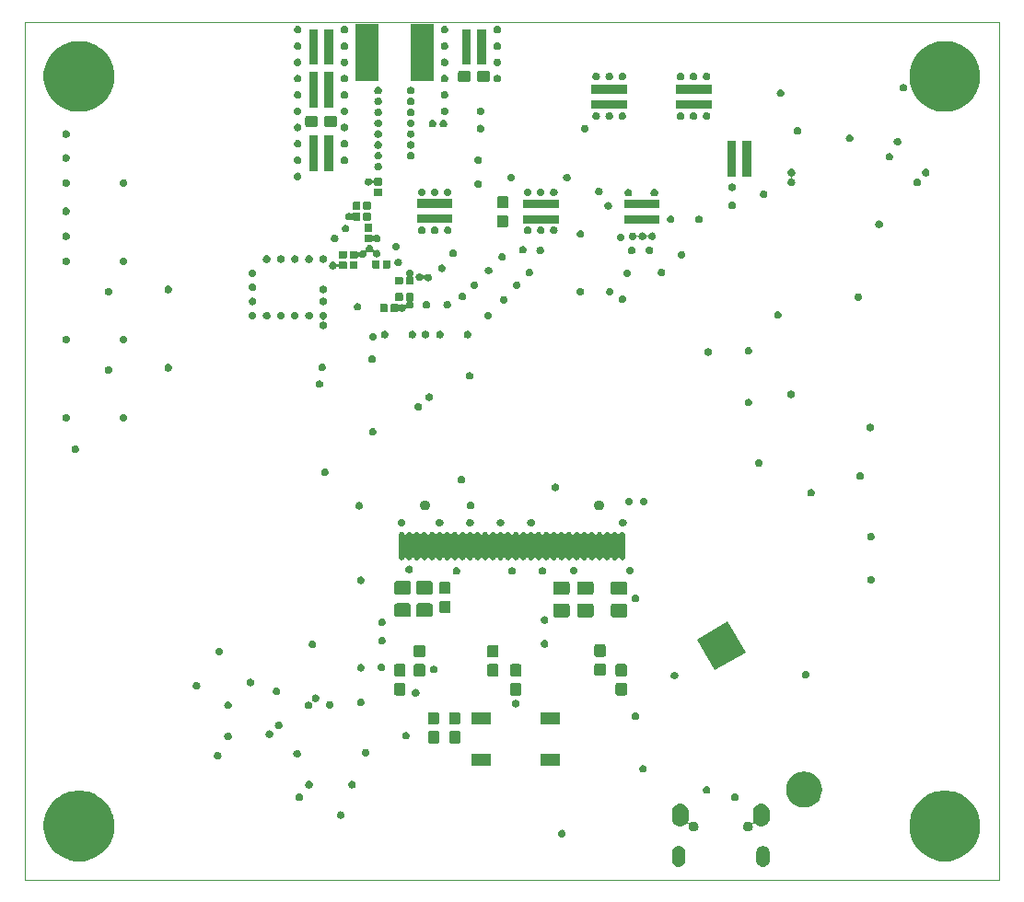
<source format=gbr>
G04 #@! TF.GenerationSoftware,KiCad,Pcbnew,5.1.0-unknown-c1c4a09~82~ubuntu18.04.1*
G04 #@! TF.CreationDate,2019-03-27T22:18:47+01:00*
G04 #@! TF.ProjectId,TDR_5351_core,5444525f-3533-4353-915f-636f72652e6b,rev?*
G04 #@! TF.SameCoordinates,Original*
G04 #@! TF.FileFunction,Soldermask,Bot*
G04 #@! TF.FilePolarity,Negative*
%FSLAX46Y46*%
G04 Gerber Fmt 4.6, Leading zero omitted, Abs format (unit mm)*
G04 Created by KiCad (PCBNEW 5.1.0-unknown-c1c4a09~82~ubuntu18.04.1) date 2019-03-27 22:18:47*
%MOMM*%
%LPD*%
G04 APERTURE LIST*
%ADD10C,0.050000*%
%ADD11C,0.100000*%
G04 APERTURE END LIST*
D10*
X168000000Y-108950000D02*
X168000000Y-30000000D01*
X257600000Y-108950000D02*
X168000000Y-108950000D01*
X257600000Y-30000000D02*
X257600000Y-108950000D01*
X168000000Y-30000000D02*
X257600000Y-30000000D01*
D11*
G36*
X228247714Y-105808058D02*
G01*
X228365721Y-105843855D01*
X228474468Y-105901981D01*
X228569790Y-105980210D01*
X228648019Y-106075532D01*
X228706145Y-106184278D01*
X228741942Y-106302285D01*
X228751000Y-106394254D01*
X228751000Y-107105746D01*
X228741942Y-107197715D01*
X228706145Y-107315722D01*
X228648019Y-107424468D01*
X228569790Y-107519790D01*
X228474468Y-107598019D01*
X228365722Y-107656145D01*
X228247715Y-107691942D01*
X228125000Y-107704028D01*
X228002286Y-107691942D01*
X227884279Y-107656145D01*
X227775533Y-107598019D01*
X227680211Y-107519790D01*
X227601982Y-107424468D01*
X227543855Y-107315721D01*
X227508058Y-107197715D01*
X227499000Y-107105746D01*
X227499000Y-106394255D01*
X227508058Y-106302286D01*
X227543855Y-106184279D01*
X227601981Y-106075532D01*
X227680210Y-105980210D01*
X227775532Y-105901981D01*
X227884278Y-105843855D01*
X228002285Y-105808058D01*
X228125000Y-105795972D01*
X228247714Y-105808058D01*
X228247714Y-105808058D01*
G37*
G36*
X235997714Y-105808058D02*
G01*
X236115721Y-105843855D01*
X236224468Y-105901981D01*
X236319790Y-105980210D01*
X236398019Y-106075532D01*
X236456145Y-106184278D01*
X236491942Y-106302285D01*
X236501000Y-106394254D01*
X236501000Y-107105746D01*
X236491942Y-107197715D01*
X236456145Y-107315722D01*
X236398019Y-107424468D01*
X236319790Y-107519790D01*
X236224468Y-107598019D01*
X236115722Y-107656145D01*
X235997715Y-107691942D01*
X235875000Y-107704028D01*
X235752286Y-107691942D01*
X235634279Y-107656145D01*
X235525533Y-107598019D01*
X235430211Y-107519790D01*
X235351982Y-107424468D01*
X235293855Y-107315721D01*
X235258058Y-107197715D01*
X235249000Y-107105746D01*
X235249000Y-106394255D01*
X235258058Y-106302286D01*
X235293855Y-106184279D01*
X235351981Y-106075532D01*
X235430210Y-105980210D01*
X235525532Y-105901981D01*
X235634278Y-105843855D01*
X235752285Y-105808058D01*
X235875000Y-105795972D01*
X235997714Y-105808058D01*
X235997714Y-105808058D01*
G37*
G36*
X173588571Y-100752383D02*
G01*
X173948282Y-100823934D01*
X174539926Y-101069001D01*
X174829523Y-101262504D01*
X175072391Y-101424783D01*
X175525217Y-101877609D01*
X175540388Y-101900314D01*
X175880999Y-102410074D01*
X176011964Y-102726252D01*
X176126066Y-103001719D01*
X176251000Y-103629803D01*
X176251000Y-104270197D01*
X176221464Y-104418686D01*
X176126066Y-104898282D01*
X175880999Y-105489926D01*
X175525216Y-106022392D01*
X175072392Y-106475216D01*
X174539926Y-106830999D01*
X173948282Y-107076066D01*
X173799070Y-107105746D01*
X173320197Y-107201000D01*
X172679803Y-107201000D01*
X172200930Y-107105746D01*
X172051718Y-107076066D01*
X171460074Y-106830999D01*
X170927608Y-106475216D01*
X170474784Y-106022392D01*
X170119001Y-105489926D01*
X169873934Y-104898282D01*
X169778536Y-104418686D01*
X169749000Y-104270197D01*
X169749000Y-103629803D01*
X169873934Y-103001719D01*
X169988036Y-102726252D01*
X170119001Y-102410074D01*
X170459612Y-101900314D01*
X170474783Y-101877609D01*
X170927609Y-101424783D01*
X171170477Y-101262504D01*
X171460074Y-101069001D01*
X172051718Y-100823934D01*
X172411429Y-100752383D01*
X172679803Y-100699000D01*
X173320197Y-100699000D01*
X173588571Y-100752383D01*
X173588571Y-100752383D01*
G37*
G36*
X253188571Y-100752383D02*
G01*
X253548282Y-100823934D01*
X254139926Y-101069001D01*
X254429523Y-101262504D01*
X254672391Y-101424783D01*
X255125217Y-101877609D01*
X255140388Y-101900314D01*
X255480999Y-102410074D01*
X255611964Y-102726252D01*
X255726066Y-103001719D01*
X255851000Y-103629803D01*
X255851000Y-104270197D01*
X255821464Y-104418686D01*
X255726066Y-104898282D01*
X255480999Y-105489926D01*
X255125216Y-106022392D01*
X254672392Y-106475216D01*
X254139926Y-106830999D01*
X253548282Y-107076066D01*
X253399070Y-107105746D01*
X252920197Y-107201000D01*
X252279803Y-107201000D01*
X251800930Y-107105746D01*
X251651718Y-107076066D01*
X251060074Y-106830999D01*
X250527608Y-106475216D01*
X250074784Y-106022392D01*
X249719001Y-105489926D01*
X249473934Y-104898282D01*
X249378536Y-104418686D01*
X249349000Y-104270197D01*
X249349000Y-103629803D01*
X249473934Y-103001719D01*
X249588036Y-102726252D01*
X249719001Y-102410074D01*
X250059612Y-101900314D01*
X250074783Y-101877609D01*
X250527609Y-101424783D01*
X250770477Y-101262504D01*
X251060074Y-101069001D01*
X251651718Y-100823934D01*
X252011429Y-100752383D01*
X252279803Y-100699000D01*
X252920197Y-100699000D01*
X253188571Y-100752383D01*
X253188571Y-100752383D01*
G37*
G36*
X217502383Y-104312489D02*
G01*
X217502386Y-104312490D01*
X217502385Y-104312490D01*
X217566258Y-104338946D01*
X217623748Y-104377360D01*
X217672640Y-104426252D01*
X217711054Y-104483742D01*
X217732624Y-104535818D01*
X217737511Y-104547617D01*
X217751000Y-104615430D01*
X217751000Y-104684570D01*
X217737511Y-104752383D01*
X217737510Y-104752385D01*
X217711054Y-104816258D01*
X217672640Y-104873748D01*
X217623748Y-104922640D01*
X217566258Y-104961054D01*
X217514182Y-104982624D01*
X217502383Y-104987511D01*
X217434570Y-105001000D01*
X217365430Y-105001000D01*
X217297617Y-104987511D01*
X217285818Y-104982624D01*
X217233742Y-104961054D01*
X217176252Y-104922640D01*
X217127360Y-104873748D01*
X217088946Y-104816258D01*
X217062490Y-104752385D01*
X217062489Y-104752383D01*
X217049000Y-104684570D01*
X217049000Y-104615430D01*
X217062489Y-104547617D01*
X217067376Y-104535818D01*
X217088946Y-104483742D01*
X217127360Y-104426252D01*
X217176252Y-104377360D01*
X217233742Y-104338946D01*
X217297615Y-104312490D01*
X217297614Y-104312490D01*
X217297617Y-104312489D01*
X217365430Y-104299000D01*
X217434570Y-104299000D01*
X217502383Y-104312489D01*
X217502383Y-104312489D01*
G37*
G36*
X235877120Y-101910228D02*
G01*
X236023401Y-101954602D01*
X236158206Y-102026657D01*
X236276367Y-102123628D01*
X236373345Y-102241796D01*
X236445398Y-102376598D01*
X236489772Y-102522879D01*
X236501000Y-102636882D01*
X236501000Y-103263118D01*
X236489772Y-103377121D01*
X236445398Y-103523402D01*
X236373345Y-103658204D01*
X236373343Y-103658206D01*
X236373342Y-103658208D01*
X236276369Y-103776369D01*
X236215195Y-103826574D01*
X236158204Y-103873345D01*
X236023402Y-103945398D01*
X235877121Y-103989772D01*
X235725000Y-104004754D01*
X235572880Y-103989772D01*
X235426599Y-103945398D01*
X235291797Y-103873345D01*
X235173628Y-103776366D01*
X235143695Y-103739893D01*
X235126368Y-103722566D01*
X235105993Y-103708952D01*
X235083354Y-103699575D01*
X235059321Y-103694795D01*
X235034817Y-103694795D01*
X235010784Y-103699576D01*
X234988145Y-103708953D01*
X234967771Y-103722567D01*
X234950444Y-103739894D01*
X234936830Y-103760269D01*
X234927453Y-103782908D01*
X234922673Y-103806941D01*
X234922673Y-103831445D01*
X234927454Y-103855478D01*
X234944475Y-103911587D01*
X234953182Y-104000000D01*
X234944475Y-104088410D01*
X234918686Y-104173426D01*
X234876807Y-104251775D01*
X234820449Y-104320449D01*
X234751775Y-104376807D01*
X234673426Y-104418686D01*
X234588410Y-104444475D01*
X234522158Y-104451000D01*
X234477842Y-104451000D01*
X234411590Y-104444475D01*
X234326574Y-104418686D01*
X234248225Y-104376807D01*
X234179551Y-104320449D01*
X234123193Y-104251775D01*
X234081314Y-104173426D01*
X234055525Y-104088410D01*
X234046818Y-104000000D01*
X234055525Y-103911590D01*
X234081314Y-103826574D01*
X234123193Y-103748225D01*
X234179551Y-103679551D01*
X234248225Y-103623193D01*
X234326574Y-103581314D01*
X234411590Y-103555525D01*
X234477842Y-103549000D01*
X234522158Y-103549000D01*
X234588410Y-103555525D01*
X234673426Y-103581314D01*
X234751775Y-103623193D01*
X234811428Y-103672149D01*
X234831802Y-103685762D01*
X234854441Y-103695140D01*
X234878474Y-103699920D01*
X234902978Y-103699920D01*
X234927012Y-103695139D01*
X234949650Y-103685762D01*
X234970025Y-103672148D01*
X234987352Y-103654821D01*
X235000965Y-103634447D01*
X235010343Y-103611808D01*
X235015123Y-103587775D01*
X235015123Y-103563271D01*
X235010342Y-103539237D01*
X235006841Y-103530784D01*
X234960228Y-103377121D01*
X234949000Y-103263118D01*
X234949000Y-102636883D01*
X234960228Y-102522880D01*
X235004602Y-102376599D01*
X235076657Y-102241794D01*
X235173628Y-102123633D01*
X235291796Y-102026655D01*
X235426598Y-101954602D01*
X235572879Y-101910228D01*
X235725000Y-101895246D01*
X235877120Y-101910228D01*
X235877120Y-101910228D01*
G37*
G36*
X228427120Y-101910228D02*
G01*
X228573401Y-101954602D01*
X228708206Y-102026657D01*
X228826367Y-102123628D01*
X228923345Y-102241796D01*
X228995398Y-102376598D01*
X229039772Y-102522879D01*
X229051000Y-102636882D01*
X229051000Y-103263118D01*
X229039772Y-103377121D01*
X228993157Y-103530790D01*
X228989654Y-103539249D01*
X228984876Y-103563283D01*
X228984878Y-103587787D01*
X228989661Y-103611820D01*
X228999041Y-103634458D01*
X229012656Y-103654831D01*
X229029985Y-103672156D01*
X229050361Y-103685768D01*
X229073000Y-103695143D01*
X229097034Y-103699921D01*
X229121538Y-103699919D01*
X229145571Y-103695136D01*
X229168209Y-103685756D01*
X229188572Y-103672149D01*
X229248225Y-103623193D01*
X229326574Y-103581314D01*
X229411590Y-103555525D01*
X229477842Y-103549000D01*
X229522158Y-103549000D01*
X229588410Y-103555525D01*
X229673426Y-103581314D01*
X229751775Y-103623193D01*
X229820449Y-103679551D01*
X229876807Y-103748225D01*
X229918686Y-103826574D01*
X229944475Y-103911590D01*
X229953182Y-104000000D01*
X229944475Y-104088410D01*
X229918686Y-104173426D01*
X229876807Y-104251775D01*
X229820449Y-104320449D01*
X229751775Y-104376807D01*
X229673426Y-104418686D01*
X229588410Y-104444475D01*
X229522158Y-104451000D01*
X229477842Y-104451000D01*
X229411590Y-104444475D01*
X229326574Y-104418686D01*
X229248225Y-104376807D01*
X229179551Y-104320449D01*
X229123193Y-104251775D01*
X229081314Y-104173426D01*
X229055525Y-104088410D01*
X229046818Y-104000000D01*
X229055525Y-103911588D01*
X229072546Y-103855477D01*
X229077326Y-103831444D01*
X229077326Y-103806940D01*
X229072545Y-103782907D01*
X229063168Y-103760268D01*
X229049554Y-103739894D01*
X229032227Y-103722567D01*
X229011852Y-103708953D01*
X228989213Y-103699576D01*
X228965180Y-103694796D01*
X228940676Y-103694796D01*
X228916643Y-103699577D01*
X228894004Y-103708954D01*
X228873630Y-103722568D01*
X228856303Y-103739895D01*
X228826372Y-103776366D01*
X228826369Y-103776369D01*
X228765193Y-103826575D01*
X228708204Y-103873345D01*
X228573402Y-103945398D01*
X228427121Y-103989772D01*
X228275000Y-104004754D01*
X228122880Y-103989772D01*
X227976599Y-103945398D01*
X227841797Y-103873345D01*
X227784807Y-103826574D01*
X227723632Y-103776369D01*
X227693698Y-103739895D01*
X227626657Y-103658206D01*
X227554601Y-103523400D01*
X227510228Y-103377121D01*
X227499000Y-103263118D01*
X227499000Y-102636883D01*
X227510228Y-102522880D01*
X227554602Y-102376599D01*
X227626657Y-102241794D01*
X227723628Y-102123633D01*
X227841796Y-102026655D01*
X227976598Y-101954602D01*
X228122879Y-101910228D01*
X228275000Y-101895246D01*
X228427120Y-101910228D01*
X228427120Y-101910228D01*
G37*
G36*
X197152383Y-102612489D02*
G01*
X197152386Y-102612490D01*
X197152385Y-102612490D01*
X197216258Y-102638946D01*
X197273748Y-102677360D01*
X197322640Y-102726252D01*
X197361054Y-102783742D01*
X197382624Y-102835818D01*
X197387511Y-102847617D01*
X197401000Y-102915430D01*
X197401000Y-102984570D01*
X197387511Y-103052383D01*
X197387510Y-103052385D01*
X197361054Y-103116258D01*
X197322640Y-103173748D01*
X197273748Y-103222640D01*
X197216258Y-103261054D01*
X197164182Y-103282624D01*
X197152383Y-103287511D01*
X197084570Y-103301000D01*
X197015430Y-103301000D01*
X196947617Y-103287511D01*
X196935818Y-103282624D01*
X196883742Y-103261054D01*
X196826252Y-103222640D01*
X196777360Y-103173748D01*
X196738946Y-103116258D01*
X196712490Y-103052385D01*
X196712489Y-103052383D01*
X196699000Y-102984570D01*
X196699000Y-102915430D01*
X196712489Y-102847617D01*
X196717376Y-102835818D01*
X196738946Y-102783742D01*
X196777360Y-102726252D01*
X196826252Y-102677360D01*
X196883742Y-102638946D01*
X196947615Y-102612490D01*
X196947614Y-102612490D01*
X196947617Y-102612489D01*
X197015430Y-102599000D01*
X197084570Y-102599000D01*
X197152383Y-102612489D01*
X197152383Y-102612489D01*
G37*
G36*
X239993651Y-98971115D02*
G01*
X240246938Y-99047949D01*
X240256995Y-99051000D01*
X240304870Y-99065523D01*
X240591680Y-99218826D01*
X240591683Y-99218828D01*
X240591684Y-99218829D01*
X240843082Y-99425145D01*
X241049398Y-99676543D01*
X241049401Y-99676547D01*
X241202704Y-99963357D01*
X241297112Y-100274576D01*
X241328988Y-100598227D01*
X241297112Y-100921878D01*
X241202704Y-101233097D01*
X241049401Y-101519907D01*
X241049399Y-101519910D01*
X241049398Y-101519911D01*
X240843082Y-101771309D01*
X240591684Y-101977625D01*
X240591680Y-101977628D01*
X240304870Y-102130931D01*
X239993651Y-102225339D01*
X239751107Y-102249227D01*
X239588893Y-102249227D01*
X239346349Y-102225339D01*
X239035130Y-102130931D01*
X238748320Y-101977628D01*
X238748316Y-101977625D01*
X238496918Y-101771309D01*
X238290602Y-101519911D01*
X238290601Y-101519910D01*
X238290599Y-101519907D01*
X238137296Y-101233097D01*
X238042888Y-100921878D01*
X238011012Y-100598227D01*
X238042888Y-100274576D01*
X238137296Y-99963357D01*
X238290599Y-99676547D01*
X238290602Y-99676543D01*
X238496918Y-99425145D01*
X238748316Y-99218829D01*
X238748317Y-99218828D01*
X238748320Y-99218826D01*
X239035130Y-99065523D01*
X239083006Y-99051000D01*
X239093062Y-99047949D01*
X239346349Y-98971115D01*
X239588893Y-98947227D01*
X239751107Y-98947227D01*
X239993651Y-98971115D01*
X239993651Y-98971115D01*
G37*
G36*
X233402383Y-100962489D02*
G01*
X233402386Y-100962490D01*
X233402385Y-100962490D01*
X233466258Y-100988946D01*
X233523748Y-101027360D01*
X233572640Y-101076252D01*
X233611054Y-101133742D01*
X233617924Y-101150329D01*
X233637511Y-101197617D01*
X233651000Y-101265430D01*
X233651000Y-101334570D01*
X233637511Y-101402383D01*
X233637510Y-101402385D01*
X233611054Y-101466258D01*
X233572640Y-101523748D01*
X233523748Y-101572640D01*
X233466258Y-101611054D01*
X233414182Y-101632624D01*
X233402383Y-101637511D01*
X233334570Y-101651000D01*
X233265430Y-101651000D01*
X233197617Y-101637511D01*
X233185818Y-101632624D01*
X233133742Y-101611054D01*
X233076252Y-101572640D01*
X233027360Y-101523748D01*
X232988946Y-101466258D01*
X232962490Y-101402385D01*
X232962489Y-101402383D01*
X232949000Y-101334570D01*
X232949000Y-101265430D01*
X232962489Y-101197617D01*
X232982076Y-101150329D01*
X232988946Y-101133742D01*
X233027360Y-101076252D01*
X233076252Y-101027360D01*
X233133742Y-100988946D01*
X233197615Y-100962490D01*
X233197614Y-100962490D01*
X233197617Y-100962489D01*
X233265430Y-100949000D01*
X233334570Y-100949000D01*
X233402383Y-100962489D01*
X233402383Y-100962489D01*
G37*
G36*
X193352383Y-100962489D02*
G01*
X193352386Y-100962490D01*
X193352385Y-100962490D01*
X193416258Y-100988946D01*
X193473748Y-101027360D01*
X193522640Y-101076252D01*
X193561054Y-101133742D01*
X193567924Y-101150329D01*
X193587511Y-101197617D01*
X193601000Y-101265430D01*
X193601000Y-101334570D01*
X193587511Y-101402383D01*
X193587510Y-101402385D01*
X193561054Y-101466258D01*
X193522640Y-101523748D01*
X193473748Y-101572640D01*
X193416258Y-101611054D01*
X193364182Y-101632624D01*
X193352383Y-101637511D01*
X193284570Y-101651000D01*
X193215430Y-101651000D01*
X193147617Y-101637511D01*
X193135818Y-101632624D01*
X193083742Y-101611054D01*
X193026252Y-101572640D01*
X192977360Y-101523748D01*
X192938946Y-101466258D01*
X192912490Y-101402385D01*
X192912489Y-101402383D01*
X192899000Y-101334570D01*
X192899000Y-101265430D01*
X192912489Y-101197617D01*
X192932076Y-101150329D01*
X192938946Y-101133742D01*
X192977360Y-101076252D01*
X193026252Y-101027360D01*
X193083742Y-100988946D01*
X193147615Y-100962490D01*
X193147614Y-100962490D01*
X193147617Y-100962489D01*
X193215430Y-100949000D01*
X193284570Y-100949000D01*
X193352383Y-100962489D01*
X193352383Y-100962489D01*
G37*
G36*
X230802383Y-100312489D02*
G01*
X230802386Y-100312490D01*
X230802385Y-100312490D01*
X230866258Y-100338946D01*
X230923748Y-100377360D01*
X230972640Y-100426252D01*
X231011054Y-100483742D01*
X231018201Y-100500998D01*
X231037511Y-100547617D01*
X231051000Y-100615430D01*
X231051000Y-100684570D01*
X231037511Y-100752383D01*
X231037510Y-100752385D01*
X231011054Y-100816258D01*
X230972640Y-100873748D01*
X230923748Y-100922640D01*
X230866258Y-100961054D01*
X230814182Y-100982624D01*
X230802383Y-100987511D01*
X230734570Y-101001000D01*
X230665430Y-101001000D01*
X230597617Y-100987511D01*
X230585818Y-100982624D01*
X230533742Y-100961054D01*
X230476252Y-100922640D01*
X230427360Y-100873748D01*
X230388946Y-100816258D01*
X230362490Y-100752385D01*
X230362489Y-100752383D01*
X230349000Y-100684570D01*
X230349000Y-100615430D01*
X230362489Y-100547617D01*
X230381799Y-100500998D01*
X230388946Y-100483742D01*
X230427360Y-100426252D01*
X230476252Y-100377360D01*
X230533742Y-100338946D01*
X230597615Y-100312490D01*
X230597614Y-100312490D01*
X230597617Y-100312489D01*
X230665430Y-100299000D01*
X230734570Y-100299000D01*
X230802383Y-100312489D01*
X230802383Y-100312489D01*
G37*
G36*
X198202383Y-99812489D02*
G01*
X198202386Y-99812490D01*
X198202385Y-99812490D01*
X198266258Y-99838946D01*
X198323748Y-99877360D01*
X198372640Y-99926252D01*
X198411054Y-99983742D01*
X198432624Y-100035818D01*
X198437511Y-100047617D01*
X198451000Y-100115430D01*
X198451000Y-100184570D01*
X198437511Y-100252383D01*
X198437510Y-100252385D01*
X198411054Y-100316258D01*
X198372640Y-100373748D01*
X198323748Y-100422640D01*
X198266258Y-100461054D01*
X198214182Y-100482624D01*
X198202383Y-100487511D01*
X198134570Y-100501000D01*
X198065430Y-100501000D01*
X197997617Y-100487511D01*
X197985818Y-100482624D01*
X197933742Y-100461054D01*
X197876252Y-100422640D01*
X197827360Y-100373748D01*
X197788946Y-100316258D01*
X197762490Y-100252385D01*
X197762489Y-100252383D01*
X197749000Y-100184570D01*
X197749000Y-100115430D01*
X197762489Y-100047617D01*
X197767376Y-100035818D01*
X197788946Y-99983742D01*
X197827360Y-99926252D01*
X197876252Y-99877360D01*
X197933742Y-99838946D01*
X197997615Y-99812490D01*
X197997614Y-99812490D01*
X197997617Y-99812489D01*
X198065430Y-99799000D01*
X198134570Y-99799000D01*
X198202383Y-99812489D01*
X198202383Y-99812489D01*
G37*
G36*
X194252385Y-99812487D02*
G01*
X194252392Y-99812490D01*
X194316260Y-99838944D01*
X194373750Y-99877358D01*
X194422642Y-99926250D01*
X194461056Y-99983740D01*
X194482626Y-100035816D01*
X194487513Y-100047615D01*
X194501002Y-100115428D01*
X194501002Y-100184568D01*
X194487513Y-100252381D01*
X194487512Y-100252383D01*
X194461056Y-100316256D01*
X194422642Y-100373746D01*
X194373750Y-100422638D01*
X194316260Y-100461052D01*
X194264184Y-100482622D01*
X194252385Y-100487509D01*
X194184572Y-100500998D01*
X194115432Y-100500998D01*
X194047619Y-100487509D01*
X194035820Y-100482622D01*
X193983744Y-100461052D01*
X193926254Y-100422638D01*
X193877362Y-100373746D01*
X193838948Y-100316256D01*
X193812492Y-100252383D01*
X193812491Y-100252381D01*
X193799002Y-100184568D01*
X193799002Y-100115428D01*
X193812491Y-100047615D01*
X193817378Y-100035816D01*
X193838948Y-99983740D01*
X193877362Y-99926250D01*
X193926254Y-99877358D01*
X193983744Y-99838944D01*
X194047612Y-99812490D01*
X194047619Y-99812487D01*
X194115432Y-99798998D01*
X194184572Y-99798998D01*
X194252385Y-99812487D01*
X194252385Y-99812487D01*
G37*
G36*
X224952383Y-98362489D02*
G01*
X224952386Y-98362490D01*
X224952385Y-98362490D01*
X225016258Y-98388946D01*
X225073748Y-98427360D01*
X225122640Y-98476252D01*
X225161054Y-98533742D01*
X225182624Y-98585818D01*
X225187511Y-98597617D01*
X225201000Y-98665430D01*
X225201000Y-98734570D01*
X225187511Y-98802383D01*
X225187510Y-98802385D01*
X225161054Y-98866258D01*
X225122640Y-98923748D01*
X225073748Y-98972640D01*
X225016258Y-99011054D01*
X224964182Y-99032624D01*
X224952383Y-99037511D01*
X224884570Y-99051000D01*
X224815430Y-99051000D01*
X224747617Y-99037511D01*
X224735818Y-99032624D01*
X224683742Y-99011054D01*
X224626252Y-98972640D01*
X224577360Y-98923748D01*
X224538946Y-98866258D01*
X224512490Y-98802385D01*
X224512489Y-98802383D01*
X224499000Y-98734570D01*
X224499000Y-98665430D01*
X224512489Y-98597617D01*
X224517376Y-98585818D01*
X224538946Y-98533742D01*
X224577360Y-98476252D01*
X224626252Y-98427360D01*
X224683742Y-98388946D01*
X224747615Y-98362490D01*
X224747614Y-98362490D01*
X224747617Y-98362489D01*
X224815430Y-98349000D01*
X224884570Y-98349000D01*
X224952383Y-98362489D01*
X224952383Y-98362489D01*
G37*
G36*
X217201000Y-98401000D02*
G01*
X215399000Y-98401000D01*
X215399000Y-97299000D01*
X217201000Y-97299000D01*
X217201000Y-98401000D01*
X217201000Y-98401000D01*
G37*
G36*
X210901000Y-98401000D02*
G01*
X209099000Y-98401000D01*
X209099000Y-97299000D01*
X210901000Y-97299000D01*
X210901000Y-98401000D01*
X210901000Y-98401000D01*
G37*
G36*
X185852383Y-97162489D02*
G01*
X185852386Y-97162490D01*
X185852385Y-97162490D01*
X185916258Y-97188946D01*
X185973748Y-97227360D01*
X186022640Y-97276252D01*
X186061054Y-97333742D01*
X186074522Y-97366258D01*
X186087511Y-97397617D01*
X186101000Y-97465430D01*
X186101000Y-97534570D01*
X186087511Y-97602383D01*
X186087510Y-97602385D01*
X186061054Y-97666258D01*
X186022640Y-97723748D01*
X185973748Y-97772640D01*
X185916258Y-97811054D01*
X185864182Y-97832624D01*
X185852383Y-97837511D01*
X185784570Y-97851000D01*
X185715430Y-97851000D01*
X185647617Y-97837511D01*
X185635818Y-97832624D01*
X185583742Y-97811054D01*
X185526252Y-97772640D01*
X185477360Y-97723748D01*
X185438946Y-97666258D01*
X185412490Y-97602385D01*
X185412489Y-97602383D01*
X185399000Y-97534570D01*
X185399000Y-97465430D01*
X185412489Y-97397617D01*
X185425478Y-97366258D01*
X185438946Y-97333742D01*
X185477360Y-97276252D01*
X185526252Y-97227360D01*
X185583742Y-97188946D01*
X185647615Y-97162490D01*
X185647614Y-97162490D01*
X185647617Y-97162489D01*
X185715430Y-97149000D01*
X185784570Y-97149000D01*
X185852383Y-97162489D01*
X185852383Y-97162489D01*
G37*
G36*
X193152383Y-96962489D02*
G01*
X193152386Y-96962490D01*
X193152385Y-96962490D01*
X193216258Y-96988946D01*
X193273748Y-97027360D01*
X193322640Y-97076252D01*
X193361054Y-97133742D01*
X193372961Y-97162489D01*
X193387511Y-97197617D01*
X193401000Y-97265430D01*
X193401000Y-97334570D01*
X193387511Y-97402383D01*
X193387510Y-97402385D01*
X193361054Y-97466258D01*
X193322640Y-97523748D01*
X193273748Y-97572640D01*
X193216258Y-97611054D01*
X193164182Y-97632624D01*
X193152383Y-97637511D01*
X193084570Y-97651000D01*
X193015430Y-97651000D01*
X192947617Y-97637511D01*
X192935818Y-97632624D01*
X192883742Y-97611054D01*
X192826252Y-97572640D01*
X192777360Y-97523748D01*
X192738946Y-97466258D01*
X192712490Y-97402385D01*
X192712489Y-97402383D01*
X192699000Y-97334570D01*
X192699000Y-97265430D01*
X192712489Y-97197617D01*
X192727039Y-97162489D01*
X192738946Y-97133742D01*
X192777360Y-97076252D01*
X192826252Y-97027360D01*
X192883742Y-96988946D01*
X192947615Y-96962490D01*
X192947614Y-96962490D01*
X192947617Y-96962489D01*
X193015430Y-96949000D01*
X193084570Y-96949000D01*
X193152383Y-96962489D01*
X193152383Y-96962489D01*
G37*
G36*
X199452383Y-96862489D02*
G01*
X199452386Y-96862490D01*
X199452385Y-96862490D01*
X199516258Y-96888946D01*
X199573748Y-96927360D01*
X199622640Y-96976252D01*
X199661054Y-97033742D01*
X199682624Y-97085818D01*
X199687511Y-97097617D01*
X199701000Y-97165430D01*
X199701000Y-97234570D01*
X199687511Y-97302383D01*
X199687510Y-97302385D01*
X199661054Y-97366258D01*
X199622640Y-97423748D01*
X199573748Y-97472640D01*
X199516258Y-97511054D01*
X199485608Y-97523749D01*
X199452383Y-97537511D01*
X199384570Y-97551000D01*
X199315430Y-97551000D01*
X199247617Y-97537511D01*
X199214392Y-97523749D01*
X199183742Y-97511054D01*
X199126252Y-97472640D01*
X199077360Y-97423748D01*
X199038946Y-97366258D01*
X199012490Y-97302385D01*
X199012489Y-97302383D01*
X198999000Y-97234570D01*
X198999000Y-97165430D01*
X199012489Y-97097617D01*
X199017376Y-97085818D01*
X199038946Y-97033742D01*
X199077360Y-96976252D01*
X199126252Y-96927360D01*
X199183742Y-96888946D01*
X199247615Y-96862490D01*
X199247614Y-96862490D01*
X199247617Y-96862489D01*
X199315430Y-96849000D01*
X199384570Y-96849000D01*
X199452383Y-96862489D01*
X199452383Y-96862489D01*
G37*
G36*
X205964499Y-95228445D02*
G01*
X206001995Y-95239820D01*
X206036554Y-95258292D01*
X206066847Y-95283153D01*
X206091708Y-95313446D01*
X206110180Y-95348005D01*
X206121555Y-95385501D01*
X206126000Y-95430638D01*
X206126000Y-96169362D01*
X206121555Y-96214499D01*
X206110180Y-96251995D01*
X206091708Y-96286554D01*
X206066847Y-96316847D01*
X206036554Y-96341708D01*
X206001995Y-96360180D01*
X205964499Y-96371555D01*
X205919362Y-96376000D01*
X205280638Y-96376000D01*
X205235501Y-96371555D01*
X205198005Y-96360180D01*
X205163446Y-96341708D01*
X205133153Y-96316847D01*
X205108292Y-96286554D01*
X205089820Y-96251995D01*
X205078445Y-96214499D01*
X205074000Y-96169362D01*
X205074000Y-95430638D01*
X205078445Y-95385501D01*
X205089820Y-95348005D01*
X205108292Y-95313446D01*
X205133153Y-95283153D01*
X205163446Y-95258292D01*
X205198005Y-95239820D01*
X205235501Y-95228445D01*
X205280638Y-95224000D01*
X205919362Y-95224000D01*
X205964499Y-95228445D01*
X205964499Y-95228445D01*
G37*
G36*
X207914499Y-95228445D02*
G01*
X207951995Y-95239820D01*
X207986554Y-95258292D01*
X208016847Y-95283153D01*
X208041708Y-95313446D01*
X208060180Y-95348005D01*
X208071555Y-95385501D01*
X208076000Y-95430638D01*
X208076000Y-96169362D01*
X208071555Y-96214499D01*
X208060180Y-96251995D01*
X208041708Y-96286554D01*
X208016847Y-96316847D01*
X207986554Y-96341708D01*
X207951995Y-96360180D01*
X207914499Y-96371555D01*
X207869362Y-96376000D01*
X207230638Y-96376000D01*
X207185501Y-96371555D01*
X207148005Y-96360180D01*
X207113446Y-96341708D01*
X207083153Y-96316847D01*
X207058292Y-96286554D01*
X207039820Y-96251995D01*
X207028445Y-96214499D01*
X207024000Y-96169362D01*
X207024000Y-95430638D01*
X207028445Y-95385501D01*
X207039820Y-95348005D01*
X207058292Y-95313446D01*
X207083153Y-95283153D01*
X207113446Y-95258292D01*
X207148005Y-95239820D01*
X207185501Y-95228445D01*
X207230638Y-95224000D01*
X207869362Y-95224000D01*
X207914499Y-95228445D01*
X207914499Y-95228445D01*
G37*
G36*
X186802383Y-95362489D02*
G01*
X186802386Y-95362490D01*
X186802385Y-95362490D01*
X186866258Y-95388946D01*
X186923748Y-95427360D01*
X186972640Y-95476252D01*
X187011054Y-95533742D01*
X187032624Y-95585818D01*
X187037511Y-95597617D01*
X187051000Y-95665430D01*
X187051000Y-95734570D01*
X187037511Y-95802383D01*
X187037510Y-95802385D01*
X187011054Y-95866258D01*
X186972640Y-95923748D01*
X186923748Y-95972640D01*
X186866258Y-96011054D01*
X186814182Y-96032624D01*
X186802383Y-96037511D01*
X186734570Y-96051000D01*
X186665430Y-96051000D01*
X186597617Y-96037511D01*
X186585818Y-96032624D01*
X186533742Y-96011054D01*
X186476252Y-95972640D01*
X186427360Y-95923748D01*
X186388946Y-95866258D01*
X186362490Y-95802385D01*
X186362489Y-95802383D01*
X186349000Y-95734570D01*
X186349000Y-95665430D01*
X186362489Y-95597617D01*
X186367376Y-95585818D01*
X186388946Y-95533742D01*
X186427360Y-95476252D01*
X186476252Y-95427360D01*
X186533742Y-95388946D01*
X186597615Y-95362490D01*
X186597614Y-95362490D01*
X186597617Y-95362489D01*
X186665430Y-95349000D01*
X186734570Y-95349000D01*
X186802383Y-95362489D01*
X186802383Y-95362489D01*
G37*
G36*
X203152383Y-95312489D02*
G01*
X203152386Y-95312490D01*
X203152385Y-95312490D01*
X203216258Y-95338946D01*
X203273748Y-95377360D01*
X203322640Y-95426252D01*
X203361054Y-95483742D01*
X203362403Y-95487000D01*
X203387511Y-95547617D01*
X203401000Y-95615430D01*
X203401000Y-95684570D01*
X203387511Y-95752383D01*
X203387510Y-95752385D01*
X203361054Y-95816258D01*
X203322640Y-95873748D01*
X203273748Y-95922640D01*
X203216258Y-95961054D01*
X203164182Y-95982624D01*
X203152383Y-95987511D01*
X203084570Y-96001000D01*
X203015430Y-96001000D01*
X202947617Y-95987511D01*
X202935818Y-95982624D01*
X202883742Y-95961054D01*
X202826252Y-95922640D01*
X202777360Y-95873748D01*
X202738946Y-95816258D01*
X202712490Y-95752385D01*
X202712489Y-95752383D01*
X202699000Y-95684570D01*
X202699000Y-95615430D01*
X202712489Y-95547617D01*
X202737597Y-95487000D01*
X202738946Y-95483742D01*
X202777360Y-95426252D01*
X202826252Y-95377360D01*
X202883742Y-95338946D01*
X202947615Y-95312490D01*
X202947614Y-95312490D01*
X202947617Y-95312489D01*
X203015430Y-95299000D01*
X203084570Y-95299000D01*
X203152383Y-95312489D01*
X203152383Y-95312489D01*
G37*
G36*
X190602383Y-95162489D02*
G01*
X190602386Y-95162490D01*
X190602385Y-95162490D01*
X190666258Y-95188946D01*
X190723748Y-95227360D01*
X190772640Y-95276252D01*
X190811054Y-95333742D01*
X190822961Y-95362489D01*
X190837511Y-95397617D01*
X190851000Y-95465430D01*
X190851000Y-95534570D01*
X190837511Y-95602383D01*
X190837510Y-95602385D01*
X190811054Y-95666258D01*
X190772640Y-95723748D01*
X190723748Y-95772640D01*
X190666258Y-95811054D01*
X190614182Y-95832624D01*
X190602383Y-95837511D01*
X190534570Y-95851000D01*
X190465430Y-95851000D01*
X190397617Y-95837511D01*
X190385818Y-95832624D01*
X190333742Y-95811054D01*
X190276252Y-95772640D01*
X190227360Y-95723748D01*
X190188946Y-95666258D01*
X190162490Y-95602385D01*
X190162489Y-95602383D01*
X190149000Y-95534570D01*
X190149000Y-95465430D01*
X190162489Y-95397617D01*
X190177039Y-95362489D01*
X190188946Y-95333742D01*
X190227360Y-95276252D01*
X190276252Y-95227360D01*
X190333742Y-95188946D01*
X190397615Y-95162490D01*
X190397614Y-95162490D01*
X190397617Y-95162489D01*
X190465430Y-95149000D01*
X190534570Y-95149000D01*
X190602383Y-95162489D01*
X190602383Y-95162489D01*
G37*
G36*
X191452383Y-94362489D02*
G01*
X191464182Y-94367376D01*
X191516258Y-94388946D01*
X191573748Y-94427360D01*
X191622640Y-94476252D01*
X191661054Y-94533742D01*
X191682624Y-94585818D01*
X191687511Y-94597617D01*
X191701000Y-94665430D01*
X191701000Y-94734570D01*
X191687511Y-94802383D01*
X191687510Y-94802385D01*
X191661054Y-94866258D01*
X191622640Y-94923748D01*
X191573748Y-94972640D01*
X191516258Y-95011054D01*
X191464182Y-95032624D01*
X191452383Y-95037511D01*
X191384570Y-95051000D01*
X191315430Y-95051000D01*
X191247617Y-95037511D01*
X191235818Y-95032624D01*
X191183742Y-95011054D01*
X191126252Y-94972640D01*
X191077360Y-94923748D01*
X191038946Y-94866258D01*
X191012490Y-94802385D01*
X191012489Y-94802383D01*
X190999000Y-94734570D01*
X190999000Y-94665430D01*
X191012489Y-94597617D01*
X191017376Y-94585818D01*
X191038946Y-94533742D01*
X191077360Y-94476252D01*
X191126252Y-94427360D01*
X191183742Y-94388946D01*
X191235818Y-94367376D01*
X191247617Y-94362489D01*
X191315430Y-94349000D01*
X191384570Y-94349000D01*
X191452383Y-94362489D01*
X191452383Y-94362489D01*
G37*
G36*
X207914499Y-93478445D02*
G01*
X207951995Y-93489820D01*
X207986554Y-93508292D01*
X208016847Y-93533153D01*
X208041708Y-93563446D01*
X208060180Y-93598005D01*
X208071555Y-93635501D01*
X208076000Y-93680638D01*
X208076000Y-94419362D01*
X208071555Y-94464499D01*
X208060180Y-94501995D01*
X208041708Y-94536554D01*
X208016847Y-94566847D01*
X207986554Y-94591708D01*
X207951995Y-94610180D01*
X207914499Y-94621555D01*
X207869362Y-94626000D01*
X207230638Y-94626000D01*
X207185501Y-94621555D01*
X207148005Y-94610180D01*
X207113446Y-94591708D01*
X207083153Y-94566847D01*
X207058292Y-94536554D01*
X207039820Y-94501995D01*
X207028445Y-94464499D01*
X207024000Y-94419362D01*
X207024000Y-93680638D01*
X207028445Y-93635501D01*
X207039820Y-93598005D01*
X207058292Y-93563446D01*
X207083153Y-93533153D01*
X207113446Y-93508292D01*
X207148005Y-93489820D01*
X207185501Y-93478445D01*
X207230638Y-93474000D01*
X207869362Y-93474000D01*
X207914499Y-93478445D01*
X207914499Y-93478445D01*
G37*
G36*
X205964499Y-93478445D02*
G01*
X206001995Y-93489820D01*
X206036554Y-93508292D01*
X206066847Y-93533153D01*
X206091708Y-93563446D01*
X206110180Y-93598005D01*
X206121555Y-93635501D01*
X206126000Y-93680638D01*
X206126000Y-94419362D01*
X206121555Y-94464499D01*
X206110180Y-94501995D01*
X206091708Y-94536554D01*
X206066847Y-94566847D01*
X206036554Y-94591708D01*
X206001995Y-94610180D01*
X205964499Y-94621555D01*
X205919362Y-94626000D01*
X205280638Y-94626000D01*
X205235501Y-94621555D01*
X205198005Y-94610180D01*
X205163446Y-94591708D01*
X205133153Y-94566847D01*
X205108292Y-94536554D01*
X205089820Y-94501995D01*
X205078445Y-94464499D01*
X205074000Y-94419362D01*
X205074000Y-93680638D01*
X205078445Y-93635501D01*
X205089820Y-93598005D01*
X205108292Y-93563446D01*
X205133153Y-93533153D01*
X205163446Y-93508292D01*
X205198005Y-93489820D01*
X205235501Y-93478445D01*
X205280638Y-93474000D01*
X205919362Y-93474000D01*
X205964499Y-93478445D01*
X205964499Y-93478445D01*
G37*
G36*
X217201000Y-94601000D02*
G01*
X215399000Y-94601000D01*
X215399000Y-93499000D01*
X217201000Y-93499000D01*
X217201000Y-94601000D01*
X217201000Y-94601000D01*
G37*
G36*
X210901000Y-94601000D02*
G01*
X209099000Y-94601000D01*
X209099000Y-93499000D01*
X210901000Y-93499000D01*
X210901000Y-94601000D01*
X210901000Y-94601000D01*
G37*
G36*
X224252383Y-93512489D02*
G01*
X224252386Y-93512490D01*
X224252385Y-93512490D01*
X224316258Y-93538946D01*
X224373748Y-93577360D01*
X224422640Y-93626252D01*
X224461054Y-93683742D01*
X224461861Y-93685691D01*
X224487511Y-93747617D01*
X224501000Y-93815430D01*
X224501000Y-93884570D01*
X224487511Y-93952383D01*
X224487510Y-93952385D01*
X224461054Y-94016258D01*
X224422640Y-94073748D01*
X224373748Y-94122640D01*
X224316258Y-94161054D01*
X224264182Y-94182624D01*
X224252383Y-94187511D01*
X224184570Y-94201000D01*
X224115430Y-94201000D01*
X224047617Y-94187511D01*
X224035818Y-94182624D01*
X223983742Y-94161054D01*
X223926252Y-94122640D01*
X223877360Y-94073748D01*
X223838946Y-94016258D01*
X223812490Y-93952385D01*
X223812489Y-93952383D01*
X223799000Y-93884570D01*
X223799000Y-93815430D01*
X223812489Y-93747617D01*
X223838139Y-93685691D01*
X223838946Y-93683742D01*
X223877360Y-93626252D01*
X223926252Y-93577360D01*
X223983742Y-93538946D01*
X224047615Y-93512490D01*
X224047614Y-93512490D01*
X224047617Y-93512489D01*
X224115430Y-93499000D01*
X224184570Y-93499000D01*
X224252383Y-93512489D01*
X224252383Y-93512489D01*
G37*
G36*
X186802383Y-92512489D02*
G01*
X186802386Y-92512490D01*
X186802385Y-92512490D01*
X186866258Y-92538946D01*
X186923748Y-92577360D01*
X186972640Y-92626252D01*
X187011054Y-92683742D01*
X187032107Y-92734570D01*
X187037511Y-92747617D01*
X187051000Y-92815430D01*
X187051000Y-92884570D01*
X187037511Y-92952383D01*
X187037510Y-92952385D01*
X187011054Y-93016258D01*
X186972640Y-93073748D01*
X186923748Y-93122640D01*
X186866258Y-93161054D01*
X186814182Y-93182624D01*
X186802383Y-93187511D01*
X186734570Y-93201000D01*
X186665430Y-93201000D01*
X186597617Y-93187511D01*
X186585818Y-93182624D01*
X186533742Y-93161054D01*
X186476252Y-93122640D01*
X186427360Y-93073748D01*
X186388946Y-93016258D01*
X186362490Y-92952385D01*
X186362489Y-92952383D01*
X186349000Y-92884570D01*
X186349000Y-92815430D01*
X186362489Y-92747617D01*
X186367893Y-92734570D01*
X186388946Y-92683742D01*
X186427360Y-92626252D01*
X186476252Y-92577360D01*
X186533742Y-92538946D01*
X186597615Y-92512490D01*
X186597614Y-92512490D01*
X186597617Y-92512489D01*
X186665430Y-92499000D01*
X186734570Y-92499000D01*
X186802383Y-92512489D01*
X186802383Y-92512489D01*
G37*
G36*
X194852383Y-91862489D02*
G01*
X194852386Y-91862490D01*
X194852385Y-91862490D01*
X194916258Y-91888946D01*
X194973748Y-91927360D01*
X195022640Y-91976252D01*
X195061054Y-92033742D01*
X195068202Y-92051000D01*
X195087511Y-92097617D01*
X195101000Y-92165430D01*
X195101000Y-92234570D01*
X195087511Y-92302383D01*
X195087510Y-92302385D01*
X195061054Y-92366258D01*
X195022640Y-92423748D01*
X194973748Y-92472640D01*
X194916258Y-92511054D01*
X194875369Y-92527990D01*
X194852383Y-92537511D01*
X194784570Y-92551000D01*
X194715430Y-92551000D01*
X194647617Y-92537511D01*
X194610194Y-92522010D01*
X194581428Y-92510095D01*
X194564213Y-92500894D01*
X194540764Y-92493781D01*
X194516378Y-92491379D01*
X194491992Y-92493781D01*
X194468543Y-92500894D01*
X194446932Y-92512445D01*
X194427990Y-92527990D01*
X194412445Y-92546932D01*
X194400894Y-92568543D01*
X194393781Y-92591992D01*
X194391379Y-92616378D01*
X194393781Y-92640764D01*
X194400894Y-92664213D01*
X194410095Y-92681428D01*
X194426156Y-92720203D01*
X194437511Y-92747617D01*
X194451000Y-92815430D01*
X194451000Y-92884570D01*
X194437511Y-92952383D01*
X194437510Y-92952385D01*
X194411054Y-93016258D01*
X194372640Y-93073748D01*
X194323748Y-93122640D01*
X194266258Y-93161054D01*
X194214182Y-93182624D01*
X194202383Y-93187511D01*
X194134570Y-93201000D01*
X194065430Y-93201000D01*
X193997617Y-93187511D01*
X193985818Y-93182624D01*
X193933742Y-93161054D01*
X193876252Y-93122640D01*
X193827360Y-93073748D01*
X193788946Y-93016258D01*
X193762490Y-92952385D01*
X193762489Y-92952383D01*
X193749000Y-92884570D01*
X193749000Y-92815430D01*
X193762489Y-92747617D01*
X193767893Y-92734570D01*
X193788946Y-92683742D01*
X193827360Y-92626252D01*
X193876252Y-92577360D01*
X193933742Y-92538946D01*
X193997615Y-92512490D01*
X193997614Y-92512490D01*
X193997617Y-92512489D01*
X194065430Y-92499000D01*
X194134570Y-92499000D01*
X194202383Y-92512489D01*
X194202386Y-92512490D01*
X194202385Y-92512490D01*
X194268572Y-92539905D01*
X194285787Y-92549106D01*
X194309236Y-92556219D01*
X194333622Y-92558621D01*
X194358008Y-92556219D01*
X194381457Y-92549106D01*
X194403068Y-92537555D01*
X194422010Y-92522010D01*
X194437555Y-92503068D01*
X194449106Y-92481457D01*
X194456219Y-92458008D01*
X194458621Y-92433622D01*
X194456219Y-92409236D01*
X194449106Y-92385787D01*
X194439905Y-92368572D01*
X194412490Y-92302385D01*
X194412489Y-92302383D01*
X194399000Y-92234570D01*
X194399000Y-92165430D01*
X194412489Y-92097617D01*
X194431798Y-92051000D01*
X194438946Y-92033742D01*
X194477360Y-91976252D01*
X194526252Y-91927360D01*
X194583742Y-91888946D01*
X194647615Y-91862490D01*
X194647614Y-91862490D01*
X194647617Y-91862489D01*
X194715430Y-91849000D01*
X194784570Y-91849000D01*
X194852383Y-91862489D01*
X194852383Y-91862489D01*
G37*
G36*
X196152383Y-92462489D02*
G01*
X196152386Y-92462490D01*
X196152385Y-92462490D01*
X196216258Y-92488946D01*
X196273748Y-92527360D01*
X196322640Y-92576252D01*
X196361054Y-92633742D01*
X196363962Y-92640764D01*
X196387511Y-92697617D01*
X196401000Y-92765430D01*
X196401000Y-92834570D01*
X196387511Y-92902383D01*
X196387510Y-92902385D01*
X196361054Y-92966258D01*
X196322640Y-93023748D01*
X196273748Y-93072640D01*
X196216258Y-93111054D01*
X196164182Y-93132624D01*
X196152383Y-93137511D01*
X196084570Y-93151000D01*
X196015430Y-93151000D01*
X195947617Y-93137511D01*
X195935818Y-93132624D01*
X195883742Y-93111054D01*
X195826252Y-93072640D01*
X195777360Y-93023748D01*
X195738946Y-92966258D01*
X195712490Y-92902385D01*
X195712489Y-92902383D01*
X195699000Y-92834570D01*
X195699000Y-92765430D01*
X195712489Y-92697617D01*
X195736038Y-92640764D01*
X195738946Y-92633742D01*
X195777360Y-92576252D01*
X195826252Y-92527360D01*
X195883742Y-92488946D01*
X195947615Y-92462490D01*
X195947614Y-92462490D01*
X195947617Y-92462489D01*
X196015430Y-92449000D01*
X196084570Y-92449000D01*
X196152383Y-92462489D01*
X196152383Y-92462489D01*
G37*
G36*
X213252383Y-92362489D02*
G01*
X213252386Y-92362490D01*
X213252385Y-92362490D01*
X213316258Y-92388946D01*
X213373748Y-92427360D01*
X213422640Y-92476252D01*
X213461054Y-92533742D01*
X213479120Y-92577360D01*
X213487511Y-92597617D01*
X213501000Y-92665430D01*
X213501000Y-92734570D01*
X213487511Y-92802383D01*
X213487510Y-92802385D01*
X213461054Y-92866258D01*
X213422640Y-92923748D01*
X213373748Y-92972640D01*
X213316258Y-93011054D01*
X213285608Y-93023749D01*
X213252383Y-93037511D01*
X213184570Y-93051000D01*
X213115430Y-93051000D01*
X213047617Y-93037511D01*
X213014392Y-93023749D01*
X212983742Y-93011054D01*
X212926252Y-92972640D01*
X212877360Y-92923748D01*
X212838946Y-92866258D01*
X212812490Y-92802385D01*
X212812489Y-92802383D01*
X212799000Y-92734570D01*
X212799000Y-92665430D01*
X212812489Y-92597617D01*
X212820880Y-92577360D01*
X212838946Y-92533742D01*
X212877360Y-92476252D01*
X212926252Y-92427360D01*
X212983742Y-92388946D01*
X213047615Y-92362490D01*
X213047614Y-92362490D01*
X213047617Y-92362489D01*
X213115430Y-92349000D01*
X213184570Y-92349000D01*
X213252383Y-92362489D01*
X213252383Y-92362489D01*
G37*
G36*
X199002383Y-92237479D02*
G01*
X199002386Y-92237480D01*
X199002385Y-92237480D01*
X199066258Y-92263936D01*
X199123748Y-92302350D01*
X199172640Y-92351242D01*
X199211054Y-92408732D01*
X199218770Y-92427361D01*
X199237511Y-92472607D01*
X199251000Y-92540420D01*
X199251000Y-92609560D01*
X199237511Y-92677373D01*
X199237510Y-92677375D01*
X199211054Y-92741248D01*
X199172640Y-92798738D01*
X199123748Y-92847630D01*
X199066258Y-92886044D01*
X199014182Y-92907614D01*
X199002383Y-92912501D01*
X198934570Y-92925990D01*
X198865430Y-92925990D01*
X198797617Y-92912501D01*
X198785818Y-92907614D01*
X198733742Y-92886044D01*
X198676252Y-92847630D01*
X198627360Y-92798738D01*
X198588946Y-92741248D01*
X198562490Y-92677375D01*
X198562489Y-92677373D01*
X198549000Y-92609560D01*
X198549000Y-92540420D01*
X198562489Y-92472607D01*
X198581230Y-92427361D01*
X198588946Y-92408732D01*
X198627360Y-92351242D01*
X198676252Y-92302350D01*
X198733742Y-92263936D01*
X198797615Y-92237480D01*
X198797614Y-92237480D01*
X198797617Y-92237479D01*
X198865430Y-92223990D01*
X198934570Y-92223990D01*
X199002383Y-92237479D01*
X199002383Y-92237479D01*
G37*
G36*
X204052383Y-91362489D02*
G01*
X204052386Y-91362490D01*
X204052385Y-91362490D01*
X204116258Y-91388946D01*
X204173748Y-91427360D01*
X204222640Y-91476252D01*
X204261054Y-91533742D01*
X204282107Y-91584570D01*
X204287511Y-91597617D01*
X204301000Y-91665430D01*
X204301000Y-91734570D01*
X204287511Y-91802383D01*
X204287510Y-91802385D01*
X204261054Y-91866258D01*
X204222640Y-91923748D01*
X204173748Y-91972640D01*
X204116258Y-92011054D01*
X204064182Y-92032624D01*
X204052383Y-92037511D01*
X203984570Y-92051000D01*
X203915430Y-92051000D01*
X203847617Y-92037511D01*
X203835818Y-92032624D01*
X203783742Y-92011054D01*
X203726252Y-91972640D01*
X203677360Y-91923748D01*
X203638946Y-91866258D01*
X203612490Y-91802385D01*
X203612489Y-91802383D01*
X203599000Y-91734570D01*
X203599000Y-91665430D01*
X203612489Y-91597617D01*
X203617893Y-91584570D01*
X203638946Y-91533742D01*
X203677360Y-91476252D01*
X203726252Y-91427360D01*
X203783742Y-91388946D01*
X203847615Y-91362490D01*
X203847614Y-91362490D01*
X203847617Y-91362489D01*
X203915430Y-91349000D01*
X203984570Y-91349000D01*
X204052383Y-91362489D01*
X204052383Y-91362489D01*
G37*
G36*
X223214499Y-90803445D02*
G01*
X223251995Y-90814820D01*
X223286554Y-90833292D01*
X223316847Y-90858153D01*
X223341708Y-90888446D01*
X223360180Y-90923005D01*
X223371555Y-90960501D01*
X223376000Y-91005638D01*
X223376000Y-91744362D01*
X223371555Y-91789499D01*
X223360180Y-91826995D01*
X223341708Y-91861554D01*
X223316847Y-91891847D01*
X223286554Y-91916708D01*
X223251995Y-91935180D01*
X223214499Y-91946555D01*
X223169362Y-91951000D01*
X222530638Y-91951000D01*
X222485501Y-91946555D01*
X222448005Y-91935180D01*
X222413446Y-91916708D01*
X222383153Y-91891847D01*
X222358292Y-91861554D01*
X222339820Y-91826995D01*
X222328445Y-91789499D01*
X222324000Y-91744362D01*
X222324000Y-91005638D01*
X222328445Y-90960501D01*
X222339820Y-90923005D01*
X222358292Y-90888446D01*
X222383153Y-90858153D01*
X222413446Y-90833292D01*
X222448005Y-90814820D01*
X222485501Y-90803445D01*
X222530638Y-90799000D01*
X223169362Y-90799000D01*
X223214499Y-90803445D01*
X223214499Y-90803445D01*
G37*
G36*
X202864499Y-90803445D02*
G01*
X202901995Y-90814820D01*
X202936554Y-90833292D01*
X202966847Y-90858153D01*
X202991708Y-90888446D01*
X203010180Y-90923005D01*
X203021555Y-90960501D01*
X203026000Y-91005638D01*
X203026000Y-91744362D01*
X203021555Y-91789499D01*
X203010180Y-91826995D01*
X202991708Y-91861554D01*
X202966847Y-91891847D01*
X202936554Y-91916708D01*
X202901995Y-91935180D01*
X202864499Y-91946555D01*
X202819362Y-91951000D01*
X202180638Y-91951000D01*
X202135501Y-91946555D01*
X202098005Y-91935180D01*
X202063446Y-91916708D01*
X202033153Y-91891847D01*
X202008292Y-91861554D01*
X201989820Y-91826995D01*
X201978445Y-91789499D01*
X201974000Y-91744362D01*
X201974000Y-91005638D01*
X201978445Y-90960501D01*
X201989820Y-90923005D01*
X202008292Y-90888446D01*
X202033153Y-90858153D01*
X202063446Y-90833292D01*
X202098005Y-90814820D01*
X202135501Y-90803445D01*
X202180638Y-90799000D01*
X202819362Y-90799000D01*
X202864499Y-90803445D01*
X202864499Y-90803445D01*
G37*
G36*
X213514499Y-90803445D02*
G01*
X213551995Y-90814820D01*
X213586554Y-90833292D01*
X213616847Y-90858153D01*
X213641708Y-90888446D01*
X213660180Y-90923005D01*
X213671555Y-90960501D01*
X213676000Y-91005638D01*
X213676000Y-91744362D01*
X213671555Y-91789499D01*
X213660180Y-91826995D01*
X213641708Y-91861554D01*
X213616847Y-91891847D01*
X213586554Y-91916708D01*
X213551995Y-91935180D01*
X213514499Y-91946555D01*
X213469362Y-91951000D01*
X212830638Y-91951000D01*
X212785501Y-91946555D01*
X212748005Y-91935180D01*
X212713446Y-91916708D01*
X212683153Y-91891847D01*
X212658292Y-91861554D01*
X212639820Y-91826995D01*
X212628445Y-91789499D01*
X212624000Y-91744362D01*
X212624000Y-91005638D01*
X212628445Y-90960501D01*
X212639820Y-90923005D01*
X212658292Y-90888446D01*
X212683153Y-90858153D01*
X212713446Y-90833292D01*
X212748005Y-90814820D01*
X212785501Y-90803445D01*
X212830638Y-90799000D01*
X213469362Y-90799000D01*
X213514499Y-90803445D01*
X213514499Y-90803445D01*
G37*
G36*
X191252383Y-91212489D02*
G01*
X191252386Y-91212490D01*
X191252385Y-91212490D01*
X191316258Y-91238946D01*
X191373748Y-91277360D01*
X191422640Y-91326252D01*
X191461054Y-91383742D01*
X191463209Y-91388946D01*
X191487511Y-91447617D01*
X191501000Y-91515430D01*
X191501000Y-91584570D01*
X191487511Y-91652383D01*
X191487510Y-91652385D01*
X191461054Y-91716258D01*
X191422640Y-91773748D01*
X191373748Y-91822640D01*
X191316258Y-91861054D01*
X191264182Y-91882624D01*
X191252383Y-91887511D01*
X191184570Y-91901000D01*
X191115430Y-91901000D01*
X191047617Y-91887511D01*
X191035818Y-91882624D01*
X190983742Y-91861054D01*
X190926252Y-91822640D01*
X190877360Y-91773748D01*
X190838946Y-91716258D01*
X190812490Y-91652385D01*
X190812489Y-91652383D01*
X190799000Y-91584570D01*
X190799000Y-91515430D01*
X190812489Y-91447617D01*
X190836791Y-91388946D01*
X190838946Y-91383742D01*
X190877360Y-91326252D01*
X190926252Y-91277360D01*
X190983742Y-91238946D01*
X191047615Y-91212490D01*
X191047614Y-91212490D01*
X191047617Y-91212489D01*
X191115430Y-91199000D01*
X191184570Y-91199000D01*
X191252383Y-91212489D01*
X191252383Y-91212489D01*
G37*
G36*
X183902383Y-90712489D02*
G01*
X183902386Y-90712490D01*
X183902385Y-90712490D01*
X183966258Y-90738946D01*
X184023748Y-90777360D01*
X184072640Y-90826252D01*
X184111054Y-90883742D01*
X184132624Y-90935818D01*
X184137511Y-90947617D01*
X184151000Y-91015430D01*
X184151000Y-91084570D01*
X184137511Y-91152383D01*
X184137510Y-91152385D01*
X184111054Y-91216258D01*
X184072640Y-91273748D01*
X184023748Y-91322640D01*
X183966258Y-91361054D01*
X183914182Y-91382624D01*
X183902383Y-91387511D01*
X183834570Y-91401000D01*
X183765430Y-91401000D01*
X183697617Y-91387511D01*
X183685818Y-91382624D01*
X183633742Y-91361054D01*
X183576252Y-91322640D01*
X183527360Y-91273748D01*
X183488946Y-91216258D01*
X183462490Y-91152385D01*
X183462489Y-91152383D01*
X183449000Y-91084570D01*
X183449000Y-91015430D01*
X183462489Y-90947617D01*
X183467376Y-90935818D01*
X183488946Y-90883742D01*
X183527360Y-90826252D01*
X183576252Y-90777360D01*
X183633742Y-90738946D01*
X183697615Y-90712490D01*
X183697614Y-90712490D01*
X183697617Y-90712489D01*
X183765430Y-90699000D01*
X183834570Y-90699000D01*
X183902383Y-90712489D01*
X183902383Y-90712489D01*
G37*
G36*
X188852383Y-90412489D02*
G01*
X188852386Y-90412490D01*
X188852385Y-90412490D01*
X188916258Y-90438946D01*
X188973748Y-90477360D01*
X189022640Y-90526252D01*
X189061054Y-90583742D01*
X189082624Y-90635818D01*
X189087511Y-90647617D01*
X189101000Y-90715430D01*
X189101000Y-90784570D01*
X189087511Y-90852383D01*
X189087510Y-90852385D01*
X189061054Y-90916258D01*
X189022640Y-90973748D01*
X188973748Y-91022640D01*
X188916258Y-91061054D01*
X188864182Y-91082624D01*
X188852383Y-91087511D01*
X188784570Y-91101000D01*
X188715430Y-91101000D01*
X188647617Y-91087511D01*
X188635818Y-91082624D01*
X188583742Y-91061054D01*
X188526252Y-91022640D01*
X188477360Y-90973748D01*
X188438946Y-90916258D01*
X188412490Y-90852385D01*
X188412489Y-90852383D01*
X188399000Y-90784570D01*
X188399000Y-90715430D01*
X188412489Y-90647617D01*
X188417376Y-90635818D01*
X188438946Y-90583742D01*
X188477360Y-90526252D01*
X188526252Y-90477360D01*
X188583742Y-90438946D01*
X188647615Y-90412490D01*
X188647614Y-90412490D01*
X188647617Y-90412489D01*
X188715430Y-90399000D01*
X188784570Y-90399000D01*
X188852383Y-90412489D01*
X188852383Y-90412489D01*
G37*
G36*
X227852383Y-89762489D02*
G01*
X227852386Y-89762490D01*
X227852385Y-89762490D01*
X227916258Y-89788946D01*
X227973748Y-89827360D01*
X228022640Y-89876252D01*
X228061054Y-89933742D01*
X228082624Y-89985818D01*
X228087511Y-89997617D01*
X228101000Y-90065430D01*
X228101000Y-90134570D01*
X228087511Y-90202383D01*
X228087510Y-90202385D01*
X228061054Y-90266258D01*
X228022640Y-90323748D01*
X227973748Y-90372640D01*
X227916258Y-90411054D01*
X227864182Y-90432624D01*
X227852383Y-90437511D01*
X227784570Y-90451000D01*
X227715430Y-90451000D01*
X227647617Y-90437511D01*
X227635818Y-90432624D01*
X227583742Y-90411054D01*
X227526252Y-90372640D01*
X227477360Y-90323748D01*
X227438946Y-90266258D01*
X227412490Y-90202385D01*
X227412489Y-90202383D01*
X227399000Y-90134570D01*
X227399000Y-90065430D01*
X227412489Y-89997617D01*
X227417376Y-89985818D01*
X227438946Y-89933742D01*
X227477360Y-89876252D01*
X227526252Y-89827360D01*
X227583742Y-89788946D01*
X227647615Y-89762490D01*
X227647614Y-89762490D01*
X227647617Y-89762489D01*
X227715430Y-89749000D01*
X227784570Y-89749000D01*
X227852383Y-89762489D01*
X227852383Y-89762489D01*
G37*
G36*
X239902383Y-89712489D02*
G01*
X239902386Y-89712490D01*
X239902385Y-89712490D01*
X239966258Y-89738946D01*
X240023748Y-89777360D01*
X240072640Y-89826252D01*
X240111054Y-89883742D01*
X240118202Y-89901000D01*
X240137511Y-89947617D01*
X240151000Y-90015430D01*
X240151000Y-90084570D01*
X240137511Y-90152383D01*
X240137510Y-90152385D01*
X240111054Y-90216258D01*
X240072640Y-90273748D01*
X240023748Y-90322640D01*
X239966258Y-90361054D01*
X239914182Y-90382624D01*
X239902383Y-90387511D01*
X239834570Y-90401000D01*
X239765430Y-90401000D01*
X239697617Y-90387511D01*
X239685818Y-90382624D01*
X239633742Y-90361054D01*
X239576252Y-90322640D01*
X239527360Y-90273748D01*
X239488946Y-90216258D01*
X239462490Y-90152385D01*
X239462489Y-90152383D01*
X239449000Y-90084570D01*
X239449000Y-90015430D01*
X239462489Y-89947617D01*
X239481798Y-89901000D01*
X239488946Y-89883742D01*
X239527360Y-89826252D01*
X239576252Y-89777360D01*
X239633742Y-89738946D01*
X239697615Y-89712490D01*
X239697614Y-89712490D01*
X239697617Y-89712489D01*
X239765430Y-89699000D01*
X239834570Y-89699000D01*
X239902383Y-89712489D01*
X239902383Y-89712489D01*
G37*
G36*
X202864499Y-89053445D02*
G01*
X202901995Y-89064820D01*
X202936554Y-89083292D01*
X202966847Y-89108153D01*
X202991708Y-89138446D01*
X203010180Y-89173005D01*
X203021555Y-89210501D01*
X203026000Y-89255638D01*
X203026000Y-89994362D01*
X203021555Y-90039499D01*
X203010180Y-90076995D01*
X202991708Y-90111554D01*
X202966847Y-90141847D01*
X202936554Y-90166708D01*
X202901995Y-90185180D01*
X202864499Y-90196555D01*
X202819362Y-90201000D01*
X202180638Y-90201000D01*
X202135501Y-90196555D01*
X202098005Y-90185180D01*
X202063446Y-90166708D01*
X202033153Y-90141847D01*
X202008292Y-90111554D01*
X201989820Y-90076995D01*
X201978445Y-90039499D01*
X201974000Y-89994362D01*
X201974000Y-89255638D01*
X201978445Y-89210501D01*
X201989820Y-89173005D01*
X202008292Y-89138446D01*
X202033153Y-89108153D01*
X202063446Y-89083292D01*
X202098005Y-89064820D01*
X202135501Y-89053445D01*
X202180638Y-89049000D01*
X202819362Y-89049000D01*
X202864499Y-89053445D01*
X202864499Y-89053445D01*
G37*
G36*
X211414499Y-89053445D02*
G01*
X211451995Y-89064820D01*
X211486554Y-89083292D01*
X211516847Y-89108153D01*
X211541708Y-89138446D01*
X211560180Y-89173005D01*
X211571555Y-89210501D01*
X211576000Y-89255638D01*
X211576000Y-89994362D01*
X211571555Y-90039499D01*
X211560180Y-90076995D01*
X211541708Y-90111554D01*
X211516847Y-90141847D01*
X211486554Y-90166708D01*
X211451995Y-90185180D01*
X211414499Y-90196555D01*
X211369362Y-90201000D01*
X210730638Y-90201000D01*
X210685501Y-90196555D01*
X210648005Y-90185180D01*
X210613446Y-90166708D01*
X210583153Y-90141847D01*
X210558292Y-90111554D01*
X210539820Y-90076995D01*
X210528445Y-90039499D01*
X210524000Y-89994362D01*
X210524000Y-89255638D01*
X210528445Y-89210501D01*
X210539820Y-89173005D01*
X210558292Y-89138446D01*
X210583153Y-89108153D01*
X210613446Y-89083292D01*
X210648005Y-89064820D01*
X210685501Y-89053445D01*
X210730638Y-89049000D01*
X211369362Y-89049000D01*
X211414499Y-89053445D01*
X211414499Y-89053445D01*
G37*
G36*
X213514499Y-89053445D02*
G01*
X213551995Y-89064820D01*
X213586554Y-89083292D01*
X213616847Y-89108153D01*
X213641708Y-89138446D01*
X213660180Y-89173005D01*
X213671555Y-89210501D01*
X213676000Y-89255638D01*
X213676000Y-89994362D01*
X213671555Y-90039499D01*
X213660180Y-90076995D01*
X213641708Y-90111554D01*
X213616847Y-90141847D01*
X213586554Y-90166708D01*
X213551995Y-90185180D01*
X213514499Y-90196555D01*
X213469362Y-90201000D01*
X212830638Y-90201000D01*
X212785501Y-90196555D01*
X212748005Y-90185180D01*
X212713446Y-90166708D01*
X212683153Y-90141847D01*
X212658292Y-90111554D01*
X212639820Y-90076995D01*
X212628445Y-90039499D01*
X212624000Y-89994362D01*
X212624000Y-89255638D01*
X212628445Y-89210501D01*
X212639820Y-89173005D01*
X212658292Y-89138446D01*
X212683153Y-89108153D01*
X212713446Y-89083292D01*
X212748005Y-89064820D01*
X212785501Y-89053445D01*
X212830638Y-89049000D01*
X213469362Y-89049000D01*
X213514499Y-89053445D01*
X213514499Y-89053445D01*
G37*
G36*
X204664499Y-89053445D02*
G01*
X204701995Y-89064820D01*
X204736554Y-89083292D01*
X204766847Y-89108153D01*
X204791708Y-89138446D01*
X204810180Y-89173005D01*
X204821555Y-89210501D01*
X204826000Y-89255638D01*
X204826000Y-89994362D01*
X204821555Y-90039499D01*
X204810180Y-90076995D01*
X204791708Y-90111554D01*
X204766847Y-90141847D01*
X204736554Y-90166708D01*
X204701995Y-90185180D01*
X204664499Y-90196555D01*
X204619362Y-90201000D01*
X203980638Y-90201000D01*
X203935501Y-90196555D01*
X203898005Y-90185180D01*
X203863446Y-90166708D01*
X203833153Y-90141847D01*
X203808292Y-90111554D01*
X203789820Y-90076995D01*
X203778445Y-90039499D01*
X203774000Y-89994362D01*
X203774000Y-89255638D01*
X203778445Y-89210501D01*
X203789820Y-89173005D01*
X203808292Y-89138446D01*
X203833153Y-89108153D01*
X203863446Y-89083292D01*
X203898005Y-89064820D01*
X203935501Y-89053445D01*
X203980638Y-89049000D01*
X204619362Y-89049000D01*
X204664499Y-89053445D01*
X204664499Y-89053445D01*
G37*
G36*
X223214499Y-89053445D02*
G01*
X223251995Y-89064820D01*
X223286554Y-89083292D01*
X223316847Y-89108153D01*
X223341708Y-89138446D01*
X223360180Y-89173005D01*
X223371555Y-89210501D01*
X223376000Y-89255638D01*
X223376000Y-89994362D01*
X223371555Y-90039499D01*
X223360180Y-90076995D01*
X223341708Y-90111554D01*
X223316847Y-90141847D01*
X223286554Y-90166708D01*
X223251995Y-90185180D01*
X223214499Y-90196555D01*
X223169362Y-90201000D01*
X222530638Y-90201000D01*
X222485501Y-90196555D01*
X222448005Y-90185180D01*
X222413446Y-90166708D01*
X222383153Y-90141847D01*
X222358292Y-90111554D01*
X222339820Y-90076995D01*
X222328445Y-90039499D01*
X222324000Y-89994362D01*
X222324000Y-89255638D01*
X222328445Y-89210501D01*
X222339820Y-89173005D01*
X222358292Y-89138446D01*
X222383153Y-89108153D01*
X222413446Y-89083292D01*
X222448005Y-89064820D01*
X222485501Y-89053445D01*
X222530638Y-89049000D01*
X223169362Y-89049000D01*
X223214499Y-89053445D01*
X223214499Y-89053445D01*
G37*
G36*
X221264499Y-89003445D02*
G01*
X221301995Y-89014820D01*
X221336554Y-89033292D01*
X221366847Y-89058153D01*
X221391708Y-89088446D01*
X221410180Y-89123005D01*
X221421555Y-89160501D01*
X221426000Y-89205638D01*
X221426000Y-89944362D01*
X221421555Y-89989499D01*
X221410180Y-90026995D01*
X221391708Y-90061554D01*
X221366847Y-90091847D01*
X221336554Y-90116708D01*
X221301995Y-90135180D01*
X221264499Y-90146555D01*
X221219362Y-90151000D01*
X220580638Y-90151000D01*
X220535501Y-90146555D01*
X220498005Y-90135180D01*
X220463446Y-90116708D01*
X220433153Y-90091847D01*
X220408292Y-90061554D01*
X220389820Y-90026995D01*
X220378445Y-89989499D01*
X220374000Y-89944362D01*
X220374000Y-89205638D01*
X220378445Y-89160501D01*
X220389820Y-89123005D01*
X220408292Y-89088446D01*
X220433153Y-89058153D01*
X220463446Y-89033292D01*
X220498005Y-89014820D01*
X220535501Y-89003445D01*
X220580638Y-88999000D01*
X221219362Y-88999000D01*
X221264499Y-89003445D01*
X221264499Y-89003445D01*
G37*
G36*
X205702383Y-89212489D02*
G01*
X205702386Y-89212490D01*
X205702385Y-89212490D01*
X205766258Y-89238946D01*
X205823748Y-89277360D01*
X205872640Y-89326252D01*
X205911054Y-89383742D01*
X205932107Y-89434570D01*
X205937511Y-89447617D01*
X205951000Y-89515430D01*
X205951000Y-89584570D01*
X205937511Y-89652383D01*
X205937510Y-89652385D01*
X205911054Y-89716258D01*
X205872640Y-89773748D01*
X205823748Y-89822640D01*
X205766258Y-89861054D01*
X205729565Y-89876252D01*
X205702383Y-89887511D01*
X205634570Y-89901000D01*
X205565430Y-89901000D01*
X205497617Y-89887511D01*
X205470435Y-89876252D01*
X205433742Y-89861054D01*
X205376252Y-89822640D01*
X205327360Y-89773748D01*
X205288946Y-89716258D01*
X205262490Y-89652385D01*
X205262489Y-89652383D01*
X205249000Y-89584570D01*
X205249000Y-89515430D01*
X205262489Y-89447617D01*
X205267893Y-89434570D01*
X205288946Y-89383742D01*
X205327360Y-89326252D01*
X205376252Y-89277360D01*
X205433742Y-89238946D01*
X205497615Y-89212490D01*
X205497614Y-89212490D01*
X205497617Y-89212489D01*
X205565430Y-89199000D01*
X205634570Y-89199000D01*
X205702383Y-89212489D01*
X205702383Y-89212489D01*
G37*
G36*
X199002383Y-89062489D02*
G01*
X199014182Y-89067376D01*
X199066258Y-89088946D01*
X199123748Y-89127360D01*
X199172640Y-89176252D01*
X199211054Y-89233742D01*
X199220123Y-89255638D01*
X199237511Y-89297617D01*
X199251000Y-89365430D01*
X199251000Y-89434570D01*
X199237511Y-89502383D01*
X199237510Y-89502385D01*
X199211054Y-89566258D01*
X199172640Y-89623748D01*
X199123748Y-89672640D01*
X199066258Y-89711054D01*
X199014182Y-89732624D01*
X199002383Y-89737511D01*
X198934570Y-89751000D01*
X198865430Y-89751000D01*
X198797617Y-89737511D01*
X198785818Y-89732624D01*
X198733742Y-89711054D01*
X198676252Y-89672640D01*
X198627360Y-89623748D01*
X198588946Y-89566258D01*
X198562490Y-89502385D01*
X198562489Y-89502383D01*
X198549000Y-89434570D01*
X198549000Y-89365430D01*
X198562489Y-89297617D01*
X198579877Y-89255638D01*
X198588946Y-89233742D01*
X198627360Y-89176252D01*
X198676252Y-89127360D01*
X198733742Y-89088946D01*
X198785818Y-89067376D01*
X198797617Y-89062489D01*
X198865430Y-89049000D01*
X198934570Y-89049000D01*
X199002383Y-89062489D01*
X199002383Y-89062489D01*
G37*
G36*
X200902383Y-89012489D02*
G01*
X200914182Y-89017376D01*
X200966258Y-89038946D01*
X201023748Y-89077360D01*
X201072640Y-89126252D01*
X201111054Y-89183742D01*
X201122961Y-89212489D01*
X201137511Y-89247617D01*
X201151000Y-89315430D01*
X201151000Y-89384570D01*
X201137511Y-89452383D01*
X201137510Y-89452385D01*
X201111054Y-89516258D01*
X201072640Y-89573748D01*
X201023748Y-89622640D01*
X200966258Y-89661054D01*
X200914182Y-89682624D01*
X200902383Y-89687511D01*
X200834570Y-89701000D01*
X200765430Y-89701000D01*
X200697617Y-89687511D01*
X200685818Y-89682624D01*
X200633742Y-89661054D01*
X200576252Y-89622640D01*
X200527360Y-89573748D01*
X200488946Y-89516258D01*
X200462490Y-89452385D01*
X200462489Y-89452383D01*
X200449000Y-89384570D01*
X200449000Y-89315430D01*
X200462489Y-89247617D01*
X200477039Y-89212489D01*
X200488946Y-89183742D01*
X200527360Y-89126252D01*
X200576252Y-89077360D01*
X200633742Y-89038946D01*
X200685818Y-89017376D01*
X200697617Y-89012489D01*
X200765430Y-88999000D01*
X200834570Y-88999000D01*
X200902383Y-89012489D01*
X200902383Y-89012489D01*
G37*
G36*
X234305309Y-88004308D02*
G01*
X231445692Y-89655309D01*
X229794691Y-86795692D01*
X232654308Y-85144691D01*
X234305309Y-88004308D01*
X234305309Y-88004308D01*
G37*
G36*
X204664499Y-87303445D02*
G01*
X204701995Y-87314820D01*
X204736554Y-87333292D01*
X204766847Y-87358153D01*
X204791708Y-87388446D01*
X204810180Y-87423005D01*
X204821555Y-87460501D01*
X204826000Y-87505638D01*
X204826000Y-88244362D01*
X204821555Y-88289499D01*
X204810180Y-88326995D01*
X204791708Y-88361554D01*
X204766847Y-88391847D01*
X204736554Y-88416708D01*
X204701995Y-88435180D01*
X204664499Y-88446555D01*
X204619362Y-88451000D01*
X203980638Y-88451000D01*
X203935501Y-88446555D01*
X203898005Y-88435180D01*
X203863446Y-88416708D01*
X203833153Y-88391847D01*
X203808292Y-88361554D01*
X203789820Y-88326995D01*
X203778445Y-88289499D01*
X203774000Y-88244362D01*
X203774000Y-87505638D01*
X203778445Y-87460501D01*
X203789820Y-87423005D01*
X203808292Y-87388446D01*
X203833153Y-87358153D01*
X203863446Y-87333292D01*
X203898005Y-87314820D01*
X203935501Y-87303445D01*
X203980638Y-87299000D01*
X204619362Y-87299000D01*
X204664499Y-87303445D01*
X204664499Y-87303445D01*
G37*
G36*
X211414499Y-87303445D02*
G01*
X211451995Y-87314820D01*
X211486554Y-87333292D01*
X211516847Y-87358153D01*
X211541708Y-87388446D01*
X211560180Y-87423005D01*
X211571555Y-87460501D01*
X211576000Y-87505638D01*
X211576000Y-88244362D01*
X211571555Y-88289499D01*
X211560180Y-88326995D01*
X211541708Y-88361554D01*
X211516847Y-88391847D01*
X211486554Y-88416708D01*
X211451995Y-88435180D01*
X211414499Y-88446555D01*
X211369362Y-88451000D01*
X210730638Y-88451000D01*
X210685501Y-88446555D01*
X210648005Y-88435180D01*
X210613446Y-88416708D01*
X210583153Y-88391847D01*
X210558292Y-88361554D01*
X210539820Y-88326995D01*
X210528445Y-88289499D01*
X210524000Y-88244362D01*
X210524000Y-87505638D01*
X210528445Y-87460501D01*
X210539820Y-87423005D01*
X210558292Y-87388446D01*
X210583153Y-87358153D01*
X210613446Y-87333292D01*
X210648005Y-87314820D01*
X210685501Y-87303445D01*
X210730638Y-87299000D01*
X211369362Y-87299000D01*
X211414499Y-87303445D01*
X211414499Y-87303445D01*
G37*
G36*
X221264499Y-87253445D02*
G01*
X221301995Y-87264820D01*
X221336554Y-87283292D01*
X221366847Y-87308153D01*
X221391708Y-87338446D01*
X221410180Y-87373005D01*
X221421555Y-87410501D01*
X221426000Y-87455638D01*
X221426000Y-88194362D01*
X221421555Y-88239499D01*
X221410180Y-88276995D01*
X221391708Y-88311554D01*
X221366847Y-88341847D01*
X221336554Y-88366708D01*
X221301995Y-88385180D01*
X221264499Y-88396555D01*
X221219362Y-88401000D01*
X220580638Y-88401000D01*
X220535501Y-88396555D01*
X220498005Y-88385180D01*
X220463446Y-88366708D01*
X220433153Y-88341847D01*
X220408292Y-88311554D01*
X220389820Y-88276995D01*
X220378445Y-88239499D01*
X220374000Y-88194362D01*
X220374000Y-87455638D01*
X220378445Y-87410501D01*
X220389820Y-87373005D01*
X220408292Y-87338446D01*
X220433153Y-87308153D01*
X220463446Y-87283292D01*
X220498005Y-87264820D01*
X220535501Y-87253445D01*
X220580638Y-87249000D01*
X221219362Y-87249000D01*
X221264499Y-87253445D01*
X221264499Y-87253445D01*
G37*
G36*
X186002383Y-87562489D02*
G01*
X186002386Y-87562490D01*
X186002385Y-87562490D01*
X186066258Y-87588946D01*
X186123748Y-87627360D01*
X186172640Y-87676252D01*
X186211054Y-87733742D01*
X186232624Y-87785818D01*
X186237511Y-87797617D01*
X186251000Y-87865430D01*
X186251000Y-87934570D01*
X186237511Y-88002383D01*
X186232624Y-88014182D01*
X186211054Y-88066258D01*
X186172640Y-88123748D01*
X186123748Y-88172640D01*
X186066258Y-88211054D01*
X186014182Y-88232624D01*
X186002383Y-88237511D01*
X185934570Y-88251000D01*
X185865430Y-88251000D01*
X185797617Y-88237511D01*
X185785818Y-88232624D01*
X185733742Y-88211054D01*
X185676252Y-88172640D01*
X185627360Y-88123748D01*
X185588946Y-88066258D01*
X185567376Y-88014182D01*
X185562489Y-88002383D01*
X185549000Y-87934570D01*
X185549000Y-87865430D01*
X185562489Y-87797617D01*
X185567376Y-87785818D01*
X185588946Y-87733742D01*
X185627360Y-87676252D01*
X185676252Y-87627360D01*
X185733742Y-87588946D01*
X185797615Y-87562490D01*
X185797614Y-87562490D01*
X185797617Y-87562489D01*
X185865430Y-87549000D01*
X185934570Y-87549000D01*
X186002383Y-87562489D01*
X186002383Y-87562489D01*
G37*
G36*
X194552383Y-86912489D02*
G01*
X194552386Y-86912490D01*
X194552385Y-86912490D01*
X194616258Y-86938946D01*
X194673748Y-86977360D01*
X194722640Y-87026252D01*
X194761054Y-87083742D01*
X194777624Y-87123748D01*
X194787511Y-87147617D01*
X194801000Y-87215430D01*
X194801000Y-87284570D01*
X194787511Y-87352383D01*
X194787510Y-87352385D01*
X194761054Y-87416258D01*
X194722640Y-87473748D01*
X194673748Y-87522640D01*
X194616258Y-87561054D01*
X194564182Y-87582624D01*
X194552383Y-87587511D01*
X194484570Y-87601000D01*
X194415430Y-87601000D01*
X194347617Y-87587511D01*
X194335818Y-87582624D01*
X194283742Y-87561054D01*
X194226252Y-87522640D01*
X194177360Y-87473748D01*
X194138946Y-87416258D01*
X194112490Y-87352385D01*
X194112489Y-87352383D01*
X194099000Y-87284570D01*
X194099000Y-87215430D01*
X194112489Y-87147617D01*
X194122376Y-87123748D01*
X194138946Y-87083742D01*
X194177360Y-87026252D01*
X194226252Y-86977360D01*
X194283742Y-86938946D01*
X194347615Y-86912490D01*
X194347614Y-86912490D01*
X194347617Y-86912489D01*
X194415430Y-86899000D01*
X194484570Y-86899000D01*
X194552383Y-86912489D01*
X194552383Y-86912489D01*
G37*
G36*
X215902383Y-86862489D02*
G01*
X215902386Y-86862490D01*
X215902385Y-86862490D01*
X215966258Y-86888946D01*
X216023748Y-86927360D01*
X216072640Y-86976252D01*
X216111054Y-87033742D01*
X216124522Y-87066258D01*
X216137511Y-87097617D01*
X216151000Y-87165430D01*
X216151000Y-87234570D01*
X216137511Y-87302383D01*
X216137510Y-87302385D01*
X216111054Y-87366258D01*
X216072640Y-87423748D01*
X216023748Y-87472640D01*
X215966258Y-87511054D01*
X215914182Y-87532624D01*
X215902383Y-87537511D01*
X215834570Y-87551000D01*
X215765430Y-87551000D01*
X215697617Y-87537511D01*
X215685818Y-87532624D01*
X215633742Y-87511054D01*
X215576252Y-87472640D01*
X215527360Y-87423748D01*
X215488946Y-87366258D01*
X215462490Y-87302385D01*
X215462489Y-87302383D01*
X215449000Y-87234570D01*
X215449000Y-87165430D01*
X215462489Y-87097617D01*
X215475478Y-87066258D01*
X215488946Y-87033742D01*
X215527360Y-86976252D01*
X215576252Y-86927360D01*
X215633742Y-86888946D01*
X215697615Y-86862490D01*
X215697614Y-86862490D01*
X215697617Y-86862489D01*
X215765430Y-86849000D01*
X215834570Y-86849000D01*
X215902383Y-86862489D01*
X215902383Y-86862489D01*
G37*
G36*
X200952383Y-86562489D02*
G01*
X200952386Y-86562490D01*
X200952385Y-86562490D01*
X201016258Y-86588946D01*
X201073748Y-86627360D01*
X201122640Y-86676252D01*
X201161054Y-86733742D01*
X201182624Y-86785818D01*
X201187511Y-86797617D01*
X201201000Y-86865430D01*
X201201000Y-86934570D01*
X201187511Y-87002383D01*
X201187510Y-87002385D01*
X201161054Y-87066258D01*
X201122640Y-87123748D01*
X201073748Y-87172640D01*
X201016258Y-87211054D01*
X200964182Y-87232624D01*
X200952383Y-87237511D01*
X200884570Y-87251000D01*
X200815430Y-87251000D01*
X200747617Y-87237511D01*
X200735818Y-87232624D01*
X200683742Y-87211054D01*
X200626252Y-87172640D01*
X200577360Y-87123748D01*
X200538946Y-87066258D01*
X200512490Y-87002385D01*
X200512489Y-87002383D01*
X200499000Y-86934570D01*
X200499000Y-86865430D01*
X200512489Y-86797617D01*
X200517376Y-86785818D01*
X200538946Y-86733742D01*
X200577360Y-86676252D01*
X200626252Y-86627360D01*
X200683742Y-86588946D01*
X200747615Y-86562490D01*
X200747614Y-86562490D01*
X200747617Y-86562489D01*
X200815430Y-86549000D01*
X200884570Y-86549000D01*
X200952383Y-86562489D01*
X200952383Y-86562489D01*
G37*
G36*
X200952383Y-84862489D02*
G01*
X200952386Y-84862490D01*
X200952385Y-84862490D01*
X201016258Y-84888946D01*
X201073748Y-84927360D01*
X201122640Y-84976252D01*
X201161054Y-85033742D01*
X201182624Y-85085818D01*
X201187511Y-85097617D01*
X201201000Y-85165430D01*
X201201000Y-85234570D01*
X201187511Y-85302383D01*
X201187510Y-85302385D01*
X201161054Y-85366258D01*
X201122640Y-85423748D01*
X201073748Y-85472640D01*
X201016258Y-85511054D01*
X200964182Y-85532624D01*
X200952383Y-85537511D01*
X200884570Y-85551000D01*
X200815430Y-85551000D01*
X200747617Y-85537511D01*
X200735818Y-85532624D01*
X200683742Y-85511054D01*
X200626252Y-85472640D01*
X200577360Y-85423748D01*
X200538946Y-85366258D01*
X200512490Y-85302385D01*
X200512489Y-85302383D01*
X200499000Y-85234570D01*
X200499000Y-85165430D01*
X200512489Y-85097617D01*
X200517376Y-85085818D01*
X200538946Y-85033742D01*
X200577360Y-84976252D01*
X200626252Y-84927360D01*
X200683742Y-84888946D01*
X200747615Y-84862490D01*
X200747614Y-84862490D01*
X200747617Y-84862489D01*
X200815430Y-84849000D01*
X200884570Y-84849000D01*
X200952383Y-84862489D01*
X200952383Y-84862489D01*
G37*
G36*
X215902383Y-84662489D02*
G01*
X215902386Y-84662490D01*
X215902385Y-84662490D01*
X215966258Y-84688946D01*
X216023748Y-84727360D01*
X216072640Y-84776252D01*
X216111054Y-84833742D01*
X216122961Y-84862489D01*
X216137511Y-84897617D01*
X216151000Y-84965430D01*
X216151000Y-85034570D01*
X216137511Y-85102383D01*
X216137510Y-85102385D01*
X216111054Y-85166258D01*
X216072640Y-85223748D01*
X216023748Y-85272640D01*
X215966258Y-85311054D01*
X215914182Y-85332624D01*
X215902383Y-85337511D01*
X215834570Y-85351000D01*
X215765430Y-85351000D01*
X215697617Y-85337511D01*
X215685818Y-85332624D01*
X215633742Y-85311054D01*
X215576252Y-85272640D01*
X215527360Y-85223748D01*
X215488946Y-85166258D01*
X215462490Y-85102385D01*
X215462489Y-85102383D01*
X215449000Y-85034570D01*
X215449000Y-84965430D01*
X215462489Y-84897617D01*
X215477039Y-84862489D01*
X215488946Y-84833742D01*
X215527360Y-84776252D01*
X215576252Y-84727360D01*
X215633742Y-84688946D01*
X215697615Y-84662490D01*
X215697614Y-84662490D01*
X215697617Y-84662489D01*
X215765430Y-84649000D01*
X215834570Y-84649000D01*
X215902383Y-84662489D01*
X215902383Y-84662489D01*
G37*
G36*
X223238674Y-83503465D02*
G01*
X223276367Y-83514899D01*
X223311103Y-83533466D01*
X223341548Y-83558452D01*
X223366534Y-83588897D01*
X223385101Y-83623633D01*
X223396535Y-83661326D01*
X223401000Y-83706661D01*
X223401000Y-84543339D01*
X223396535Y-84588674D01*
X223385101Y-84626367D01*
X223366534Y-84661103D01*
X223341548Y-84691548D01*
X223311103Y-84716534D01*
X223276367Y-84735101D01*
X223238674Y-84746535D01*
X223193339Y-84751000D01*
X222106661Y-84751000D01*
X222061326Y-84746535D01*
X222023633Y-84735101D01*
X221988897Y-84716534D01*
X221958452Y-84691548D01*
X221933466Y-84661103D01*
X221914899Y-84626367D01*
X221903465Y-84588674D01*
X221899000Y-84543339D01*
X221899000Y-83706661D01*
X221903465Y-83661326D01*
X221914899Y-83623633D01*
X221933466Y-83588897D01*
X221958452Y-83558452D01*
X221988897Y-83533466D01*
X222023633Y-83514899D01*
X222061326Y-83503465D01*
X222106661Y-83499000D01*
X223193339Y-83499000D01*
X223238674Y-83503465D01*
X223238674Y-83503465D01*
G37*
G36*
X217938674Y-83503465D02*
G01*
X217976367Y-83514899D01*
X218011103Y-83533466D01*
X218041548Y-83558452D01*
X218066534Y-83588897D01*
X218085101Y-83623633D01*
X218096535Y-83661326D01*
X218101000Y-83706661D01*
X218101000Y-84543339D01*
X218096535Y-84588674D01*
X218085101Y-84626367D01*
X218066534Y-84661103D01*
X218041548Y-84691548D01*
X218011103Y-84716534D01*
X217976367Y-84735101D01*
X217938674Y-84746535D01*
X217893339Y-84751000D01*
X216806661Y-84751000D01*
X216761326Y-84746535D01*
X216723633Y-84735101D01*
X216688897Y-84716534D01*
X216658452Y-84691548D01*
X216633466Y-84661103D01*
X216614899Y-84626367D01*
X216603465Y-84588674D01*
X216599000Y-84543339D01*
X216599000Y-83706661D01*
X216603465Y-83661326D01*
X216614899Y-83623633D01*
X216633466Y-83588897D01*
X216658452Y-83558452D01*
X216688897Y-83533466D01*
X216723633Y-83514899D01*
X216761326Y-83503465D01*
X216806661Y-83499000D01*
X217893339Y-83499000D01*
X217938674Y-83503465D01*
X217938674Y-83503465D01*
G37*
G36*
X220138674Y-83503465D02*
G01*
X220176367Y-83514899D01*
X220211103Y-83533466D01*
X220241548Y-83558452D01*
X220266534Y-83588897D01*
X220285101Y-83623633D01*
X220296535Y-83661326D01*
X220301000Y-83706661D01*
X220301000Y-84543339D01*
X220296535Y-84588674D01*
X220285101Y-84626367D01*
X220266534Y-84661103D01*
X220241548Y-84691548D01*
X220211103Y-84716534D01*
X220176367Y-84735101D01*
X220138674Y-84746535D01*
X220093339Y-84751000D01*
X219006661Y-84751000D01*
X218961326Y-84746535D01*
X218923633Y-84735101D01*
X218888897Y-84716534D01*
X218858452Y-84691548D01*
X218833466Y-84661103D01*
X218814899Y-84626367D01*
X218803465Y-84588674D01*
X218799000Y-84543339D01*
X218799000Y-83706661D01*
X218803465Y-83661326D01*
X218814899Y-83623633D01*
X218833466Y-83588897D01*
X218858452Y-83558452D01*
X218888897Y-83533466D01*
X218923633Y-83514899D01*
X218961326Y-83503465D01*
X219006661Y-83499000D01*
X220093339Y-83499000D01*
X220138674Y-83503465D01*
X220138674Y-83503465D01*
G37*
G36*
X203338674Y-83478465D02*
G01*
X203376367Y-83489899D01*
X203411103Y-83508466D01*
X203441548Y-83533452D01*
X203466534Y-83563897D01*
X203485101Y-83598633D01*
X203496535Y-83636326D01*
X203501000Y-83681661D01*
X203501000Y-84518339D01*
X203496535Y-84563674D01*
X203485101Y-84601367D01*
X203466534Y-84636103D01*
X203441548Y-84666548D01*
X203411103Y-84691534D01*
X203376367Y-84710101D01*
X203338674Y-84721535D01*
X203293339Y-84726000D01*
X202206661Y-84726000D01*
X202161326Y-84721535D01*
X202123633Y-84710101D01*
X202088897Y-84691534D01*
X202058452Y-84666548D01*
X202033466Y-84636103D01*
X202014899Y-84601367D01*
X202003465Y-84563674D01*
X201999000Y-84518339D01*
X201999000Y-83681661D01*
X202003465Y-83636326D01*
X202014899Y-83598633D01*
X202033466Y-83563897D01*
X202058452Y-83533452D01*
X202088897Y-83508466D01*
X202123633Y-83489899D01*
X202161326Y-83478465D01*
X202206661Y-83474000D01*
X203293339Y-83474000D01*
X203338674Y-83478465D01*
X203338674Y-83478465D01*
G37*
G36*
X205338674Y-83478465D02*
G01*
X205376367Y-83489899D01*
X205411103Y-83508466D01*
X205441548Y-83533452D01*
X205466534Y-83563897D01*
X205485101Y-83598633D01*
X205496535Y-83636326D01*
X205501000Y-83681661D01*
X205501000Y-84518339D01*
X205496535Y-84563674D01*
X205485101Y-84601367D01*
X205466534Y-84636103D01*
X205441548Y-84666548D01*
X205411103Y-84691534D01*
X205376367Y-84710101D01*
X205338674Y-84721535D01*
X205293339Y-84726000D01*
X204206661Y-84726000D01*
X204161326Y-84721535D01*
X204123633Y-84710101D01*
X204088897Y-84691534D01*
X204058452Y-84666548D01*
X204033466Y-84636103D01*
X204014899Y-84601367D01*
X204003465Y-84563674D01*
X203999000Y-84518339D01*
X203999000Y-83681661D01*
X204003465Y-83636326D01*
X204014899Y-83598633D01*
X204033466Y-83563897D01*
X204058452Y-83533452D01*
X204088897Y-83508466D01*
X204123633Y-83489899D01*
X204161326Y-83478465D01*
X204206661Y-83474000D01*
X205293339Y-83474000D01*
X205338674Y-83478465D01*
X205338674Y-83478465D01*
G37*
G36*
X207014499Y-83228445D02*
G01*
X207051995Y-83239820D01*
X207086554Y-83258292D01*
X207116847Y-83283153D01*
X207141708Y-83313446D01*
X207160180Y-83348005D01*
X207171555Y-83385501D01*
X207176000Y-83430638D01*
X207176000Y-84169362D01*
X207171555Y-84214499D01*
X207160180Y-84251995D01*
X207141708Y-84286554D01*
X207116847Y-84316847D01*
X207086554Y-84341708D01*
X207051995Y-84360180D01*
X207014499Y-84371555D01*
X206969362Y-84376000D01*
X206330638Y-84376000D01*
X206285501Y-84371555D01*
X206248005Y-84360180D01*
X206213446Y-84341708D01*
X206183153Y-84316847D01*
X206158292Y-84286554D01*
X206139820Y-84251995D01*
X206128445Y-84214499D01*
X206124000Y-84169362D01*
X206124000Y-83430638D01*
X206128445Y-83385501D01*
X206139820Y-83348005D01*
X206158292Y-83313446D01*
X206183153Y-83283153D01*
X206213446Y-83258292D01*
X206248005Y-83239820D01*
X206285501Y-83228445D01*
X206330638Y-83224000D01*
X206969362Y-83224000D01*
X207014499Y-83228445D01*
X207014499Y-83228445D01*
G37*
G36*
X224252383Y-82662489D02*
G01*
X224264182Y-82667376D01*
X224316258Y-82688946D01*
X224373748Y-82727360D01*
X224422640Y-82776252D01*
X224461054Y-82833742D01*
X224482624Y-82885818D01*
X224487511Y-82897617D01*
X224501000Y-82965430D01*
X224501000Y-83034570D01*
X224487511Y-83102383D01*
X224487510Y-83102385D01*
X224461054Y-83166258D01*
X224422640Y-83223748D01*
X224373748Y-83272640D01*
X224316258Y-83311054D01*
X224264182Y-83332624D01*
X224252383Y-83337511D01*
X224184570Y-83351000D01*
X224115430Y-83351000D01*
X224047617Y-83337511D01*
X224035818Y-83332624D01*
X223983742Y-83311054D01*
X223926252Y-83272640D01*
X223877360Y-83223748D01*
X223838946Y-83166258D01*
X223812490Y-83102385D01*
X223812489Y-83102383D01*
X223799000Y-83034570D01*
X223799000Y-82965430D01*
X223812489Y-82897617D01*
X223817376Y-82885818D01*
X223838946Y-82833742D01*
X223877360Y-82776252D01*
X223926252Y-82727360D01*
X223983742Y-82688946D01*
X224035818Y-82667376D01*
X224047617Y-82662489D01*
X224115430Y-82649000D01*
X224184570Y-82649000D01*
X224252383Y-82662489D01*
X224252383Y-82662489D01*
G37*
G36*
X217938674Y-81453465D02*
G01*
X217976367Y-81464899D01*
X218011103Y-81483466D01*
X218041548Y-81508452D01*
X218066534Y-81538897D01*
X218085101Y-81573633D01*
X218096535Y-81611326D01*
X218101000Y-81656661D01*
X218101000Y-82493339D01*
X218096535Y-82538674D01*
X218085102Y-82576364D01*
X218066534Y-82611103D01*
X218041548Y-82641548D01*
X218011103Y-82666534D01*
X217976367Y-82685101D01*
X217938674Y-82696535D01*
X217893339Y-82701000D01*
X216806661Y-82701000D01*
X216761326Y-82696535D01*
X216723633Y-82685101D01*
X216688897Y-82666534D01*
X216658452Y-82641548D01*
X216633466Y-82611103D01*
X216614898Y-82576364D01*
X216603465Y-82538674D01*
X216599000Y-82493339D01*
X216599000Y-81656661D01*
X216603465Y-81611326D01*
X216614899Y-81573633D01*
X216633466Y-81538897D01*
X216658452Y-81508452D01*
X216688897Y-81483466D01*
X216723633Y-81464899D01*
X216761326Y-81453465D01*
X216806661Y-81449000D01*
X217893339Y-81449000D01*
X217938674Y-81453465D01*
X217938674Y-81453465D01*
G37*
G36*
X220138674Y-81453465D02*
G01*
X220176367Y-81464899D01*
X220211103Y-81483466D01*
X220241548Y-81508452D01*
X220266534Y-81538897D01*
X220285101Y-81573633D01*
X220296535Y-81611326D01*
X220301000Y-81656661D01*
X220301000Y-82493339D01*
X220296535Y-82538674D01*
X220285102Y-82576364D01*
X220266534Y-82611103D01*
X220241548Y-82641548D01*
X220211103Y-82666534D01*
X220176367Y-82685101D01*
X220138674Y-82696535D01*
X220093339Y-82701000D01*
X219006661Y-82701000D01*
X218961326Y-82696535D01*
X218923633Y-82685101D01*
X218888897Y-82666534D01*
X218858452Y-82641548D01*
X218833466Y-82611103D01*
X218814898Y-82576364D01*
X218803465Y-82538674D01*
X218799000Y-82493339D01*
X218799000Y-81656661D01*
X218803465Y-81611326D01*
X218814899Y-81573633D01*
X218833466Y-81538897D01*
X218858452Y-81508452D01*
X218888897Y-81483466D01*
X218923633Y-81464899D01*
X218961326Y-81453465D01*
X219006661Y-81449000D01*
X220093339Y-81449000D01*
X220138674Y-81453465D01*
X220138674Y-81453465D01*
G37*
G36*
X223238674Y-81453465D02*
G01*
X223276367Y-81464899D01*
X223311103Y-81483466D01*
X223341548Y-81508452D01*
X223366534Y-81538897D01*
X223385101Y-81573633D01*
X223396535Y-81611326D01*
X223401000Y-81656661D01*
X223401000Y-82493339D01*
X223396535Y-82538674D01*
X223385102Y-82576364D01*
X223366534Y-82611103D01*
X223341548Y-82641548D01*
X223311103Y-82666534D01*
X223276367Y-82685101D01*
X223238674Y-82696535D01*
X223193339Y-82701000D01*
X222106661Y-82701000D01*
X222061326Y-82696535D01*
X222023633Y-82685101D01*
X221988897Y-82666534D01*
X221958452Y-82641548D01*
X221933466Y-82611103D01*
X221914898Y-82576364D01*
X221903465Y-82538674D01*
X221899000Y-82493339D01*
X221899000Y-81656661D01*
X221903465Y-81611326D01*
X221914899Y-81573633D01*
X221933466Y-81538897D01*
X221958452Y-81508452D01*
X221988897Y-81483466D01*
X222023633Y-81464899D01*
X222061326Y-81453465D01*
X222106661Y-81449000D01*
X223193339Y-81449000D01*
X223238674Y-81453465D01*
X223238674Y-81453465D01*
G37*
G36*
X205338674Y-81428465D02*
G01*
X205376367Y-81439899D01*
X205411103Y-81458466D01*
X205441548Y-81483452D01*
X205466534Y-81513897D01*
X205485101Y-81548633D01*
X205496535Y-81586326D01*
X205501000Y-81631661D01*
X205501000Y-82468339D01*
X205496535Y-82513674D01*
X205485101Y-82551367D01*
X205466534Y-82586103D01*
X205441548Y-82616548D01*
X205411103Y-82641534D01*
X205376367Y-82660101D01*
X205338674Y-82671535D01*
X205293339Y-82676000D01*
X204206661Y-82676000D01*
X204161326Y-82671535D01*
X204123633Y-82660101D01*
X204088897Y-82641534D01*
X204058452Y-82616548D01*
X204033466Y-82586103D01*
X204014899Y-82551367D01*
X204003465Y-82513674D01*
X203999000Y-82468339D01*
X203999000Y-81631661D01*
X204003465Y-81586326D01*
X204014899Y-81548633D01*
X204033466Y-81513897D01*
X204058452Y-81483452D01*
X204088897Y-81458466D01*
X204123633Y-81439899D01*
X204161326Y-81428465D01*
X204206661Y-81424000D01*
X205293339Y-81424000D01*
X205338674Y-81428465D01*
X205338674Y-81428465D01*
G37*
G36*
X203338674Y-81428465D02*
G01*
X203376367Y-81439899D01*
X203411103Y-81458466D01*
X203441548Y-81483452D01*
X203466534Y-81513897D01*
X203485101Y-81548633D01*
X203496535Y-81586326D01*
X203501000Y-81631661D01*
X203501000Y-82468339D01*
X203496535Y-82513674D01*
X203485101Y-82551367D01*
X203466534Y-82586103D01*
X203441548Y-82616548D01*
X203411103Y-82641534D01*
X203376367Y-82660101D01*
X203338674Y-82671535D01*
X203293339Y-82676000D01*
X202206661Y-82676000D01*
X202161326Y-82671535D01*
X202123633Y-82660101D01*
X202088897Y-82641534D01*
X202058452Y-82616548D01*
X202033466Y-82586103D01*
X202014899Y-82551367D01*
X202003465Y-82513674D01*
X201999000Y-82468339D01*
X201999000Y-81631661D01*
X202003465Y-81586326D01*
X202014899Y-81548633D01*
X202033466Y-81513897D01*
X202058452Y-81483452D01*
X202088897Y-81458466D01*
X202123633Y-81439899D01*
X202161326Y-81428465D01*
X202206661Y-81424000D01*
X203293339Y-81424000D01*
X203338674Y-81428465D01*
X203338674Y-81428465D01*
G37*
G36*
X207014499Y-81478445D02*
G01*
X207051995Y-81489820D01*
X207086554Y-81508292D01*
X207116847Y-81533153D01*
X207141708Y-81563446D01*
X207160180Y-81598005D01*
X207171555Y-81635501D01*
X207176000Y-81680638D01*
X207176000Y-82419362D01*
X207171555Y-82464499D01*
X207160180Y-82501995D01*
X207141708Y-82536554D01*
X207116847Y-82566847D01*
X207086554Y-82591708D01*
X207051995Y-82610180D01*
X207014499Y-82621555D01*
X206969362Y-82626000D01*
X206330638Y-82626000D01*
X206285501Y-82621555D01*
X206248005Y-82610180D01*
X206213446Y-82591708D01*
X206183153Y-82566847D01*
X206158292Y-82536554D01*
X206139820Y-82501995D01*
X206128445Y-82464499D01*
X206124000Y-82419362D01*
X206124000Y-81680638D01*
X206128445Y-81635501D01*
X206139820Y-81598005D01*
X206158292Y-81563446D01*
X206183153Y-81533153D01*
X206213446Y-81508292D01*
X206248005Y-81489820D01*
X206285501Y-81478445D01*
X206330638Y-81474000D01*
X206969362Y-81474000D01*
X207014499Y-81478445D01*
X207014499Y-81478445D01*
G37*
G36*
X199002383Y-81012489D02*
G01*
X199002386Y-81012490D01*
X199002385Y-81012490D01*
X199066258Y-81038946D01*
X199123748Y-81077360D01*
X199172640Y-81126252D01*
X199211054Y-81183742D01*
X199232624Y-81235818D01*
X199237511Y-81247617D01*
X199251000Y-81315430D01*
X199251000Y-81384570D01*
X199237511Y-81452383D01*
X199237510Y-81452385D01*
X199211054Y-81516258D01*
X199172640Y-81573748D01*
X199123748Y-81622640D01*
X199066258Y-81661054D01*
X199018976Y-81680638D01*
X199002383Y-81687511D01*
X198934570Y-81701000D01*
X198865430Y-81701000D01*
X198797617Y-81687511D01*
X198781024Y-81680638D01*
X198733742Y-81661054D01*
X198676252Y-81622640D01*
X198627360Y-81573748D01*
X198588946Y-81516258D01*
X198562490Y-81452385D01*
X198562489Y-81452383D01*
X198549000Y-81384570D01*
X198549000Y-81315430D01*
X198562489Y-81247617D01*
X198567376Y-81235818D01*
X198588946Y-81183742D01*
X198627360Y-81126252D01*
X198676252Y-81077360D01*
X198733742Y-81038946D01*
X198797615Y-81012490D01*
X198797614Y-81012490D01*
X198797617Y-81012489D01*
X198865430Y-80999000D01*
X198934570Y-80999000D01*
X199002383Y-81012489D01*
X199002383Y-81012489D01*
G37*
G36*
X245902383Y-80962489D02*
G01*
X245902386Y-80962490D01*
X245902385Y-80962490D01*
X245966258Y-80988946D01*
X246023748Y-81027360D01*
X246072640Y-81076252D01*
X246111054Y-81133742D01*
X246131763Y-81183739D01*
X246137511Y-81197617D01*
X246151000Y-81265430D01*
X246151000Y-81334570D01*
X246137511Y-81402383D01*
X246137510Y-81402385D01*
X246111054Y-81466258D01*
X246072640Y-81523748D01*
X246023748Y-81572640D01*
X245966258Y-81611054D01*
X245916506Y-81631661D01*
X245902383Y-81637511D01*
X245834570Y-81651000D01*
X245765430Y-81651000D01*
X245697617Y-81637511D01*
X245683494Y-81631661D01*
X245633742Y-81611054D01*
X245576252Y-81572640D01*
X245527360Y-81523748D01*
X245488946Y-81466258D01*
X245462490Y-81402385D01*
X245462489Y-81402383D01*
X245449000Y-81334570D01*
X245449000Y-81265430D01*
X245462489Y-81197617D01*
X245468237Y-81183739D01*
X245488946Y-81133742D01*
X245527360Y-81076252D01*
X245576252Y-81027360D01*
X245633742Y-80988946D01*
X245697615Y-80962490D01*
X245697614Y-80962490D01*
X245697617Y-80962489D01*
X245765430Y-80949000D01*
X245834570Y-80949000D01*
X245902383Y-80962489D01*
X245902383Y-80962489D01*
G37*
G36*
X215702383Y-80162489D02*
G01*
X215702386Y-80162490D01*
X215702385Y-80162490D01*
X215766258Y-80188946D01*
X215823748Y-80227360D01*
X215872640Y-80276252D01*
X215911054Y-80333742D01*
X215932107Y-80384570D01*
X215937511Y-80397617D01*
X215951000Y-80465430D01*
X215951000Y-80534570D01*
X215937511Y-80602383D01*
X215937510Y-80602385D01*
X215911054Y-80666258D01*
X215872640Y-80723748D01*
X215823748Y-80772640D01*
X215766258Y-80811054D01*
X215714182Y-80832624D01*
X215702383Y-80837511D01*
X215634570Y-80851000D01*
X215565430Y-80851000D01*
X215497617Y-80837511D01*
X215485818Y-80832624D01*
X215433742Y-80811054D01*
X215376252Y-80772640D01*
X215327360Y-80723748D01*
X215288946Y-80666258D01*
X215262490Y-80602385D01*
X215262489Y-80602383D01*
X215249000Y-80534570D01*
X215249000Y-80465430D01*
X215262489Y-80397617D01*
X215267893Y-80384570D01*
X215288946Y-80333742D01*
X215327360Y-80276252D01*
X215376252Y-80227360D01*
X215433742Y-80188946D01*
X215497615Y-80162490D01*
X215497614Y-80162490D01*
X215497617Y-80162489D01*
X215565430Y-80149000D01*
X215634570Y-80149000D01*
X215702383Y-80162489D01*
X215702383Y-80162489D01*
G37*
G36*
X212902383Y-80162489D02*
G01*
X212902386Y-80162490D01*
X212902385Y-80162490D01*
X212966258Y-80188946D01*
X213023748Y-80227360D01*
X213072640Y-80276252D01*
X213111054Y-80333742D01*
X213132107Y-80384570D01*
X213137511Y-80397617D01*
X213151000Y-80465430D01*
X213151000Y-80534570D01*
X213137511Y-80602383D01*
X213137510Y-80602385D01*
X213111054Y-80666258D01*
X213072640Y-80723748D01*
X213023748Y-80772640D01*
X212966258Y-80811054D01*
X212914182Y-80832624D01*
X212902383Y-80837511D01*
X212834570Y-80851000D01*
X212765430Y-80851000D01*
X212697617Y-80837511D01*
X212685818Y-80832624D01*
X212633742Y-80811054D01*
X212576252Y-80772640D01*
X212527360Y-80723748D01*
X212488946Y-80666258D01*
X212462490Y-80602385D01*
X212462489Y-80602383D01*
X212449000Y-80534570D01*
X212449000Y-80465430D01*
X212462489Y-80397617D01*
X212467893Y-80384570D01*
X212488946Y-80333742D01*
X212527360Y-80276252D01*
X212576252Y-80227360D01*
X212633742Y-80188946D01*
X212697615Y-80162490D01*
X212697614Y-80162490D01*
X212697617Y-80162489D01*
X212765430Y-80149000D01*
X212834570Y-80149000D01*
X212902383Y-80162489D01*
X212902383Y-80162489D01*
G37*
G36*
X207802383Y-80162489D02*
G01*
X207802386Y-80162490D01*
X207802385Y-80162490D01*
X207866258Y-80188946D01*
X207923748Y-80227360D01*
X207972640Y-80276252D01*
X208011054Y-80333742D01*
X208032107Y-80384570D01*
X208037511Y-80397617D01*
X208051000Y-80465430D01*
X208051000Y-80534570D01*
X208037511Y-80602383D01*
X208037510Y-80602385D01*
X208011054Y-80666258D01*
X207972640Y-80723748D01*
X207923748Y-80772640D01*
X207866258Y-80811054D01*
X207814182Y-80832624D01*
X207802383Y-80837511D01*
X207734570Y-80851000D01*
X207665430Y-80851000D01*
X207597617Y-80837511D01*
X207585818Y-80832624D01*
X207533742Y-80811054D01*
X207476252Y-80772640D01*
X207427360Y-80723748D01*
X207388946Y-80666258D01*
X207362490Y-80602385D01*
X207362489Y-80602383D01*
X207349000Y-80534570D01*
X207349000Y-80465430D01*
X207362489Y-80397617D01*
X207367893Y-80384570D01*
X207388946Y-80333742D01*
X207427360Y-80276252D01*
X207476252Y-80227360D01*
X207533742Y-80188946D01*
X207597615Y-80162490D01*
X207597614Y-80162490D01*
X207597617Y-80162489D01*
X207665430Y-80149000D01*
X207734570Y-80149000D01*
X207802383Y-80162489D01*
X207802383Y-80162489D01*
G37*
G36*
X218602383Y-80112489D02*
G01*
X218602386Y-80112490D01*
X218602385Y-80112490D01*
X218666258Y-80138946D01*
X218723748Y-80177360D01*
X218772640Y-80226252D01*
X218811054Y-80283742D01*
X218824179Y-80315430D01*
X218837511Y-80347617D01*
X218851000Y-80415430D01*
X218851000Y-80484570D01*
X218837511Y-80552383D01*
X218837510Y-80552385D01*
X218811054Y-80616258D01*
X218772640Y-80673748D01*
X218723748Y-80722640D01*
X218666258Y-80761054D01*
X218614182Y-80782624D01*
X218602383Y-80787511D01*
X218534570Y-80801000D01*
X218465430Y-80801000D01*
X218397617Y-80787511D01*
X218385818Y-80782624D01*
X218333742Y-80761054D01*
X218276252Y-80722640D01*
X218227360Y-80673748D01*
X218188946Y-80616258D01*
X218162490Y-80552385D01*
X218162489Y-80552383D01*
X218149000Y-80484570D01*
X218149000Y-80415430D01*
X218162489Y-80347617D01*
X218175821Y-80315430D01*
X218188946Y-80283742D01*
X218227360Y-80226252D01*
X218276252Y-80177360D01*
X218333742Y-80138946D01*
X218397615Y-80112490D01*
X218397614Y-80112490D01*
X218397617Y-80112489D01*
X218465430Y-80099000D01*
X218534570Y-80099000D01*
X218602383Y-80112489D01*
X218602383Y-80112489D01*
G37*
G36*
X223752383Y-80112489D02*
G01*
X223752386Y-80112490D01*
X223752385Y-80112490D01*
X223816258Y-80138946D01*
X223873748Y-80177360D01*
X223922640Y-80226252D01*
X223961054Y-80283742D01*
X223974179Y-80315430D01*
X223987511Y-80347617D01*
X224001000Y-80415430D01*
X224001000Y-80484570D01*
X223987511Y-80552383D01*
X223987510Y-80552385D01*
X223961054Y-80616258D01*
X223922640Y-80673748D01*
X223873748Y-80722640D01*
X223816258Y-80761054D01*
X223764182Y-80782624D01*
X223752383Y-80787511D01*
X223684570Y-80801000D01*
X223615430Y-80801000D01*
X223547617Y-80787511D01*
X223535818Y-80782624D01*
X223483742Y-80761054D01*
X223426252Y-80722640D01*
X223377360Y-80673748D01*
X223338946Y-80616258D01*
X223312490Y-80552385D01*
X223312489Y-80552383D01*
X223299000Y-80484570D01*
X223299000Y-80415430D01*
X223312489Y-80347617D01*
X223325821Y-80315430D01*
X223338946Y-80283742D01*
X223377360Y-80226252D01*
X223426252Y-80177360D01*
X223483742Y-80138946D01*
X223547615Y-80112490D01*
X223547614Y-80112490D01*
X223547617Y-80112489D01*
X223615430Y-80099000D01*
X223684570Y-80099000D01*
X223752383Y-80112489D01*
X223752383Y-80112489D01*
G37*
G36*
X203452383Y-80012489D02*
G01*
X203452386Y-80012490D01*
X203452385Y-80012490D01*
X203516258Y-80038946D01*
X203573748Y-80077360D01*
X203622640Y-80126252D01*
X203661054Y-80183742D01*
X203679120Y-80227360D01*
X203687511Y-80247617D01*
X203701000Y-80315430D01*
X203701000Y-80384570D01*
X203687511Y-80452383D01*
X203687510Y-80452385D01*
X203661054Y-80516258D01*
X203622640Y-80573748D01*
X203573748Y-80622640D01*
X203516258Y-80661054D01*
X203485608Y-80673749D01*
X203452383Y-80687511D01*
X203384570Y-80701000D01*
X203315430Y-80701000D01*
X203247617Y-80687511D01*
X203214392Y-80673749D01*
X203183742Y-80661054D01*
X203126252Y-80622640D01*
X203077360Y-80573748D01*
X203038946Y-80516258D01*
X203012490Y-80452385D01*
X203012489Y-80452383D01*
X202999000Y-80384570D01*
X202999000Y-80315430D01*
X203012489Y-80247617D01*
X203020880Y-80227360D01*
X203038946Y-80183742D01*
X203077360Y-80126252D01*
X203126252Y-80077360D01*
X203183742Y-80038946D01*
X203247615Y-80012490D01*
X203247614Y-80012490D01*
X203247617Y-80012489D01*
X203315430Y-79999000D01*
X203384570Y-79999000D01*
X203452383Y-80012489D01*
X203452383Y-80012489D01*
G37*
G36*
X222999205Y-76902632D02*
G01*
X223046518Y-76916985D01*
X223046521Y-76916986D01*
X223090124Y-76940292D01*
X223128343Y-76971657D01*
X223159708Y-77009876D01*
X223183014Y-77053479D01*
X223183015Y-77053482D01*
X223197368Y-77100795D01*
X223201000Y-77137673D01*
X223201000Y-79262327D01*
X223197368Y-79299205D01*
X223183015Y-79346517D01*
X223183014Y-79346521D01*
X223159708Y-79390124D01*
X223128346Y-79428340D01*
X223110482Y-79443000D01*
X223090123Y-79459708D01*
X223068320Y-79471361D01*
X223046520Y-79483014D01*
X223046517Y-79483015D01*
X222999204Y-79497368D01*
X222950000Y-79502214D01*
X222900795Y-79497368D01*
X222853482Y-79483015D01*
X222853479Y-79483014D01*
X222809876Y-79459708D01*
X222771660Y-79428346D01*
X222757000Y-79410482D01*
X222740292Y-79390123D01*
X222730764Y-79372297D01*
X222712709Y-79338519D01*
X222710237Y-79332551D01*
X222696623Y-79312177D01*
X222679295Y-79294851D01*
X222658921Y-79281238D01*
X222636281Y-79271861D01*
X222612248Y-79267082D01*
X222587744Y-79267082D01*
X222563711Y-79271864D01*
X222541072Y-79281242D01*
X222520698Y-79294856D01*
X222503372Y-79312184D01*
X222489759Y-79332558D01*
X222487286Y-79338529D01*
X222459708Y-79390124D01*
X222428346Y-79428340D01*
X222410482Y-79443000D01*
X222390123Y-79459708D01*
X222368320Y-79471361D01*
X222346520Y-79483014D01*
X222346517Y-79483015D01*
X222299204Y-79497368D01*
X222250000Y-79502214D01*
X222200795Y-79497368D01*
X222153482Y-79483015D01*
X222153479Y-79483014D01*
X222109876Y-79459708D01*
X222071660Y-79428346D01*
X222057000Y-79410482D01*
X222040292Y-79390123D01*
X222030764Y-79372297D01*
X222012709Y-79338519D01*
X222010237Y-79332551D01*
X221996623Y-79312177D01*
X221979295Y-79294851D01*
X221958921Y-79281238D01*
X221936281Y-79271861D01*
X221912248Y-79267082D01*
X221887744Y-79267082D01*
X221863711Y-79271864D01*
X221841072Y-79281242D01*
X221820698Y-79294856D01*
X221803372Y-79312184D01*
X221789759Y-79332558D01*
X221787286Y-79338529D01*
X221759708Y-79390124D01*
X221728346Y-79428340D01*
X221710482Y-79443000D01*
X221690123Y-79459708D01*
X221668320Y-79471361D01*
X221646520Y-79483014D01*
X221646517Y-79483015D01*
X221599204Y-79497368D01*
X221550000Y-79502214D01*
X221500795Y-79497368D01*
X221453482Y-79483015D01*
X221453479Y-79483014D01*
X221409876Y-79459708D01*
X221371660Y-79428346D01*
X221357000Y-79410482D01*
X221340292Y-79390123D01*
X221330764Y-79372297D01*
X221312709Y-79338519D01*
X221310237Y-79332551D01*
X221296623Y-79312177D01*
X221279295Y-79294851D01*
X221258921Y-79281238D01*
X221236281Y-79271861D01*
X221212248Y-79267082D01*
X221187744Y-79267082D01*
X221163711Y-79271864D01*
X221141072Y-79281242D01*
X221120698Y-79294856D01*
X221103372Y-79312184D01*
X221089759Y-79332558D01*
X221087286Y-79338529D01*
X221059708Y-79390124D01*
X221028346Y-79428340D01*
X221010482Y-79443000D01*
X220990123Y-79459708D01*
X220968320Y-79471361D01*
X220946520Y-79483014D01*
X220946517Y-79483015D01*
X220899204Y-79497368D01*
X220850000Y-79502214D01*
X220800795Y-79497368D01*
X220753482Y-79483015D01*
X220753479Y-79483014D01*
X220709876Y-79459708D01*
X220671660Y-79428346D01*
X220657000Y-79410482D01*
X220640292Y-79390123D01*
X220630764Y-79372297D01*
X220612709Y-79338519D01*
X220610237Y-79332551D01*
X220596623Y-79312177D01*
X220579295Y-79294851D01*
X220558921Y-79281238D01*
X220536281Y-79271861D01*
X220512248Y-79267082D01*
X220487744Y-79267082D01*
X220463711Y-79271864D01*
X220441072Y-79281242D01*
X220420698Y-79294856D01*
X220403372Y-79312184D01*
X220389759Y-79332558D01*
X220387286Y-79338529D01*
X220359708Y-79390124D01*
X220328346Y-79428340D01*
X220310482Y-79443000D01*
X220290123Y-79459708D01*
X220268320Y-79471361D01*
X220246520Y-79483014D01*
X220246517Y-79483015D01*
X220199204Y-79497368D01*
X220150000Y-79502214D01*
X220100795Y-79497368D01*
X220053482Y-79483015D01*
X220053479Y-79483014D01*
X220009876Y-79459708D01*
X219971660Y-79428346D01*
X219957000Y-79410482D01*
X219940292Y-79390123D01*
X219930764Y-79372297D01*
X219912709Y-79338519D01*
X219910237Y-79332551D01*
X219896623Y-79312177D01*
X219879295Y-79294851D01*
X219858921Y-79281238D01*
X219836281Y-79271861D01*
X219812248Y-79267082D01*
X219787744Y-79267082D01*
X219763711Y-79271864D01*
X219741072Y-79281242D01*
X219720698Y-79294856D01*
X219703372Y-79312184D01*
X219689759Y-79332558D01*
X219687286Y-79338529D01*
X219659708Y-79390124D01*
X219628346Y-79428340D01*
X219610482Y-79443000D01*
X219590123Y-79459708D01*
X219568320Y-79471361D01*
X219546520Y-79483014D01*
X219546517Y-79483015D01*
X219499204Y-79497368D01*
X219450000Y-79502214D01*
X219400795Y-79497368D01*
X219353482Y-79483015D01*
X219353479Y-79483014D01*
X219309876Y-79459708D01*
X219271660Y-79428346D01*
X219257000Y-79410482D01*
X219240292Y-79390123D01*
X219230764Y-79372297D01*
X219212709Y-79338519D01*
X219210237Y-79332551D01*
X219196623Y-79312177D01*
X219179295Y-79294851D01*
X219158921Y-79281238D01*
X219136281Y-79271861D01*
X219112248Y-79267082D01*
X219087744Y-79267082D01*
X219063711Y-79271864D01*
X219041072Y-79281242D01*
X219020698Y-79294856D01*
X219003372Y-79312184D01*
X218989759Y-79332558D01*
X218987286Y-79338529D01*
X218959708Y-79390124D01*
X218928346Y-79428340D01*
X218910482Y-79443000D01*
X218890123Y-79459708D01*
X218868320Y-79471361D01*
X218846520Y-79483014D01*
X218846517Y-79483015D01*
X218799204Y-79497368D01*
X218750000Y-79502214D01*
X218700795Y-79497368D01*
X218653482Y-79483015D01*
X218653479Y-79483014D01*
X218609876Y-79459708D01*
X218571660Y-79428346D01*
X218557000Y-79410482D01*
X218540292Y-79390123D01*
X218530764Y-79372297D01*
X218512709Y-79338519D01*
X218510237Y-79332551D01*
X218496623Y-79312177D01*
X218479295Y-79294851D01*
X218458921Y-79281238D01*
X218436281Y-79271861D01*
X218412248Y-79267082D01*
X218387744Y-79267082D01*
X218363711Y-79271864D01*
X218341072Y-79281242D01*
X218320698Y-79294856D01*
X218303372Y-79312184D01*
X218289759Y-79332558D01*
X218287286Y-79338529D01*
X218259708Y-79390124D01*
X218228346Y-79428340D01*
X218210482Y-79443000D01*
X218190123Y-79459708D01*
X218168320Y-79471361D01*
X218146520Y-79483014D01*
X218146517Y-79483015D01*
X218099204Y-79497368D01*
X218050000Y-79502214D01*
X218000795Y-79497368D01*
X217953482Y-79483015D01*
X217953479Y-79483014D01*
X217909876Y-79459708D01*
X217871660Y-79428346D01*
X217857000Y-79410482D01*
X217840292Y-79390123D01*
X217830764Y-79372297D01*
X217812709Y-79338519D01*
X217810237Y-79332551D01*
X217796623Y-79312177D01*
X217779295Y-79294851D01*
X217758921Y-79281238D01*
X217736281Y-79271861D01*
X217712248Y-79267082D01*
X217687744Y-79267082D01*
X217663711Y-79271864D01*
X217641072Y-79281242D01*
X217620698Y-79294856D01*
X217603372Y-79312184D01*
X217589759Y-79332558D01*
X217587286Y-79338529D01*
X217559708Y-79390124D01*
X217528346Y-79428340D01*
X217510482Y-79443000D01*
X217490123Y-79459708D01*
X217468320Y-79471361D01*
X217446520Y-79483014D01*
X217446517Y-79483015D01*
X217399204Y-79497368D01*
X217350000Y-79502214D01*
X217300795Y-79497368D01*
X217253482Y-79483015D01*
X217253479Y-79483014D01*
X217209876Y-79459708D01*
X217171660Y-79428346D01*
X217157000Y-79410482D01*
X217140292Y-79390123D01*
X217130764Y-79372297D01*
X217112709Y-79338519D01*
X217110237Y-79332551D01*
X217096623Y-79312177D01*
X217079295Y-79294851D01*
X217058921Y-79281238D01*
X217036281Y-79271861D01*
X217012248Y-79267082D01*
X216987744Y-79267082D01*
X216963711Y-79271864D01*
X216941072Y-79281242D01*
X216920698Y-79294856D01*
X216903372Y-79312184D01*
X216889759Y-79332558D01*
X216887286Y-79338529D01*
X216859708Y-79390124D01*
X216828346Y-79428340D01*
X216810482Y-79443000D01*
X216790123Y-79459708D01*
X216768320Y-79471361D01*
X216746520Y-79483014D01*
X216746517Y-79483015D01*
X216699204Y-79497368D01*
X216650000Y-79502214D01*
X216600795Y-79497368D01*
X216553482Y-79483015D01*
X216553479Y-79483014D01*
X216509876Y-79459708D01*
X216471660Y-79428346D01*
X216457000Y-79410482D01*
X216440292Y-79390123D01*
X216430764Y-79372297D01*
X216412709Y-79338519D01*
X216410237Y-79332551D01*
X216396623Y-79312177D01*
X216379295Y-79294851D01*
X216358921Y-79281238D01*
X216336281Y-79271861D01*
X216312248Y-79267082D01*
X216287744Y-79267082D01*
X216263711Y-79271864D01*
X216241072Y-79281242D01*
X216220698Y-79294856D01*
X216203372Y-79312184D01*
X216189759Y-79332558D01*
X216187286Y-79338529D01*
X216159708Y-79390124D01*
X216128346Y-79428340D01*
X216110482Y-79443000D01*
X216090123Y-79459708D01*
X216068320Y-79471361D01*
X216046520Y-79483014D01*
X216046517Y-79483015D01*
X215999204Y-79497368D01*
X215950000Y-79502214D01*
X215900795Y-79497368D01*
X215853482Y-79483015D01*
X215853479Y-79483014D01*
X215809876Y-79459708D01*
X215771660Y-79428346D01*
X215757000Y-79410482D01*
X215740292Y-79390123D01*
X215730764Y-79372297D01*
X215712709Y-79338519D01*
X215710237Y-79332551D01*
X215696623Y-79312177D01*
X215679295Y-79294851D01*
X215658921Y-79281238D01*
X215636281Y-79271861D01*
X215612248Y-79267082D01*
X215587744Y-79267082D01*
X215563711Y-79271864D01*
X215541072Y-79281242D01*
X215520698Y-79294856D01*
X215503372Y-79312184D01*
X215489759Y-79332558D01*
X215487286Y-79338529D01*
X215459708Y-79390124D01*
X215428346Y-79428340D01*
X215410482Y-79443000D01*
X215390123Y-79459708D01*
X215368320Y-79471361D01*
X215346520Y-79483014D01*
X215346517Y-79483015D01*
X215299204Y-79497368D01*
X215250000Y-79502214D01*
X215200795Y-79497368D01*
X215153482Y-79483015D01*
X215153479Y-79483014D01*
X215109876Y-79459708D01*
X215071660Y-79428346D01*
X215057000Y-79410482D01*
X215040292Y-79390123D01*
X215030764Y-79372297D01*
X215012709Y-79338519D01*
X215010237Y-79332551D01*
X214996623Y-79312177D01*
X214979295Y-79294851D01*
X214958921Y-79281238D01*
X214936281Y-79271861D01*
X214912248Y-79267082D01*
X214887744Y-79267082D01*
X214863711Y-79271864D01*
X214841072Y-79281242D01*
X214820698Y-79294856D01*
X214803372Y-79312184D01*
X214789759Y-79332558D01*
X214787286Y-79338529D01*
X214759708Y-79390124D01*
X214728346Y-79428340D01*
X214710482Y-79443000D01*
X214690123Y-79459708D01*
X214668320Y-79471361D01*
X214646520Y-79483014D01*
X214646517Y-79483015D01*
X214599204Y-79497368D01*
X214550000Y-79502214D01*
X214500795Y-79497368D01*
X214453482Y-79483015D01*
X214453479Y-79483014D01*
X214409876Y-79459708D01*
X214371660Y-79428346D01*
X214357000Y-79410482D01*
X214340292Y-79390123D01*
X214330764Y-79372297D01*
X214312709Y-79338519D01*
X214310237Y-79332551D01*
X214296623Y-79312177D01*
X214279295Y-79294851D01*
X214258921Y-79281238D01*
X214236281Y-79271861D01*
X214212248Y-79267082D01*
X214187744Y-79267082D01*
X214163711Y-79271864D01*
X214141072Y-79281242D01*
X214120698Y-79294856D01*
X214103372Y-79312184D01*
X214089759Y-79332558D01*
X214087286Y-79338529D01*
X214059708Y-79390124D01*
X214028346Y-79428340D01*
X214010482Y-79443000D01*
X213990123Y-79459708D01*
X213968320Y-79471361D01*
X213946520Y-79483014D01*
X213946517Y-79483015D01*
X213899204Y-79497368D01*
X213850000Y-79502214D01*
X213800795Y-79497368D01*
X213753482Y-79483015D01*
X213753479Y-79483014D01*
X213709876Y-79459708D01*
X213671660Y-79428346D01*
X213657000Y-79410482D01*
X213640292Y-79390123D01*
X213630764Y-79372297D01*
X213612709Y-79338519D01*
X213610237Y-79332551D01*
X213596623Y-79312177D01*
X213579295Y-79294851D01*
X213558921Y-79281238D01*
X213536281Y-79271861D01*
X213512248Y-79267082D01*
X213487744Y-79267082D01*
X213463711Y-79271864D01*
X213441072Y-79281242D01*
X213420698Y-79294856D01*
X213403372Y-79312184D01*
X213389759Y-79332558D01*
X213387286Y-79338529D01*
X213359708Y-79390124D01*
X213328346Y-79428340D01*
X213310482Y-79443000D01*
X213290123Y-79459708D01*
X213268320Y-79471361D01*
X213246520Y-79483014D01*
X213246517Y-79483015D01*
X213199204Y-79497368D01*
X213150000Y-79502214D01*
X213100795Y-79497368D01*
X213053482Y-79483015D01*
X213053479Y-79483014D01*
X213009876Y-79459708D01*
X212971660Y-79428346D01*
X212957000Y-79410482D01*
X212940292Y-79390123D01*
X212930764Y-79372297D01*
X212912709Y-79338519D01*
X212910237Y-79332551D01*
X212896623Y-79312177D01*
X212879295Y-79294851D01*
X212858921Y-79281238D01*
X212836281Y-79271861D01*
X212812248Y-79267082D01*
X212787744Y-79267082D01*
X212763711Y-79271864D01*
X212741072Y-79281242D01*
X212720698Y-79294856D01*
X212703372Y-79312184D01*
X212689759Y-79332558D01*
X212687286Y-79338529D01*
X212659708Y-79390124D01*
X212628346Y-79428340D01*
X212610482Y-79443000D01*
X212590123Y-79459708D01*
X212568320Y-79471361D01*
X212546520Y-79483014D01*
X212546517Y-79483015D01*
X212499204Y-79497368D01*
X212450000Y-79502214D01*
X212400795Y-79497368D01*
X212353482Y-79483015D01*
X212353479Y-79483014D01*
X212309876Y-79459708D01*
X212271660Y-79428346D01*
X212257000Y-79410482D01*
X212240292Y-79390123D01*
X212230764Y-79372297D01*
X212212709Y-79338519D01*
X212210237Y-79332551D01*
X212196623Y-79312177D01*
X212179295Y-79294851D01*
X212158921Y-79281238D01*
X212136281Y-79271861D01*
X212112248Y-79267082D01*
X212087744Y-79267082D01*
X212063711Y-79271864D01*
X212041072Y-79281242D01*
X212020698Y-79294856D01*
X212003372Y-79312184D01*
X211989759Y-79332558D01*
X211987286Y-79338529D01*
X211959708Y-79390124D01*
X211928346Y-79428340D01*
X211910482Y-79443000D01*
X211890123Y-79459708D01*
X211868320Y-79471361D01*
X211846520Y-79483014D01*
X211846517Y-79483015D01*
X211799204Y-79497368D01*
X211750000Y-79502214D01*
X211700795Y-79497368D01*
X211653482Y-79483015D01*
X211653479Y-79483014D01*
X211609876Y-79459708D01*
X211571660Y-79428346D01*
X211557000Y-79410482D01*
X211540292Y-79390123D01*
X211530764Y-79372297D01*
X211512709Y-79338519D01*
X211510237Y-79332551D01*
X211496623Y-79312177D01*
X211479295Y-79294851D01*
X211458921Y-79281238D01*
X211436281Y-79271861D01*
X211412248Y-79267082D01*
X211387744Y-79267082D01*
X211363711Y-79271864D01*
X211341072Y-79281242D01*
X211320698Y-79294856D01*
X211303372Y-79312184D01*
X211289759Y-79332558D01*
X211287286Y-79338529D01*
X211259708Y-79390124D01*
X211228346Y-79428340D01*
X211210482Y-79443000D01*
X211190123Y-79459708D01*
X211168320Y-79471361D01*
X211146520Y-79483014D01*
X211146517Y-79483015D01*
X211099204Y-79497368D01*
X211050000Y-79502214D01*
X211000795Y-79497368D01*
X210953482Y-79483015D01*
X210953479Y-79483014D01*
X210909876Y-79459708D01*
X210871660Y-79428346D01*
X210857000Y-79410482D01*
X210840292Y-79390123D01*
X210830764Y-79372297D01*
X210812709Y-79338519D01*
X210810237Y-79332551D01*
X210796623Y-79312177D01*
X210779295Y-79294851D01*
X210758921Y-79281238D01*
X210736281Y-79271861D01*
X210712248Y-79267082D01*
X210687744Y-79267082D01*
X210663711Y-79271864D01*
X210641072Y-79281242D01*
X210620698Y-79294856D01*
X210603372Y-79312184D01*
X210589759Y-79332558D01*
X210587286Y-79338529D01*
X210559708Y-79390124D01*
X210528346Y-79428340D01*
X210510482Y-79443000D01*
X210490123Y-79459708D01*
X210468320Y-79471361D01*
X210446520Y-79483014D01*
X210446517Y-79483015D01*
X210399204Y-79497368D01*
X210350000Y-79502214D01*
X210300795Y-79497368D01*
X210253482Y-79483015D01*
X210253479Y-79483014D01*
X210209876Y-79459708D01*
X210171660Y-79428346D01*
X210157000Y-79410482D01*
X210140292Y-79390123D01*
X210130764Y-79372297D01*
X210112709Y-79338519D01*
X210110237Y-79332551D01*
X210096623Y-79312177D01*
X210079295Y-79294851D01*
X210058921Y-79281238D01*
X210036281Y-79271861D01*
X210012248Y-79267082D01*
X209987744Y-79267082D01*
X209963711Y-79271864D01*
X209941072Y-79281242D01*
X209920698Y-79294856D01*
X209903372Y-79312184D01*
X209889759Y-79332558D01*
X209887286Y-79338529D01*
X209859708Y-79390124D01*
X209828346Y-79428340D01*
X209810482Y-79443000D01*
X209790123Y-79459708D01*
X209768320Y-79471361D01*
X209746520Y-79483014D01*
X209746517Y-79483015D01*
X209699204Y-79497368D01*
X209650000Y-79502214D01*
X209600795Y-79497368D01*
X209553482Y-79483015D01*
X209553479Y-79483014D01*
X209509876Y-79459708D01*
X209471660Y-79428346D01*
X209457000Y-79410482D01*
X209440292Y-79390123D01*
X209430764Y-79372297D01*
X209412709Y-79338519D01*
X209410237Y-79332551D01*
X209396623Y-79312177D01*
X209379295Y-79294851D01*
X209358921Y-79281238D01*
X209336281Y-79271861D01*
X209312248Y-79267082D01*
X209287744Y-79267082D01*
X209263711Y-79271864D01*
X209241072Y-79281242D01*
X209220698Y-79294856D01*
X209203372Y-79312184D01*
X209189759Y-79332558D01*
X209187286Y-79338529D01*
X209159708Y-79390124D01*
X209128346Y-79428340D01*
X209110482Y-79443000D01*
X209090123Y-79459708D01*
X209068320Y-79471361D01*
X209046520Y-79483014D01*
X209046517Y-79483015D01*
X208999204Y-79497368D01*
X208950000Y-79502214D01*
X208900795Y-79497368D01*
X208853482Y-79483015D01*
X208853479Y-79483014D01*
X208809876Y-79459708D01*
X208771660Y-79428346D01*
X208757000Y-79410482D01*
X208740292Y-79390123D01*
X208730764Y-79372297D01*
X208712709Y-79338519D01*
X208710237Y-79332551D01*
X208696623Y-79312177D01*
X208679295Y-79294851D01*
X208658921Y-79281238D01*
X208636281Y-79271861D01*
X208612248Y-79267082D01*
X208587744Y-79267082D01*
X208563711Y-79271864D01*
X208541072Y-79281242D01*
X208520698Y-79294856D01*
X208503372Y-79312184D01*
X208489759Y-79332558D01*
X208487286Y-79338529D01*
X208459708Y-79390124D01*
X208428346Y-79428340D01*
X208410482Y-79443000D01*
X208390123Y-79459708D01*
X208368320Y-79471361D01*
X208346520Y-79483014D01*
X208346517Y-79483015D01*
X208299204Y-79497368D01*
X208250000Y-79502214D01*
X208200795Y-79497368D01*
X208153482Y-79483015D01*
X208153479Y-79483014D01*
X208109876Y-79459708D01*
X208071660Y-79428346D01*
X208057000Y-79410482D01*
X208040292Y-79390123D01*
X208030764Y-79372297D01*
X208012709Y-79338519D01*
X208010237Y-79332551D01*
X207996623Y-79312177D01*
X207979295Y-79294851D01*
X207958921Y-79281238D01*
X207936281Y-79271861D01*
X207912248Y-79267082D01*
X207887744Y-79267082D01*
X207863711Y-79271864D01*
X207841072Y-79281242D01*
X207820698Y-79294856D01*
X207803372Y-79312184D01*
X207789759Y-79332558D01*
X207787286Y-79338529D01*
X207759708Y-79390124D01*
X207728346Y-79428340D01*
X207710482Y-79443000D01*
X207690123Y-79459708D01*
X207668320Y-79471361D01*
X207646520Y-79483014D01*
X207646517Y-79483015D01*
X207599204Y-79497368D01*
X207550000Y-79502214D01*
X207500795Y-79497368D01*
X207453482Y-79483015D01*
X207453479Y-79483014D01*
X207409876Y-79459708D01*
X207371660Y-79428346D01*
X207357000Y-79410482D01*
X207340292Y-79390123D01*
X207330764Y-79372297D01*
X207312709Y-79338519D01*
X207310237Y-79332551D01*
X207296623Y-79312177D01*
X207279295Y-79294851D01*
X207258921Y-79281238D01*
X207236281Y-79271861D01*
X207212248Y-79267082D01*
X207187744Y-79267082D01*
X207163711Y-79271864D01*
X207141072Y-79281242D01*
X207120698Y-79294856D01*
X207103372Y-79312184D01*
X207089759Y-79332558D01*
X207087286Y-79338529D01*
X207059708Y-79390124D01*
X207028346Y-79428340D01*
X207010482Y-79443000D01*
X206990123Y-79459708D01*
X206968320Y-79471361D01*
X206946520Y-79483014D01*
X206946517Y-79483015D01*
X206899204Y-79497368D01*
X206850000Y-79502214D01*
X206800795Y-79497368D01*
X206753482Y-79483015D01*
X206753479Y-79483014D01*
X206709876Y-79459708D01*
X206671660Y-79428346D01*
X206657000Y-79410482D01*
X206640292Y-79390123D01*
X206630764Y-79372297D01*
X206612709Y-79338519D01*
X206610237Y-79332551D01*
X206596623Y-79312177D01*
X206579295Y-79294851D01*
X206558921Y-79281238D01*
X206536281Y-79271861D01*
X206512248Y-79267082D01*
X206487744Y-79267082D01*
X206463711Y-79271864D01*
X206441072Y-79281242D01*
X206420698Y-79294856D01*
X206403372Y-79312184D01*
X206389759Y-79332558D01*
X206387286Y-79338529D01*
X206359708Y-79390124D01*
X206328346Y-79428340D01*
X206310482Y-79443000D01*
X206290123Y-79459708D01*
X206268320Y-79471361D01*
X206246520Y-79483014D01*
X206246517Y-79483015D01*
X206199204Y-79497368D01*
X206150000Y-79502214D01*
X206100795Y-79497368D01*
X206053482Y-79483015D01*
X206053479Y-79483014D01*
X206009876Y-79459708D01*
X205971660Y-79428346D01*
X205957000Y-79410482D01*
X205940292Y-79390123D01*
X205930764Y-79372297D01*
X205912709Y-79338519D01*
X205910237Y-79332551D01*
X205896623Y-79312177D01*
X205879295Y-79294851D01*
X205858921Y-79281238D01*
X205836281Y-79271861D01*
X205812248Y-79267082D01*
X205787744Y-79267082D01*
X205763711Y-79271864D01*
X205741072Y-79281242D01*
X205720698Y-79294856D01*
X205703372Y-79312184D01*
X205689759Y-79332558D01*
X205687286Y-79338529D01*
X205659708Y-79390124D01*
X205628346Y-79428340D01*
X205610482Y-79443000D01*
X205590123Y-79459708D01*
X205568320Y-79471361D01*
X205546520Y-79483014D01*
X205546517Y-79483015D01*
X205499204Y-79497368D01*
X205450000Y-79502214D01*
X205400795Y-79497368D01*
X205353482Y-79483015D01*
X205353479Y-79483014D01*
X205309876Y-79459708D01*
X205271660Y-79428346D01*
X205257000Y-79410482D01*
X205240292Y-79390123D01*
X205230764Y-79372297D01*
X205212709Y-79338519D01*
X205210237Y-79332551D01*
X205196623Y-79312177D01*
X205179295Y-79294851D01*
X205158921Y-79281238D01*
X205136281Y-79271861D01*
X205112248Y-79267082D01*
X205087744Y-79267082D01*
X205063711Y-79271864D01*
X205041072Y-79281242D01*
X205020698Y-79294856D01*
X205003372Y-79312184D01*
X204989759Y-79332558D01*
X204987286Y-79338529D01*
X204959708Y-79390124D01*
X204928346Y-79428340D01*
X204910482Y-79443000D01*
X204890123Y-79459708D01*
X204868320Y-79471361D01*
X204846520Y-79483014D01*
X204846517Y-79483015D01*
X204799204Y-79497368D01*
X204750000Y-79502214D01*
X204700795Y-79497368D01*
X204653482Y-79483015D01*
X204653479Y-79483014D01*
X204609876Y-79459708D01*
X204571660Y-79428346D01*
X204557000Y-79410482D01*
X204540292Y-79390123D01*
X204530764Y-79372297D01*
X204512709Y-79338519D01*
X204510237Y-79332551D01*
X204496623Y-79312177D01*
X204479295Y-79294851D01*
X204458921Y-79281238D01*
X204436281Y-79271861D01*
X204412248Y-79267082D01*
X204387744Y-79267082D01*
X204363711Y-79271864D01*
X204341072Y-79281242D01*
X204320698Y-79294856D01*
X204303372Y-79312184D01*
X204289759Y-79332558D01*
X204287286Y-79338529D01*
X204259708Y-79390124D01*
X204228346Y-79428340D01*
X204210482Y-79443000D01*
X204190123Y-79459708D01*
X204168320Y-79471361D01*
X204146520Y-79483014D01*
X204146517Y-79483015D01*
X204099204Y-79497368D01*
X204050000Y-79502214D01*
X204000795Y-79497368D01*
X203953482Y-79483015D01*
X203953479Y-79483014D01*
X203909876Y-79459708D01*
X203871660Y-79428346D01*
X203857000Y-79410482D01*
X203840292Y-79390123D01*
X203830764Y-79372297D01*
X203812709Y-79338519D01*
X203810237Y-79332551D01*
X203796623Y-79312177D01*
X203779295Y-79294851D01*
X203758921Y-79281238D01*
X203736281Y-79271861D01*
X203712248Y-79267082D01*
X203687744Y-79267082D01*
X203663711Y-79271864D01*
X203641072Y-79281242D01*
X203620698Y-79294856D01*
X203603372Y-79312184D01*
X203589759Y-79332558D01*
X203587286Y-79338529D01*
X203559708Y-79390124D01*
X203528346Y-79428340D01*
X203510482Y-79443000D01*
X203490123Y-79459708D01*
X203468320Y-79471361D01*
X203446520Y-79483014D01*
X203446517Y-79483015D01*
X203399204Y-79497368D01*
X203350000Y-79502214D01*
X203300795Y-79497368D01*
X203253482Y-79483015D01*
X203253479Y-79483014D01*
X203209876Y-79459708D01*
X203171660Y-79428346D01*
X203157000Y-79410482D01*
X203140292Y-79390123D01*
X203130764Y-79372297D01*
X203112709Y-79338519D01*
X203110237Y-79332551D01*
X203096623Y-79312177D01*
X203079295Y-79294851D01*
X203058921Y-79281238D01*
X203036281Y-79271861D01*
X203012248Y-79267082D01*
X202987744Y-79267082D01*
X202963711Y-79271864D01*
X202941072Y-79281242D01*
X202920698Y-79294856D01*
X202903372Y-79312184D01*
X202889759Y-79332558D01*
X202887286Y-79338529D01*
X202859708Y-79390124D01*
X202828346Y-79428340D01*
X202810482Y-79443000D01*
X202790123Y-79459708D01*
X202768320Y-79471361D01*
X202746520Y-79483014D01*
X202746517Y-79483015D01*
X202699204Y-79497368D01*
X202650000Y-79502214D01*
X202600795Y-79497368D01*
X202553482Y-79483015D01*
X202553479Y-79483014D01*
X202509876Y-79459708D01*
X202471660Y-79428346D01*
X202457000Y-79410482D01*
X202440292Y-79390123D01*
X202416987Y-79346521D01*
X202416986Y-79346520D01*
X202414559Y-79338519D01*
X202402632Y-79299204D01*
X202399000Y-79262326D01*
X202399001Y-77137673D01*
X202402633Y-77100795D01*
X202416986Y-77053482D01*
X202416987Y-77053479D01*
X202440293Y-77009876D01*
X202471658Y-76971657D01*
X202509877Y-76940292D01*
X202553480Y-76916986D01*
X202553483Y-76916985D01*
X202600796Y-76902632D01*
X202650000Y-76897786D01*
X202699205Y-76902632D01*
X202746518Y-76916985D01*
X202746521Y-76916986D01*
X202790124Y-76940292D01*
X202828343Y-76971657D01*
X202859708Y-77009876D01*
X202887293Y-77061484D01*
X202889770Y-77067462D01*
X202903387Y-77087835D01*
X202920717Y-77105159D01*
X202941093Y-77118770D01*
X202963733Y-77128144D01*
X202987767Y-77132921D01*
X203012271Y-77132917D01*
X203036304Y-77128133D01*
X203058941Y-77118753D01*
X203079314Y-77105136D01*
X203096638Y-77087806D01*
X203110249Y-77067430D01*
X203112721Y-77061460D01*
X203140293Y-77009876D01*
X203171658Y-76971657D01*
X203209877Y-76940292D01*
X203253480Y-76916986D01*
X203253483Y-76916985D01*
X203300796Y-76902632D01*
X203350000Y-76897786D01*
X203399205Y-76902632D01*
X203446518Y-76916985D01*
X203446521Y-76916986D01*
X203490124Y-76940292D01*
X203528343Y-76971657D01*
X203559708Y-77009876D01*
X203587293Y-77061484D01*
X203589770Y-77067462D01*
X203603387Y-77087835D01*
X203620717Y-77105159D01*
X203641093Y-77118770D01*
X203663733Y-77128144D01*
X203687767Y-77132921D01*
X203712271Y-77132917D01*
X203736304Y-77128133D01*
X203758941Y-77118753D01*
X203779314Y-77105136D01*
X203796638Y-77087806D01*
X203810249Y-77067430D01*
X203812721Y-77061460D01*
X203840293Y-77009876D01*
X203871658Y-76971657D01*
X203909877Y-76940292D01*
X203953480Y-76916986D01*
X203953483Y-76916985D01*
X204000796Y-76902632D01*
X204050000Y-76897786D01*
X204099205Y-76902632D01*
X204146518Y-76916985D01*
X204146521Y-76916986D01*
X204190124Y-76940292D01*
X204228343Y-76971657D01*
X204259708Y-77009876D01*
X204287293Y-77061484D01*
X204289770Y-77067462D01*
X204303387Y-77087835D01*
X204320717Y-77105159D01*
X204341093Y-77118770D01*
X204363733Y-77128144D01*
X204387767Y-77132921D01*
X204412271Y-77132917D01*
X204436304Y-77128133D01*
X204458941Y-77118753D01*
X204479314Y-77105136D01*
X204496638Y-77087806D01*
X204510249Y-77067430D01*
X204512721Y-77061460D01*
X204540293Y-77009876D01*
X204571658Y-76971657D01*
X204609877Y-76940292D01*
X204653480Y-76916986D01*
X204653483Y-76916985D01*
X204700796Y-76902632D01*
X204750000Y-76897786D01*
X204799205Y-76902632D01*
X204846518Y-76916985D01*
X204846521Y-76916986D01*
X204890124Y-76940292D01*
X204928343Y-76971657D01*
X204959708Y-77009876D01*
X204987293Y-77061484D01*
X204989770Y-77067462D01*
X205003387Y-77087835D01*
X205020717Y-77105159D01*
X205041093Y-77118770D01*
X205063733Y-77128144D01*
X205087767Y-77132921D01*
X205112271Y-77132917D01*
X205136304Y-77128133D01*
X205158941Y-77118753D01*
X205179314Y-77105136D01*
X205196638Y-77087806D01*
X205210249Y-77067430D01*
X205212721Y-77061460D01*
X205240293Y-77009876D01*
X205271658Y-76971657D01*
X205309877Y-76940292D01*
X205353480Y-76916986D01*
X205353483Y-76916985D01*
X205400796Y-76902632D01*
X205450000Y-76897786D01*
X205499205Y-76902632D01*
X205546518Y-76916985D01*
X205546521Y-76916986D01*
X205590124Y-76940292D01*
X205628343Y-76971657D01*
X205659708Y-77009876D01*
X205687293Y-77061484D01*
X205689770Y-77067462D01*
X205703387Y-77087835D01*
X205720717Y-77105159D01*
X205741093Y-77118770D01*
X205763733Y-77128144D01*
X205787767Y-77132921D01*
X205812271Y-77132917D01*
X205836304Y-77128133D01*
X205858941Y-77118753D01*
X205879314Y-77105136D01*
X205896638Y-77087806D01*
X205910249Y-77067430D01*
X205912721Y-77061460D01*
X205940293Y-77009876D01*
X205971658Y-76971657D01*
X206009877Y-76940292D01*
X206053480Y-76916986D01*
X206053483Y-76916985D01*
X206100796Y-76902632D01*
X206150000Y-76897786D01*
X206199205Y-76902632D01*
X206246518Y-76916985D01*
X206246521Y-76916986D01*
X206290124Y-76940292D01*
X206328343Y-76971657D01*
X206359708Y-77009876D01*
X206387293Y-77061484D01*
X206389770Y-77067462D01*
X206403387Y-77087835D01*
X206420717Y-77105159D01*
X206441093Y-77118770D01*
X206463733Y-77128144D01*
X206487767Y-77132921D01*
X206512271Y-77132917D01*
X206536304Y-77128133D01*
X206558941Y-77118753D01*
X206579314Y-77105136D01*
X206596638Y-77087806D01*
X206610249Y-77067430D01*
X206612721Y-77061460D01*
X206640293Y-77009876D01*
X206671658Y-76971657D01*
X206709877Y-76940292D01*
X206753480Y-76916986D01*
X206753483Y-76916985D01*
X206800796Y-76902632D01*
X206850000Y-76897786D01*
X206899205Y-76902632D01*
X206946518Y-76916985D01*
X206946521Y-76916986D01*
X206990124Y-76940292D01*
X207028343Y-76971657D01*
X207059708Y-77009876D01*
X207087293Y-77061484D01*
X207089770Y-77067462D01*
X207103387Y-77087835D01*
X207120717Y-77105159D01*
X207141093Y-77118770D01*
X207163733Y-77128144D01*
X207187767Y-77132921D01*
X207212271Y-77132917D01*
X207236304Y-77128133D01*
X207258941Y-77118753D01*
X207279314Y-77105136D01*
X207296638Y-77087806D01*
X207310249Y-77067430D01*
X207312721Y-77061460D01*
X207340293Y-77009876D01*
X207371658Y-76971657D01*
X207409877Y-76940292D01*
X207453480Y-76916986D01*
X207453483Y-76916985D01*
X207500796Y-76902632D01*
X207550000Y-76897786D01*
X207599205Y-76902632D01*
X207646518Y-76916985D01*
X207646521Y-76916986D01*
X207690124Y-76940292D01*
X207728343Y-76971657D01*
X207759708Y-77009876D01*
X207787293Y-77061484D01*
X207789770Y-77067462D01*
X207803387Y-77087835D01*
X207820717Y-77105159D01*
X207841093Y-77118770D01*
X207863733Y-77128144D01*
X207887767Y-77132921D01*
X207912271Y-77132917D01*
X207936304Y-77128133D01*
X207958941Y-77118753D01*
X207979314Y-77105136D01*
X207996638Y-77087806D01*
X208010249Y-77067430D01*
X208012721Y-77061460D01*
X208040293Y-77009876D01*
X208071658Y-76971657D01*
X208109877Y-76940292D01*
X208153480Y-76916986D01*
X208153483Y-76916985D01*
X208200796Y-76902632D01*
X208250000Y-76897786D01*
X208299205Y-76902632D01*
X208346518Y-76916985D01*
X208346521Y-76916986D01*
X208390124Y-76940292D01*
X208428343Y-76971657D01*
X208459708Y-77009876D01*
X208487293Y-77061484D01*
X208489770Y-77067462D01*
X208503387Y-77087835D01*
X208520717Y-77105159D01*
X208541093Y-77118770D01*
X208563733Y-77128144D01*
X208587767Y-77132921D01*
X208612271Y-77132917D01*
X208636304Y-77128133D01*
X208658941Y-77118753D01*
X208679314Y-77105136D01*
X208696638Y-77087806D01*
X208710249Y-77067430D01*
X208712721Y-77061460D01*
X208740293Y-77009876D01*
X208771658Y-76971657D01*
X208809877Y-76940292D01*
X208853480Y-76916986D01*
X208853483Y-76916985D01*
X208900796Y-76902632D01*
X208950000Y-76897786D01*
X208999205Y-76902632D01*
X209046518Y-76916985D01*
X209046521Y-76916986D01*
X209090124Y-76940292D01*
X209128343Y-76971657D01*
X209159708Y-77009876D01*
X209187293Y-77061484D01*
X209189770Y-77067462D01*
X209203387Y-77087835D01*
X209220717Y-77105159D01*
X209241093Y-77118770D01*
X209263733Y-77128144D01*
X209287767Y-77132921D01*
X209312271Y-77132917D01*
X209336304Y-77128133D01*
X209358941Y-77118753D01*
X209379314Y-77105136D01*
X209396638Y-77087806D01*
X209410249Y-77067430D01*
X209412721Y-77061460D01*
X209440293Y-77009876D01*
X209471658Y-76971657D01*
X209509877Y-76940292D01*
X209553480Y-76916986D01*
X209553483Y-76916985D01*
X209600796Y-76902632D01*
X209650000Y-76897786D01*
X209699205Y-76902632D01*
X209746518Y-76916985D01*
X209746521Y-76916986D01*
X209790124Y-76940292D01*
X209828343Y-76971657D01*
X209859708Y-77009876D01*
X209887293Y-77061484D01*
X209889770Y-77067462D01*
X209903387Y-77087835D01*
X209920717Y-77105159D01*
X209941093Y-77118770D01*
X209963733Y-77128144D01*
X209987767Y-77132921D01*
X210012271Y-77132917D01*
X210036304Y-77128133D01*
X210058941Y-77118753D01*
X210079314Y-77105136D01*
X210096638Y-77087806D01*
X210110249Y-77067430D01*
X210112721Y-77061460D01*
X210140293Y-77009876D01*
X210171658Y-76971657D01*
X210209877Y-76940292D01*
X210253480Y-76916986D01*
X210253483Y-76916985D01*
X210300796Y-76902632D01*
X210350000Y-76897786D01*
X210399205Y-76902632D01*
X210446518Y-76916985D01*
X210446521Y-76916986D01*
X210490124Y-76940292D01*
X210528343Y-76971657D01*
X210559708Y-77009876D01*
X210587293Y-77061484D01*
X210589770Y-77067462D01*
X210603387Y-77087835D01*
X210620717Y-77105159D01*
X210641093Y-77118770D01*
X210663733Y-77128144D01*
X210687767Y-77132921D01*
X210712271Y-77132917D01*
X210736304Y-77128133D01*
X210758941Y-77118753D01*
X210779314Y-77105136D01*
X210796638Y-77087806D01*
X210810249Y-77067430D01*
X210812721Y-77061460D01*
X210840293Y-77009876D01*
X210871658Y-76971657D01*
X210909877Y-76940292D01*
X210953480Y-76916986D01*
X210953483Y-76916985D01*
X211000796Y-76902632D01*
X211050000Y-76897786D01*
X211099205Y-76902632D01*
X211146518Y-76916985D01*
X211146521Y-76916986D01*
X211190124Y-76940292D01*
X211228343Y-76971657D01*
X211259708Y-77009876D01*
X211287293Y-77061484D01*
X211289770Y-77067462D01*
X211303387Y-77087835D01*
X211320717Y-77105159D01*
X211341093Y-77118770D01*
X211363733Y-77128144D01*
X211387767Y-77132921D01*
X211412271Y-77132917D01*
X211436304Y-77128133D01*
X211458941Y-77118753D01*
X211479314Y-77105136D01*
X211496638Y-77087806D01*
X211510249Y-77067430D01*
X211512721Y-77061460D01*
X211540293Y-77009876D01*
X211571658Y-76971657D01*
X211609877Y-76940292D01*
X211653480Y-76916986D01*
X211653483Y-76916985D01*
X211700796Y-76902632D01*
X211750000Y-76897786D01*
X211799205Y-76902632D01*
X211846518Y-76916985D01*
X211846521Y-76916986D01*
X211890124Y-76940292D01*
X211928343Y-76971657D01*
X211959708Y-77009876D01*
X211987293Y-77061484D01*
X211989770Y-77067462D01*
X212003387Y-77087835D01*
X212020717Y-77105159D01*
X212041093Y-77118770D01*
X212063733Y-77128144D01*
X212087767Y-77132921D01*
X212112271Y-77132917D01*
X212136304Y-77128133D01*
X212158941Y-77118753D01*
X212179314Y-77105136D01*
X212196638Y-77087806D01*
X212210249Y-77067430D01*
X212212721Y-77061460D01*
X212240293Y-77009876D01*
X212271658Y-76971657D01*
X212309877Y-76940292D01*
X212353480Y-76916986D01*
X212353483Y-76916985D01*
X212400796Y-76902632D01*
X212450000Y-76897786D01*
X212499205Y-76902632D01*
X212546518Y-76916985D01*
X212546521Y-76916986D01*
X212590124Y-76940292D01*
X212628343Y-76971657D01*
X212659708Y-77009876D01*
X212687293Y-77061484D01*
X212689770Y-77067462D01*
X212703387Y-77087835D01*
X212720717Y-77105159D01*
X212741093Y-77118770D01*
X212763733Y-77128144D01*
X212787767Y-77132921D01*
X212812271Y-77132917D01*
X212836304Y-77128133D01*
X212858941Y-77118753D01*
X212879314Y-77105136D01*
X212896638Y-77087806D01*
X212910249Y-77067430D01*
X212912721Y-77061460D01*
X212940293Y-77009876D01*
X212971658Y-76971657D01*
X213009877Y-76940292D01*
X213053480Y-76916986D01*
X213053483Y-76916985D01*
X213100796Y-76902632D01*
X213150000Y-76897786D01*
X213199205Y-76902632D01*
X213246518Y-76916985D01*
X213246521Y-76916986D01*
X213290124Y-76940292D01*
X213328343Y-76971657D01*
X213359708Y-77009876D01*
X213387293Y-77061484D01*
X213389770Y-77067462D01*
X213403387Y-77087835D01*
X213420717Y-77105159D01*
X213441093Y-77118770D01*
X213463733Y-77128144D01*
X213487767Y-77132921D01*
X213512271Y-77132917D01*
X213536304Y-77128133D01*
X213558941Y-77118753D01*
X213579314Y-77105136D01*
X213596638Y-77087806D01*
X213610249Y-77067430D01*
X213612721Y-77061460D01*
X213640293Y-77009876D01*
X213671658Y-76971657D01*
X213709877Y-76940292D01*
X213753480Y-76916986D01*
X213753483Y-76916985D01*
X213800796Y-76902632D01*
X213850000Y-76897786D01*
X213899205Y-76902632D01*
X213946518Y-76916985D01*
X213946521Y-76916986D01*
X213990124Y-76940292D01*
X214028343Y-76971657D01*
X214059708Y-77009876D01*
X214087293Y-77061484D01*
X214089770Y-77067462D01*
X214103387Y-77087835D01*
X214120717Y-77105159D01*
X214141093Y-77118770D01*
X214163733Y-77128144D01*
X214187767Y-77132921D01*
X214212271Y-77132917D01*
X214236304Y-77128133D01*
X214258941Y-77118753D01*
X214279314Y-77105136D01*
X214296638Y-77087806D01*
X214310249Y-77067430D01*
X214312721Y-77061460D01*
X214340293Y-77009876D01*
X214371658Y-76971657D01*
X214409877Y-76940292D01*
X214453480Y-76916986D01*
X214453483Y-76916985D01*
X214500796Y-76902632D01*
X214550000Y-76897786D01*
X214599205Y-76902632D01*
X214646518Y-76916985D01*
X214646521Y-76916986D01*
X214690124Y-76940292D01*
X214728343Y-76971657D01*
X214759708Y-77009876D01*
X214787293Y-77061484D01*
X214789770Y-77067462D01*
X214803387Y-77087835D01*
X214820717Y-77105159D01*
X214841093Y-77118770D01*
X214863733Y-77128144D01*
X214887767Y-77132921D01*
X214912271Y-77132917D01*
X214936304Y-77128133D01*
X214958941Y-77118753D01*
X214979314Y-77105136D01*
X214996638Y-77087806D01*
X215010249Y-77067430D01*
X215012721Y-77061460D01*
X215040293Y-77009876D01*
X215071658Y-76971657D01*
X215109877Y-76940292D01*
X215153480Y-76916986D01*
X215153483Y-76916985D01*
X215200796Y-76902632D01*
X215250000Y-76897786D01*
X215299205Y-76902632D01*
X215346518Y-76916985D01*
X215346521Y-76916986D01*
X215390124Y-76940292D01*
X215428343Y-76971657D01*
X215459708Y-77009876D01*
X215487293Y-77061484D01*
X215489770Y-77067462D01*
X215503387Y-77087835D01*
X215520717Y-77105159D01*
X215541093Y-77118770D01*
X215563733Y-77128144D01*
X215587767Y-77132921D01*
X215612271Y-77132917D01*
X215636304Y-77128133D01*
X215658941Y-77118753D01*
X215679314Y-77105136D01*
X215696638Y-77087806D01*
X215710249Y-77067430D01*
X215712721Y-77061460D01*
X215740293Y-77009876D01*
X215771658Y-76971657D01*
X215809877Y-76940292D01*
X215853480Y-76916986D01*
X215853483Y-76916985D01*
X215900796Y-76902632D01*
X215950000Y-76897786D01*
X215999205Y-76902632D01*
X216046518Y-76916985D01*
X216046521Y-76916986D01*
X216090124Y-76940292D01*
X216128343Y-76971657D01*
X216159708Y-77009876D01*
X216187293Y-77061484D01*
X216189770Y-77067462D01*
X216203387Y-77087835D01*
X216220717Y-77105159D01*
X216241093Y-77118770D01*
X216263733Y-77128144D01*
X216287767Y-77132921D01*
X216312271Y-77132917D01*
X216336304Y-77128133D01*
X216358941Y-77118753D01*
X216379314Y-77105136D01*
X216396638Y-77087806D01*
X216410249Y-77067430D01*
X216412721Y-77061460D01*
X216440293Y-77009876D01*
X216471658Y-76971657D01*
X216509877Y-76940292D01*
X216553480Y-76916986D01*
X216553483Y-76916985D01*
X216600796Y-76902632D01*
X216650000Y-76897786D01*
X216699205Y-76902632D01*
X216746518Y-76916985D01*
X216746521Y-76916986D01*
X216790124Y-76940292D01*
X216828343Y-76971657D01*
X216859708Y-77009876D01*
X216887293Y-77061484D01*
X216889770Y-77067462D01*
X216903387Y-77087835D01*
X216920717Y-77105159D01*
X216941093Y-77118770D01*
X216963733Y-77128144D01*
X216987767Y-77132921D01*
X217012271Y-77132917D01*
X217036304Y-77128133D01*
X217058941Y-77118753D01*
X217079314Y-77105136D01*
X217096638Y-77087806D01*
X217110249Y-77067430D01*
X217112721Y-77061460D01*
X217140293Y-77009876D01*
X217171658Y-76971657D01*
X217209877Y-76940292D01*
X217253480Y-76916986D01*
X217253483Y-76916985D01*
X217300796Y-76902632D01*
X217350000Y-76897786D01*
X217399205Y-76902632D01*
X217446518Y-76916985D01*
X217446521Y-76916986D01*
X217490124Y-76940292D01*
X217528343Y-76971657D01*
X217559708Y-77009876D01*
X217587293Y-77061484D01*
X217589770Y-77067462D01*
X217603387Y-77087835D01*
X217620717Y-77105159D01*
X217641093Y-77118770D01*
X217663733Y-77128144D01*
X217687767Y-77132921D01*
X217712271Y-77132917D01*
X217736304Y-77128133D01*
X217758941Y-77118753D01*
X217779314Y-77105136D01*
X217796638Y-77087806D01*
X217810249Y-77067430D01*
X217812721Y-77061460D01*
X217840293Y-77009876D01*
X217871658Y-76971657D01*
X217909877Y-76940292D01*
X217953480Y-76916986D01*
X217953483Y-76916985D01*
X218000796Y-76902632D01*
X218050000Y-76897786D01*
X218099205Y-76902632D01*
X218146518Y-76916985D01*
X218146521Y-76916986D01*
X218190124Y-76940292D01*
X218228343Y-76971657D01*
X218259708Y-77009876D01*
X218287293Y-77061484D01*
X218289770Y-77067462D01*
X218303387Y-77087835D01*
X218320717Y-77105159D01*
X218341093Y-77118770D01*
X218363733Y-77128144D01*
X218387767Y-77132921D01*
X218412271Y-77132917D01*
X218436304Y-77128133D01*
X218458941Y-77118753D01*
X218479314Y-77105136D01*
X218496638Y-77087806D01*
X218510249Y-77067430D01*
X218512721Y-77061460D01*
X218540293Y-77009876D01*
X218571658Y-76971657D01*
X218609877Y-76940292D01*
X218653480Y-76916986D01*
X218653483Y-76916985D01*
X218700796Y-76902632D01*
X218750000Y-76897786D01*
X218799205Y-76902632D01*
X218846518Y-76916985D01*
X218846521Y-76916986D01*
X218890124Y-76940292D01*
X218928343Y-76971657D01*
X218959708Y-77009876D01*
X218987293Y-77061484D01*
X218989770Y-77067462D01*
X219003387Y-77087835D01*
X219020717Y-77105159D01*
X219041093Y-77118770D01*
X219063733Y-77128144D01*
X219087767Y-77132921D01*
X219112271Y-77132917D01*
X219136304Y-77128133D01*
X219158941Y-77118753D01*
X219179314Y-77105136D01*
X219196638Y-77087806D01*
X219210249Y-77067430D01*
X219212721Y-77061460D01*
X219240293Y-77009876D01*
X219271658Y-76971657D01*
X219309877Y-76940292D01*
X219353480Y-76916986D01*
X219353483Y-76916985D01*
X219400796Y-76902632D01*
X219450000Y-76897786D01*
X219499205Y-76902632D01*
X219546518Y-76916985D01*
X219546521Y-76916986D01*
X219590124Y-76940292D01*
X219628343Y-76971657D01*
X219659708Y-77009876D01*
X219687293Y-77061484D01*
X219689770Y-77067462D01*
X219703387Y-77087835D01*
X219720717Y-77105159D01*
X219741093Y-77118770D01*
X219763733Y-77128144D01*
X219787767Y-77132921D01*
X219812271Y-77132917D01*
X219836304Y-77128133D01*
X219858941Y-77118753D01*
X219879314Y-77105136D01*
X219896638Y-77087806D01*
X219910249Y-77067430D01*
X219912721Y-77061460D01*
X219940293Y-77009876D01*
X219971658Y-76971657D01*
X220009877Y-76940292D01*
X220053480Y-76916986D01*
X220053483Y-76916985D01*
X220100796Y-76902632D01*
X220150000Y-76897786D01*
X220199205Y-76902632D01*
X220246518Y-76916985D01*
X220246521Y-76916986D01*
X220290124Y-76940292D01*
X220328343Y-76971657D01*
X220359708Y-77009876D01*
X220387293Y-77061484D01*
X220389770Y-77067462D01*
X220403387Y-77087835D01*
X220420717Y-77105159D01*
X220441093Y-77118770D01*
X220463733Y-77128144D01*
X220487767Y-77132921D01*
X220512271Y-77132917D01*
X220536304Y-77128133D01*
X220558941Y-77118753D01*
X220579314Y-77105136D01*
X220596638Y-77087806D01*
X220610249Y-77067430D01*
X220612721Y-77061460D01*
X220640293Y-77009876D01*
X220671658Y-76971657D01*
X220709877Y-76940292D01*
X220753480Y-76916986D01*
X220753483Y-76916985D01*
X220800796Y-76902632D01*
X220850000Y-76897786D01*
X220899205Y-76902632D01*
X220946518Y-76916985D01*
X220946521Y-76916986D01*
X220990124Y-76940292D01*
X221028343Y-76971657D01*
X221059708Y-77009876D01*
X221087293Y-77061484D01*
X221089770Y-77067462D01*
X221103387Y-77087835D01*
X221120717Y-77105159D01*
X221141093Y-77118770D01*
X221163733Y-77128144D01*
X221187767Y-77132921D01*
X221212271Y-77132917D01*
X221236304Y-77128133D01*
X221258941Y-77118753D01*
X221279314Y-77105136D01*
X221296638Y-77087806D01*
X221310249Y-77067430D01*
X221312721Y-77061460D01*
X221340293Y-77009876D01*
X221371658Y-76971657D01*
X221409877Y-76940292D01*
X221453480Y-76916986D01*
X221453483Y-76916985D01*
X221500796Y-76902632D01*
X221550000Y-76897786D01*
X221599205Y-76902632D01*
X221646518Y-76916985D01*
X221646521Y-76916986D01*
X221690124Y-76940292D01*
X221728343Y-76971657D01*
X221759708Y-77009876D01*
X221787293Y-77061484D01*
X221789770Y-77067462D01*
X221803387Y-77087835D01*
X221820717Y-77105159D01*
X221841093Y-77118770D01*
X221863733Y-77128144D01*
X221887767Y-77132921D01*
X221912271Y-77132917D01*
X221936304Y-77128133D01*
X221958941Y-77118753D01*
X221979314Y-77105136D01*
X221996638Y-77087806D01*
X222010249Y-77067430D01*
X222012721Y-77061460D01*
X222040293Y-77009876D01*
X222071658Y-76971657D01*
X222109877Y-76940292D01*
X222153480Y-76916986D01*
X222153483Y-76916985D01*
X222200796Y-76902632D01*
X222250000Y-76897786D01*
X222299205Y-76902632D01*
X222346518Y-76916985D01*
X222346521Y-76916986D01*
X222390124Y-76940292D01*
X222428343Y-76971657D01*
X222459708Y-77009876D01*
X222487293Y-77061484D01*
X222489770Y-77067462D01*
X222503387Y-77087835D01*
X222520717Y-77105159D01*
X222541093Y-77118770D01*
X222563733Y-77128144D01*
X222587767Y-77132921D01*
X222612271Y-77132917D01*
X222636304Y-77128133D01*
X222658941Y-77118753D01*
X222679314Y-77105136D01*
X222696638Y-77087806D01*
X222710249Y-77067430D01*
X222712721Y-77061460D01*
X222740293Y-77009876D01*
X222771658Y-76971657D01*
X222809877Y-76940292D01*
X222853480Y-76916986D01*
X222853483Y-76916985D01*
X222900796Y-76902632D01*
X222950000Y-76897786D01*
X222999205Y-76902632D01*
X222999205Y-76902632D01*
G37*
G36*
X245902383Y-77012489D02*
G01*
X245902386Y-77012490D01*
X245902385Y-77012490D01*
X245966258Y-77038946D01*
X246023748Y-77077360D01*
X246072640Y-77126252D01*
X246111054Y-77183742D01*
X246132624Y-77235818D01*
X246137511Y-77247617D01*
X246151000Y-77315430D01*
X246151000Y-77384570D01*
X246137511Y-77452383D01*
X246137510Y-77452385D01*
X246111054Y-77516258D01*
X246072640Y-77573748D01*
X246023748Y-77622640D01*
X245966258Y-77661054D01*
X245914182Y-77682624D01*
X245902383Y-77687511D01*
X245834570Y-77701000D01*
X245765430Y-77701000D01*
X245697617Y-77687511D01*
X245685818Y-77682624D01*
X245633742Y-77661054D01*
X245576252Y-77622640D01*
X245527360Y-77573748D01*
X245488946Y-77516258D01*
X245462490Y-77452385D01*
X245462489Y-77452383D01*
X245449000Y-77384570D01*
X245449000Y-77315430D01*
X245462489Y-77247617D01*
X245467376Y-77235818D01*
X245488946Y-77183742D01*
X245527360Y-77126252D01*
X245576252Y-77077360D01*
X245633742Y-77038946D01*
X245697615Y-77012490D01*
X245697614Y-77012490D01*
X245697617Y-77012489D01*
X245765430Y-76999000D01*
X245834570Y-76999000D01*
X245902383Y-77012489D01*
X245902383Y-77012489D01*
G37*
G36*
X211852383Y-75712489D02*
G01*
X211852386Y-75712490D01*
X211852385Y-75712490D01*
X211916258Y-75738946D01*
X211973748Y-75777360D01*
X212022640Y-75826252D01*
X212061054Y-75883742D01*
X212082624Y-75935818D01*
X212087511Y-75947617D01*
X212101000Y-76015430D01*
X212101000Y-76084570D01*
X212087511Y-76152383D01*
X212087510Y-76152385D01*
X212061054Y-76216258D01*
X212022640Y-76273748D01*
X211973748Y-76322640D01*
X211916258Y-76361054D01*
X211864182Y-76382624D01*
X211852383Y-76387511D01*
X211784570Y-76401000D01*
X211715430Y-76401000D01*
X211647617Y-76387511D01*
X211635818Y-76382624D01*
X211583742Y-76361054D01*
X211526252Y-76322640D01*
X211477360Y-76273748D01*
X211438946Y-76216258D01*
X211412490Y-76152385D01*
X211412489Y-76152383D01*
X211399000Y-76084570D01*
X211399000Y-76015430D01*
X211412489Y-75947617D01*
X211417376Y-75935818D01*
X211438946Y-75883742D01*
X211477360Y-75826252D01*
X211526252Y-75777360D01*
X211583742Y-75738946D01*
X211647615Y-75712490D01*
X211647614Y-75712490D01*
X211647617Y-75712489D01*
X211715430Y-75699000D01*
X211784570Y-75699000D01*
X211852383Y-75712489D01*
X211852383Y-75712489D01*
G37*
G36*
X202752383Y-75712489D02*
G01*
X202752386Y-75712490D01*
X202752385Y-75712490D01*
X202816258Y-75738946D01*
X202873748Y-75777360D01*
X202922640Y-75826252D01*
X202961054Y-75883742D01*
X202982624Y-75935818D01*
X202987511Y-75947617D01*
X203001000Y-76015430D01*
X203001000Y-76084570D01*
X202987511Y-76152383D01*
X202987510Y-76152385D01*
X202961054Y-76216258D01*
X202922640Y-76273748D01*
X202873748Y-76322640D01*
X202816258Y-76361054D01*
X202764182Y-76382624D01*
X202752383Y-76387511D01*
X202684570Y-76401000D01*
X202615430Y-76401000D01*
X202547617Y-76387511D01*
X202535818Y-76382624D01*
X202483742Y-76361054D01*
X202426252Y-76322640D01*
X202377360Y-76273748D01*
X202338946Y-76216258D01*
X202312490Y-76152385D01*
X202312489Y-76152383D01*
X202299000Y-76084570D01*
X202299000Y-76015430D01*
X202312489Y-75947617D01*
X202317376Y-75935818D01*
X202338946Y-75883742D01*
X202377360Y-75826252D01*
X202426252Y-75777360D01*
X202483742Y-75738946D01*
X202547615Y-75712490D01*
X202547614Y-75712490D01*
X202547617Y-75712489D01*
X202615430Y-75699000D01*
X202684570Y-75699000D01*
X202752383Y-75712489D01*
X202752383Y-75712489D01*
G37*
G36*
X209052383Y-75712489D02*
G01*
X209052386Y-75712490D01*
X209052385Y-75712490D01*
X209116258Y-75738946D01*
X209173748Y-75777360D01*
X209222640Y-75826252D01*
X209261054Y-75883742D01*
X209282624Y-75935818D01*
X209287511Y-75947617D01*
X209301000Y-76015430D01*
X209301000Y-76084570D01*
X209287511Y-76152383D01*
X209287510Y-76152385D01*
X209261054Y-76216258D01*
X209222640Y-76273748D01*
X209173748Y-76322640D01*
X209116258Y-76361054D01*
X209064182Y-76382624D01*
X209052383Y-76387511D01*
X208984570Y-76401000D01*
X208915430Y-76401000D01*
X208847617Y-76387511D01*
X208835818Y-76382624D01*
X208783742Y-76361054D01*
X208726252Y-76322640D01*
X208677360Y-76273748D01*
X208638946Y-76216258D01*
X208612490Y-76152385D01*
X208612489Y-76152383D01*
X208599000Y-76084570D01*
X208599000Y-76015430D01*
X208612489Y-75947617D01*
X208617376Y-75935818D01*
X208638946Y-75883742D01*
X208677360Y-75826252D01*
X208726252Y-75777360D01*
X208783742Y-75738946D01*
X208847615Y-75712490D01*
X208847614Y-75712490D01*
X208847617Y-75712489D01*
X208915430Y-75699000D01*
X208984570Y-75699000D01*
X209052383Y-75712489D01*
X209052383Y-75712489D01*
G37*
G36*
X223102383Y-75712489D02*
G01*
X223102386Y-75712490D01*
X223102385Y-75712490D01*
X223166258Y-75738946D01*
X223223748Y-75777360D01*
X223272640Y-75826252D01*
X223311054Y-75883742D01*
X223332624Y-75935818D01*
X223337511Y-75947617D01*
X223351000Y-76015430D01*
X223351000Y-76084570D01*
X223337511Y-76152383D01*
X223337510Y-76152385D01*
X223311054Y-76216258D01*
X223272640Y-76273748D01*
X223223748Y-76322640D01*
X223166258Y-76361054D01*
X223114182Y-76382624D01*
X223102383Y-76387511D01*
X223034570Y-76401000D01*
X222965430Y-76401000D01*
X222897617Y-76387511D01*
X222885818Y-76382624D01*
X222833742Y-76361054D01*
X222776252Y-76322640D01*
X222727360Y-76273748D01*
X222688946Y-76216258D01*
X222662490Y-76152385D01*
X222662489Y-76152383D01*
X222649000Y-76084570D01*
X222649000Y-76015430D01*
X222662489Y-75947617D01*
X222667376Y-75935818D01*
X222688946Y-75883742D01*
X222727360Y-75826252D01*
X222776252Y-75777360D01*
X222833742Y-75738946D01*
X222897615Y-75712490D01*
X222897614Y-75712490D01*
X222897617Y-75712489D01*
X222965430Y-75699000D01*
X223034570Y-75699000D01*
X223102383Y-75712489D01*
X223102383Y-75712489D01*
G37*
G36*
X214652383Y-75712489D02*
G01*
X214652386Y-75712490D01*
X214652385Y-75712490D01*
X214716258Y-75738946D01*
X214773748Y-75777360D01*
X214822640Y-75826252D01*
X214861054Y-75883742D01*
X214882624Y-75935818D01*
X214887511Y-75947617D01*
X214901000Y-76015430D01*
X214901000Y-76084570D01*
X214887511Y-76152383D01*
X214887510Y-76152385D01*
X214861054Y-76216258D01*
X214822640Y-76273748D01*
X214773748Y-76322640D01*
X214716258Y-76361054D01*
X214664182Y-76382624D01*
X214652383Y-76387511D01*
X214584570Y-76401000D01*
X214515430Y-76401000D01*
X214447617Y-76387511D01*
X214435818Y-76382624D01*
X214383742Y-76361054D01*
X214326252Y-76322640D01*
X214277360Y-76273748D01*
X214238946Y-76216258D01*
X214212490Y-76152385D01*
X214212489Y-76152383D01*
X214199000Y-76084570D01*
X214199000Y-76015430D01*
X214212489Y-75947617D01*
X214217376Y-75935818D01*
X214238946Y-75883742D01*
X214277360Y-75826252D01*
X214326252Y-75777360D01*
X214383742Y-75738946D01*
X214447615Y-75712490D01*
X214447614Y-75712490D01*
X214447617Y-75712489D01*
X214515430Y-75699000D01*
X214584570Y-75699000D01*
X214652383Y-75712489D01*
X214652383Y-75712489D01*
G37*
G36*
X206252383Y-75712489D02*
G01*
X206252386Y-75712490D01*
X206252385Y-75712490D01*
X206316258Y-75738946D01*
X206373748Y-75777360D01*
X206422640Y-75826252D01*
X206461054Y-75883742D01*
X206482624Y-75935818D01*
X206487511Y-75947617D01*
X206501000Y-76015430D01*
X206501000Y-76084570D01*
X206487511Y-76152383D01*
X206487510Y-76152385D01*
X206461054Y-76216258D01*
X206422640Y-76273748D01*
X206373748Y-76322640D01*
X206316258Y-76361054D01*
X206264182Y-76382624D01*
X206252383Y-76387511D01*
X206184570Y-76401000D01*
X206115430Y-76401000D01*
X206047617Y-76387511D01*
X206035818Y-76382624D01*
X205983742Y-76361054D01*
X205926252Y-76322640D01*
X205877360Y-76273748D01*
X205838946Y-76216258D01*
X205812490Y-76152385D01*
X205812489Y-76152383D01*
X205799000Y-76084570D01*
X205799000Y-76015430D01*
X205812489Y-75947617D01*
X205817376Y-75935818D01*
X205838946Y-75883742D01*
X205877360Y-75826252D01*
X205926252Y-75777360D01*
X205983742Y-75738946D01*
X206047615Y-75712490D01*
X206047614Y-75712490D01*
X206047617Y-75712489D01*
X206115430Y-75699000D01*
X206184570Y-75699000D01*
X206252383Y-75712489D01*
X206252383Y-75712489D01*
G37*
G36*
X204931552Y-74016331D02*
G01*
X205013627Y-74050328D01*
X205013629Y-74050329D01*
X205036229Y-74065430D01*
X205086470Y-74099000D01*
X205087496Y-74099686D01*
X205150314Y-74162504D01*
X205193651Y-74227361D01*
X205199672Y-74236373D01*
X205233669Y-74318448D01*
X205251000Y-74405579D01*
X205251000Y-74494421D01*
X205233669Y-74581552D01*
X205199672Y-74663627D01*
X205199671Y-74663629D01*
X205192909Y-74673749D01*
X205150315Y-74737495D01*
X205087495Y-74800315D01*
X205071426Y-74811052D01*
X205013629Y-74849671D01*
X205013628Y-74849672D01*
X205013627Y-74849672D01*
X204931552Y-74883669D01*
X204844421Y-74901000D01*
X204755579Y-74901000D01*
X204668448Y-74883669D01*
X204586373Y-74849672D01*
X204586372Y-74849672D01*
X204586371Y-74849671D01*
X204528574Y-74811052D01*
X204512505Y-74800315D01*
X204449685Y-74737495D01*
X204407091Y-74673749D01*
X204400329Y-74663629D01*
X204400328Y-74663627D01*
X204366331Y-74581552D01*
X204349000Y-74494421D01*
X204349000Y-74405579D01*
X204366331Y-74318448D01*
X204400328Y-74236373D01*
X204406350Y-74227361D01*
X204449686Y-74162504D01*
X204512504Y-74099686D01*
X204513531Y-74099000D01*
X204563771Y-74065430D01*
X204586371Y-74050329D01*
X204586373Y-74050328D01*
X204668448Y-74016331D01*
X204755579Y-73999000D01*
X204844421Y-73999000D01*
X204931552Y-74016331D01*
X204931552Y-74016331D01*
G37*
G36*
X220931552Y-74016331D02*
G01*
X221013627Y-74050328D01*
X221013629Y-74050329D01*
X221036229Y-74065430D01*
X221086470Y-74099000D01*
X221087496Y-74099686D01*
X221150314Y-74162504D01*
X221193651Y-74227361D01*
X221199672Y-74236373D01*
X221233669Y-74318448D01*
X221251000Y-74405579D01*
X221251000Y-74494421D01*
X221233669Y-74581552D01*
X221199672Y-74663627D01*
X221199671Y-74663629D01*
X221192909Y-74673749D01*
X221150315Y-74737495D01*
X221087495Y-74800315D01*
X221071426Y-74811052D01*
X221013629Y-74849671D01*
X221013628Y-74849672D01*
X221013627Y-74849672D01*
X220931552Y-74883669D01*
X220844421Y-74901000D01*
X220755579Y-74901000D01*
X220668448Y-74883669D01*
X220586373Y-74849672D01*
X220586372Y-74849672D01*
X220586371Y-74849671D01*
X220528574Y-74811052D01*
X220512505Y-74800315D01*
X220449685Y-74737495D01*
X220407091Y-74673749D01*
X220400329Y-74663629D01*
X220400328Y-74663627D01*
X220366331Y-74581552D01*
X220349000Y-74494421D01*
X220349000Y-74405579D01*
X220366331Y-74318448D01*
X220400328Y-74236373D01*
X220406350Y-74227361D01*
X220449686Y-74162504D01*
X220512504Y-74099686D01*
X220513531Y-74099000D01*
X220563771Y-74065430D01*
X220586371Y-74050329D01*
X220586373Y-74050328D01*
X220668448Y-74016331D01*
X220755579Y-73999000D01*
X220844421Y-73999000D01*
X220931552Y-74016331D01*
X220931552Y-74016331D01*
G37*
G36*
X198852383Y-74162489D02*
G01*
X198864182Y-74167376D01*
X198916258Y-74188946D01*
X198973748Y-74227360D01*
X199022640Y-74276252D01*
X199061054Y-74333742D01*
X199077165Y-74372639D01*
X199087511Y-74397617D01*
X199101000Y-74465430D01*
X199101000Y-74534570D01*
X199087511Y-74602383D01*
X199087510Y-74602385D01*
X199061054Y-74666258D01*
X199022640Y-74723748D01*
X198973748Y-74772640D01*
X198916258Y-74811054D01*
X198864182Y-74832624D01*
X198852383Y-74837511D01*
X198784570Y-74851000D01*
X198715430Y-74851000D01*
X198647617Y-74837511D01*
X198635818Y-74832624D01*
X198583742Y-74811054D01*
X198526252Y-74772640D01*
X198477360Y-74723748D01*
X198438946Y-74666258D01*
X198412490Y-74602385D01*
X198412489Y-74602383D01*
X198399000Y-74534570D01*
X198399000Y-74465430D01*
X198412489Y-74397617D01*
X198422835Y-74372639D01*
X198438946Y-74333742D01*
X198477360Y-74276252D01*
X198526252Y-74227360D01*
X198583742Y-74188946D01*
X198635818Y-74167376D01*
X198647617Y-74162489D01*
X198715430Y-74149000D01*
X198784570Y-74149000D01*
X198852383Y-74162489D01*
X198852383Y-74162489D01*
G37*
G36*
X209102383Y-74112489D02*
G01*
X209102386Y-74112490D01*
X209102385Y-74112490D01*
X209166258Y-74138946D01*
X209223748Y-74177360D01*
X209272640Y-74226252D01*
X209311054Y-74283742D01*
X209325429Y-74318448D01*
X209337511Y-74347617D01*
X209351000Y-74415430D01*
X209351000Y-74484570D01*
X209337511Y-74552383D01*
X209337510Y-74552385D01*
X209311054Y-74616258D01*
X209272640Y-74673748D01*
X209223748Y-74722640D01*
X209166258Y-74761054D01*
X209114182Y-74782624D01*
X209102383Y-74787511D01*
X209034570Y-74801000D01*
X208965430Y-74801000D01*
X208897617Y-74787511D01*
X208885818Y-74782624D01*
X208833742Y-74761054D01*
X208776252Y-74722640D01*
X208727360Y-74673748D01*
X208688946Y-74616258D01*
X208662490Y-74552385D01*
X208662489Y-74552383D01*
X208649000Y-74484570D01*
X208649000Y-74415430D01*
X208662489Y-74347617D01*
X208674571Y-74318448D01*
X208688946Y-74283742D01*
X208727360Y-74226252D01*
X208776252Y-74177360D01*
X208833742Y-74138946D01*
X208897615Y-74112490D01*
X208897614Y-74112490D01*
X208897617Y-74112489D01*
X208965430Y-74099000D01*
X209034570Y-74099000D01*
X209102383Y-74112489D01*
X209102383Y-74112489D01*
G37*
G36*
X225002383Y-73762489D02*
G01*
X225002386Y-73762490D01*
X225002385Y-73762490D01*
X225066258Y-73788946D01*
X225123748Y-73827360D01*
X225172640Y-73876252D01*
X225211054Y-73933742D01*
X225232624Y-73985818D01*
X225237511Y-73997617D01*
X225251000Y-74065430D01*
X225251000Y-74134570D01*
X225237511Y-74202383D01*
X225237510Y-74202385D01*
X225211054Y-74266258D01*
X225172640Y-74323748D01*
X225123748Y-74372640D01*
X225066258Y-74411054D01*
X225014182Y-74432624D01*
X225002383Y-74437511D01*
X224934570Y-74451000D01*
X224865430Y-74451000D01*
X224797617Y-74437511D01*
X224785818Y-74432624D01*
X224733742Y-74411054D01*
X224676252Y-74372640D01*
X224627360Y-74323748D01*
X224588946Y-74266258D01*
X224562490Y-74202385D01*
X224562489Y-74202383D01*
X224549000Y-74134570D01*
X224549000Y-74065430D01*
X224562489Y-73997617D01*
X224567376Y-73985818D01*
X224588946Y-73933742D01*
X224627360Y-73876252D01*
X224676252Y-73827360D01*
X224733742Y-73788946D01*
X224797615Y-73762490D01*
X224797614Y-73762490D01*
X224797617Y-73762489D01*
X224865430Y-73749000D01*
X224934570Y-73749000D01*
X225002383Y-73762489D01*
X225002383Y-73762489D01*
G37*
G36*
X223652383Y-73762489D02*
G01*
X223652386Y-73762490D01*
X223652385Y-73762490D01*
X223716258Y-73788946D01*
X223773748Y-73827360D01*
X223822640Y-73876252D01*
X223861054Y-73933742D01*
X223882624Y-73985818D01*
X223887511Y-73997617D01*
X223901000Y-74065430D01*
X223901000Y-74134570D01*
X223887511Y-74202383D01*
X223887510Y-74202385D01*
X223861054Y-74266258D01*
X223822640Y-74323748D01*
X223773748Y-74372640D01*
X223716258Y-74411054D01*
X223664182Y-74432624D01*
X223652383Y-74437511D01*
X223584570Y-74451000D01*
X223515430Y-74451000D01*
X223447617Y-74437511D01*
X223435818Y-74432624D01*
X223383742Y-74411054D01*
X223326252Y-74372640D01*
X223277360Y-74323748D01*
X223238946Y-74266258D01*
X223212490Y-74202385D01*
X223212489Y-74202383D01*
X223199000Y-74134570D01*
X223199000Y-74065430D01*
X223212489Y-73997617D01*
X223217376Y-73985818D01*
X223238946Y-73933742D01*
X223277360Y-73876252D01*
X223326252Y-73827360D01*
X223383742Y-73788946D01*
X223447615Y-73762490D01*
X223447614Y-73762490D01*
X223447617Y-73762489D01*
X223515430Y-73749000D01*
X223584570Y-73749000D01*
X223652383Y-73762489D01*
X223652383Y-73762489D01*
G37*
G36*
X240402383Y-72962489D02*
G01*
X240402386Y-72962490D01*
X240402385Y-72962490D01*
X240466258Y-72988946D01*
X240523748Y-73027360D01*
X240572640Y-73076252D01*
X240611054Y-73133742D01*
X240618202Y-73151000D01*
X240637511Y-73197617D01*
X240651000Y-73265430D01*
X240651000Y-73334570D01*
X240637511Y-73402383D01*
X240637510Y-73402385D01*
X240611054Y-73466258D01*
X240572640Y-73523748D01*
X240523748Y-73572640D01*
X240466258Y-73611054D01*
X240414182Y-73632624D01*
X240402383Y-73637511D01*
X240334570Y-73651000D01*
X240265430Y-73651000D01*
X240197617Y-73637511D01*
X240185818Y-73632624D01*
X240133742Y-73611054D01*
X240076252Y-73572640D01*
X240027360Y-73523748D01*
X239988946Y-73466258D01*
X239962490Y-73402385D01*
X239962489Y-73402383D01*
X239949000Y-73334570D01*
X239949000Y-73265430D01*
X239962489Y-73197617D01*
X239981798Y-73151000D01*
X239988946Y-73133742D01*
X240027360Y-73076252D01*
X240076252Y-73027360D01*
X240133742Y-72988946D01*
X240197615Y-72962490D01*
X240197614Y-72962490D01*
X240197617Y-72962489D01*
X240265430Y-72949000D01*
X240334570Y-72949000D01*
X240402383Y-72962489D01*
X240402383Y-72962489D01*
G37*
G36*
X216902383Y-72462489D02*
G01*
X216902386Y-72462490D01*
X216902385Y-72462490D01*
X216966258Y-72488946D01*
X217023748Y-72527360D01*
X217072640Y-72576252D01*
X217111054Y-72633742D01*
X217132624Y-72685818D01*
X217137511Y-72697617D01*
X217151000Y-72765430D01*
X217151000Y-72834570D01*
X217137511Y-72902383D01*
X217137510Y-72902385D01*
X217111054Y-72966258D01*
X217072640Y-73023748D01*
X217023748Y-73072640D01*
X216966258Y-73111054D01*
X216914182Y-73132624D01*
X216902383Y-73137511D01*
X216834570Y-73151000D01*
X216765430Y-73151000D01*
X216697617Y-73137511D01*
X216685818Y-73132624D01*
X216633742Y-73111054D01*
X216576252Y-73072640D01*
X216527360Y-73023748D01*
X216488946Y-72966258D01*
X216462490Y-72902385D01*
X216462489Y-72902383D01*
X216449000Y-72834570D01*
X216449000Y-72765430D01*
X216462489Y-72697617D01*
X216467376Y-72685818D01*
X216488946Y-72633742D01*
X216527360Y-72576252D01*
X216576252Y-72527360D01*
X216633742Y-72488946D01*
X216697615Y-72462490D01*
X216697614Y-72462490D01*
X216697617Y-72462489D01*
X216765430Y-72449000D01*
X216834570Y-72449000D01*
X216902383Y-72462489D01*
X216902383Y-72462489D01*
G37*
G36*
X208252383Y-71762489D02*
G01*
X208252386Y-71762490D01*
X208252385Y-71762490D01*
X208316258Y-71788946D01*
X208373748Y-71827360D01*
X208422640Y-71876252D01*
X208461054Y-71933742D01*
X208477624Y-71973748D01*
X208487511Y-71997617D01*
X208501000Y-72065430D01*
X208501000Y-72134570D01*
X208487511Y-72202383D01*
X208487510Y-72202385D01*
X208461054Y-72266258D01*
X208422640Y-72323748D01*
X208373748Y-72372640D01*
X208316258Y-72411054D01*
X208264182Y-72432624D01*
X208252383Y-72437511D01*
X208184570Y-72451000D01*
X208115430Y-72451000D01*
X208047617Y-72437511D01*
X208035818Y-72432624D01*
X207983742Y-72411054D01*
X207926252Y-72372640D01*
X207877360Y-72323748D01*
X207838946Y-72266258D01*
X207812490Y-72202385D01*
X207812489Y-72202383D01*
X207799000Y-72134570D01*
X207799000Y-72065430D01*
X207812489Y-71997617D01*
X207822376Y-71973748D01*
X207838946Y-71933742D01*
X207877360Y-71876252D01*
X207926252Y-71827360D01*
X207983742Y-71788946D01*
X208047615Y-71762490D01*
X208047614Y-71762490D01*
X208047617Y-71762489D01*
X208115430Y-71749000D01*
X208184570Y-71749000D01*
X208252383Y-71762489D01*
X208252383Y-71762489D01*
G37*
G36*
X244902383Y-71412489D02*
G01*
X244902386Y-71412490D01*
X244902385Y-71412490D01*
X244966258Y-71438946D01*
X245023748Y-71477360D01*
X245072640Y-71526252D01*
X245111054Y-71583742D01*
X245127624Y-71623748D01*
X245137511Y-71647617D01*
X245151000Y-71715430D01*
X245151000Y-71784570D01*
X245137511Y-71852383D01*
X245137510Y-71852385D01*
X245111054Y-71916258D01*
X245072640Y-71973748D01*
X245023748Y-72022640D01*
X244966258Y-72061054D01*
X244914182Y-72082624D01*
X244902383Y-72087511D01*
X244834570Y-72101000D01*
X244765430Y-72101000D01*
X244697617Y-72087511D01*
X244685818Y-72082624D01*
X244633742Y-72061054D01*
X244576252Y-72022640D01*
X244527360Y-71973748D01*
X244488946Y-71916258D01*
X244462490Y-71852385D01*
X244462489Y-71852383D01*
X244449000Y-71784570D01*
X244449000Y-71715430D01*
X244462489Y-71647617D01*
X244472376Y-71623748D01*
X244488946Y-71583742D01*
X244527360Y-71526252D01*
X244576252Y-71477360D01*
X244633742Y-71438946D01*
X244697615Y-71412490D01*
X244697614Y-71412490D01*
X244697617Y-71412489D01*
X244765430Y-71399000D01*
X244834570Y-71399000D01*
X244902383Y-71412489D01*
X244902383Y-71412489D01*
G37*
G36*
X195702383Y-71062489D02*
G01*
X195702386Y-71062490D01*
X195702385Y-71062490D01*
X195766258Y-71088946D01*
X195823748Y-71127360D01*
X195872640Y-71176252D01*
X195911054Y-71233742D01*
X195932624Y-71285818D01*
X195937511Y-71297617D01*
X195951000Y-71365430D01*
X195951000Y-71434570D01*
X195937511Y-71502383D01*
X195937510Y-71502385D01*
X195911054Y-71566258D01*
X195872640Y-71623748D01*
X195823748Y-71672640D01*
X195766258Y-71711054D01*
X195714182Y-71732624D01*
X195702383Y-71737511D01*
X195634570Y-71751000D01*
X195565430Y-71751000D01*
X195497617Y-71737511D01*
X195485818Y-71732624D01*
X195433742Y-71711054D01*
X195376252Y-71672640D01*
X195327360Y-71623748D01*
X195288946Y-71566258D01*
X195262490Y-71502385D01*
X195262489Y-71502383D01*
X195249000Y-71434570D01*
X195249000Y-71365430D01*
X195262489Y-71297617D01*
X195267376Y-71285818D01*
X195288946Y-71233742D01*
X195327360Y-71176252D01*
X195376252Y-71127360D01*
X195433742Y-71088946D01*
X195497615Y-71062490D01*
X195497614Y-71062490D01*
X195497617Y-71062489D01*
X195565430Y-71049000D01*
X195634570Y-71049000D01*
X195702383Y-71062489D01*
X195702383Y-71062489D01*
G37*
G36*
X235602383Y-70212489D02*
G01*
X235602386Y-70212490D01*
X235602385Y-70212490D01*
X235666258Y-70238946D01*
X235723748Y-70277360D01*
X235772640Y-70326252D01*
X235811054Y-70383742D01*
X235832624Y-70435818D01*
X235837511Y-70447617D01*
X235851000Y-70515430D01*
X235851000Y-70584570D01*
X235837511Y-70652383D01*
X235837510Y-70652385D01*
X235811054Y-70716258D01*
X235772640Y-70773748D01*
X235723748Y-70822640D01*
X235666258Y-70861054D01*
X235614182Y-70882624D01*
X235602383Y-70887511D01*
X235534570Y-70901000D01*
X235465430Y-70901000D01*
X235397617Y-70887511D01*
X235385818Y-70882624D01*
X235333742Y-70861054D01*
X235276252Y-70822640D01*
X235227360Y-70773748D01*
X235188946Y-70716258D01*
X235162490Y-70652385D01*
X235162489Y-70652383D01*
X235149000Y-70584570D01*
X235149000Y-70515430D01*
X235162489Y-70447617D01*
X235167376Y-70435818D01*
X235188946Y-70383742D01*
X235227360Y-70326252D01*
X235276252Y-70277360D01*
X235333742Y-70238946D01*
X235397615Y-70212490D01*
X235397614Y-70212490D01*
X235397617Y-70212489D01*
X235465430Y-70199000D01*
X235534570Y-70199000D01*
X235602383Y-70212489D01*
X235602383Y-70212489D01*
G37*
G36*
X172752383Y-68962489D02*
G01*
X172752386Y-68962490D01*
X172752385Y-68962490D01*
X172816258Y-68988946D01*
X172873748Y-69027360D01*
X172922640Y-69076252D01*
X172961054Y-69133742D01*
X172982624Y-69185818D01*
X172987511Y-69197617D01*
X173001000Y-69265430D01*
X173001000Y-69334570D01*
X172987511Y-69402383D01*
X172987510Y-69402385D01*
X172961054Y-69466258D01*
X172922640Y-69523748D01*
X172873748Y-69572640D01*
X172816258Y-69611054D01*
X172764182Y-69632624D01*
X172752383Y-69637511D01*
X172684570Y-69651000D01*
X172615430Y-69651000D01*
X172547617Y-69637511D01*
X172535818Y-69632624D01*
X172483742Y-69611054D01*
X172426252Y-69572640D01*
X172377360Y-69523748D01*
X172338946Y-69466258D01*
X172312490Y-69402385D01*
X172312489Y-69402383D01*
X172299000Y-69334570D01*
X172299000Y-69265430D01*
X172312489Y-69197617D01*
X172317376Y-69185818D01*
X172338946Y-69133742D01*
X172377360Y-69076252D01*
X172426252Y-69027360D01*
X172483742Y-68988946D01*
X172547615Y-68962490D01*
X172547614Y-68962490D01*
X172547617Y-68962489D01*
X172615430Y-68949000D01*
X172684570Y-68949000D01*
X172752383Y-68962489D01*
X172752383Y-68962489D01*
G37*
G36*
X200102383Y-67362489D02*
G01*
X200102386Y-67362490D01*
X200102385Y-67362490D01*
X200166258Y-67388946D01*
X200223748Y-67427360D01*
X200272640Y-67476252D01*
X200311054Y-67533742D01*
X200327165Y-67572639D01*
X200337511Y-67597617D01*
X200351000Y-67665430D01*
X200351000Y-67734570D01*
X200337511Y-67802383D01*
X200337510Y-67802385D01*
X200311054Y-67866258D01*
X200272640Y-67923748D01*
X200223748Y-67972640D01*
X200166258Y-68011054D01*
X200114182Y-68032624D01*
X200102383Y-68037511D01*
X200034570Y-68051000D01*
X199965430Y-68051000D01*
X199897617Y-68037511D01*
X199885818Y-68032624D01*
X199833742Y-68011054D01*
X199776252Y-67972640D01*
X199727360Y-67923748D01*
X199688946Y-67866258D01*
X199662490Y-67802385D01*
X199662489Y-67802383D01*
X199649000Y-67734570D01*
X199649000Y-67665430D01*
X199662489Y-67597617D01*
X199672835Y-67572639D01*
X199688946Y-67533742D01*
X199727360Y-67476252D01*
X199776252Y-67427360D01*
X199833742Y-67388946D01*
X199897615Y-67362490D01*
X199897614Y-67362490D01*
X199897617Y-67362489D01*
X199965430Y-67349000D01*
X200034570Y-67349000D01*
X200102383Y-67362489D01*
X200102383Y-67362489D01*
G37*
G36*
X245852383Y-66962489D02*
G01*
X245852386Y-66962490D01*
X245852385Y-66962490D01*
X245916258Y-66988946D01*
X245973748Y-67027360D01*
X246022640Y-67076252D01*
X246061054Y-67133742D01*
X246082624Y-67185818D01*
X246087511Y-67197617D01*
X246101000Y-67265430D01*
X246101000Y-67334570D01*
X246087511Y-67402383D01*
X246087510Y-67402385D01*
X246061054Y-67466258D01*
X246022640Y-67523748D01*
X245973748Y-67572640D01*
X245916258Y-67611054D01*
X245864182Y-67632624D01*
X245852383Y-67637511D01*
X245784570Y-67651000D01*
X245715430Y-67651000D01*
X245647617Y-67637511D01*
X245635818Y-67632624D01*
X245583742Y-67611054D01*
X245526252Y-67572640D01*
X245477360Y-67523748D01*
X245438946Y-67466258D01*
X245412490Y-67402385D01*
X245412489Y-67402383D01*
X245399000Y-67334570D01*
X245399000Y-67265430D01*
X245412489Y-67197617D01*
X245417376Y-67185818D01*
X245438946Y-67133742D01*
X245477360Y-67076252D01*
X245526252Y-67027360D01*
X245583742Y-66988946D01*
X245647615Y-66962490D01*
X245647614Y-66962490D01*
X245647617Y-66962489D01*
X245715430Y-66949000D01*
X245784570Y-66949000D01*
X245852383Y-66962489D01*
X245852383Y-66962489D01*
G37*
G36*
X177202383Y-66062489D02*
G01*
X177202386Y-66062490D01*
X177202385Y-66062490D01*
X177266258Y-66088946D01*
X177323748Y-66127360D01*
X177372640Y-66176252D01*
X177411054Y-66233742D01*
X177432624Y-66285818D01*
X177437511Y-66297617D01*
X177451000Y-66365430D01*
X177451000Y-66434570D01*
X177437511Y-66502383D01*
X177437510Y-66502385D01*
X177411054Y-66566258D01*
X177372640Y-66623748D01*
X177323748Y-66672640D01*
X177266258Y-66711054D01*
X177214182Y-66732624D01*
X177202383Y-66737511D01*
X177134570Y-66751000D01*
X177065430Y-66751000D01*
X176997617Y-66737511D01*
X176985818Y-66732624D01*
X176933742Y-66711054D01*
X176876252Y-66672640D01*
X176827360Y-66623748D01*
X176788946Y-66566258D01*
X176762490Y-66502385D01*
X176762489Y-66502383D01*
X176749000Y-66434570D01*
X176749000Y-66365430D01*
X176762489Y-66297617D01*
X176767376Y-66285818D01*
X176788946Y-66233742D01*
X176827360Y-66176252D01*
X176876252Y-66127360D01*
X176933742Y-66088946D01*
X176997615Y-66062490D01*
X176997614Y-66062490D01*
X176997617Y-66062489D01*
X177065430Y-66049000D01*
X177134570Y-66049000D01*
X177202383Y-66062489D01*
X177202383Y-66062489D01*
G37*
G36*
X171902383Y-66062489D02*
G01*
X171902386Y-66062490D01*
X171902385Y-66062490D01*
X171966258Y-66088946D01*
X172023748Y-66127360D01*
X172072640Y-66176252D01*
X172111054Y-66233742D01*
X172132624Y-66285818D01*
X172137511Y-66297617D01*
X172151000Y-66365430D01*
X172151000Y-66434570D01*
X172137511Y-66502383D01*
X172137510Y-66502385D01*
X172111054Y-66566258D01*
X172072640Y-66623748D01*
X172023748Y-66672640D01*
X171966258Y-66711054D01*
X171914182Y-66732624D01*
X171902383Y-66737511D01*
X171834570Y-66751000D01*
X171765430Y-66751000D01*
X171697617Y-66737511D01*
X171685818Y-66732624D01*
X171633742Y-66711054D01*
X171576252Y-66672640D01*
X171527360Y-66623748D01*
X171488946Y-66566258D01*
X171462490Y-66502385D01*
X171462489Y-66502383D01*
X171449000Y-66434570D01*
X171449000Y-66365430D01*
X171462489Y-66297617D01*
X171467376Y-66285818D01*
X171488946Y-66233742D01*
X171527360Y-66176252D01*
X171576252Y-66127360D01*
X171633742Y-66088946D01*
X171697615Y-66062490D01*
X171697614Y-66062490D01*
X171697617Y-66062489D01*
X171765430Y-66049000D01*
X171834570Y-66049000D01*
X171902383Y-66062489D01*
X171902383Y-66062489D01*
G37*
G36*
X204302383Y-65062489D02*
G01*
X204302386Y-65062490D01*
X204302385Y-65062490D01*
X204366258Y-65088946D01*
X204423748Y-65127360D01*
X204472640Y-65176252D01*
X204511054Y-65233742D01*
X204527165Y-65272639D01*
X204537511Y-65297617D01*
X204551000Y-65365430D01*
X204551000Y-65434570D01*
X204537511Y-65502383D01*
X204537510Y-65502385D01*
X204511054Y-65566258D01*
X204472640Y-65623748D01*
X204423748Y-65672640D01*
X204366258Y-65711054D01*
X204314182Y-65732624D01*
X204302383Y-65737511D01*
X204234570Y-65751000D01*
X204165430Y-65751000D01*
X204097617Y-65737511D01*
X204085818Y-65732624D01*
X204033742Y-65711054D01*
X203976252Y-65672640D01*
X203927360Y-65623748D01*
X203888946Y-65566258D01*
X203862490Y-65502385D01*
X203862489Y-65502383D01*
X203849000Y-65434570D01*
X203849000Y-65365430D01*
X203862489Y-65297617D01*
X203872835Y-65272639D01*
X203888946Y-65233742D01*
X203927360Y-65176252D01*
X203976252Y-65127360D01*
X204033742Y-65088946D01*
X204097615Y-65062490D01*
X204097614Y-65062490D01*
X204097617Y-65062489D01*
X204165430Y-65049000D01*
X204234570Y-65049000D01*
X204302383Y-65062489D01*
X204302383Y-65062489D01*
G37*
G36*
X234652383Y-64662489D02*
G01*
X234652386Y-64662490D01*
X234652385Y-64662490D01*
X234716258Y-64688946D01*
X234773748Y-64727360D01*
X234822640Y-64776252D01*
X234861054Y-64833742D01*
X234868202Y-64851000D01*
X234887511Y-64897617D01*
X234901000Y-64965430D01*
X234901000Y-65034570D01*
X234887511Y-65102383D01*
X234887510Y-65102385D01*
X234861054Y-65166258D01*
X234822640Y-65223748D01*
X234773748Y-65272640D01*
X234716258Y-65311054D01*
X234664182Y-65332624D01*
X234652383Y-65337511D01*
X234584570Y-65351000D01*
X234515430Y-65351000D01*
X234447617Y-65337511D01*
X234435818Y-65332624D01*
X234383742Y-65311054D01*
X234326252Y-65272640D01*
X234277360Y-65223748D01*
X234238946Y-65166258D01*
X234212490Y-65102385D01*
X234212489Y-65102383D01*
X234199000Y-65034570D01*
X234199000Y-64965430D01*
X234212489Y-64897617D01*
X234231798Y-64851000D01*
X234238946Y-64833742D01*
X234277360Y-64776252D01*
X234326252Y-64727360D01*
X234383742Y-64688946D01*
X234447615Y-64662490D01*
X234447614Y-64662490D01*
X234447617Y-64662489D01*
X234515430Y-64649000D01*
X234584570Y-64649000D01*
X234652383Y-64662489D01*
X234652383Y-64662489D01*
G37*
G36*
X205302383Y-64162489D02*
G01*
X205302386Y-64162490D01*
X205302385Y-64162490D01*
X205366258Y-64188946D01*
X205423748Y-64227360D01*
X205472640Y-64276252D01*
X205511054Y-64333742D01*
X205532624Y-64385818D01*
X205537511Y-64397617D01*
X205551000Y-64465430D01*
X205551000Y-64534570D01*
X205537511Y-64602383D01*
X205537510Y-64602385D01*
X205511054Y-64666258D01*
X205472640Y-64723748D01*
X205423748Y-64772640D01*
X205366258Y-64811054D01*
X205314182Y-64832624D01*
X205302383Y-64837511D01*
X205234570Y-64851000D01*
X205165430Y-64851000D01*
X205097617Y-64837511D01*
X205085818Y-64832624D01*
X205033742Y-64811054D01*
X204976252Y-64772640D01*
X204927360Y-64723748D01*
X204888946Y-64666258D01*
X204862490Y-64602385D01*
X204862489Y-64602383D01*
X204849000Y-64534570D01*
X204849000Y-64465430D01*
X204862489Y-64397617D01*
X204867376Y-64385818D01*
X204888946Y-64333742D01*
X204927360Y-64276252D01*
X204976252Y-64227360D01*
X205033742Y-64188946D01*
X205097615Y-64162490D01*
X205097614Y-64162490D01*
X205097617Y-64162489D01*
X205165430Y-64149000D01*
X205234570Y-64149000D01*
X205302383Y-64162489D01*
X205302383Y-64162489D01*
G37*
G36*
X238552383Y-63912489D02*
G01*
X238552386Y-63912490D01*
X238552385Y-63912490D01*
X238616258Y-63938946D01*
X238673748Y-63977360D01*
X238722640Y-64026252D01*
X238761054Y-64083742D01*
X238782624Y-64135818D01*
X238787511Y-64147617D01*
X238801000Y-64215430D01*
X238801000Y-64284570D01*
X238787511Y-64352383D01*
X238787510Y-64352385D01*
X238761054Y-64416258D01*
X238722640Y-64473748D01*
X238673748Y-64522640D01*
X238616258Y-64561054D01*
X238564182Y-64582624D01*
X238552383Y-64587511D01*
X238484570Y-64601000D01*
X238415430Y-64601000D01*
X238347617Y-64587511D01*
X238335818Y-64582624D01*
X238283742Y-64561054D01*
X238226252Y-64522640D01*
X238177360Y-64473748D01*
X238138946Y-64416258D01*
X238112490Y-64352385D01*
X238112489Y-64352383D01*
X238099000Y-64284570D01*
X238099000Y-64215430D01*
X238112489Y-64147617D01*
X238117376Y-64135818D01*
X238138946Y-64083742D01*
X238177360Y-64026252D01*
X238226252Y-63977360D01*
X238283742Y-63938946D01*
X238347615Y-63912490D01*
X238347614Y-63912490D01*
X238347617Y-63912489D01*
X238415430Y-63899000D01*
X238484570Y-63899000D01*
X238552383Y-63912489D01*
X238552383Y-63912489D01*
G37*
G36*
X195202383Y-62962489D02*
G01*
X195202386Y-62962490D01*
X195202385Y-62962490D01*
X195266258Y-62988946D01*
X195323748Y-63027360D01*
X195372640Y-63076252D01*
X195411054Y-63133742D01*
X195432624Y-63185818D01*
X195437511Y-63197617D01*
X195451000Y-63265430D01*
X195451000Y-63334570D01*
X195437511Y-63402383D01*
X195437510Y-63402385D01*
X195411054Y-63466258D01*
X195372640Y-63523748D01*
X195323748Y-63572640D01*
X195266258Y-63611054D01*
X195214182Y-63632624D01*
X195202383Y-63637511D01*
X195134570Y-63651000D01*
X195065430Y-63651000D01*
X194997617Y-63637511D01*
X194985818Y-63632624D01*
X194933742Y-63611054D01*
X194876252Y-63572640D01*
X194827360Y-63523748D01*
X194788946Y-63466258D01*
X194762490Y-63402385D01*
X194762489Y-63402383D01*
X194749000Y-63334570D01*
X194749000Y-63265430D01*
X194762489Y-63197617D01*
X194767376Y-63185818D01*
X194788946Y-63133742D01*
X194827360Y-63076252D01*
X194876252Y-63027360D01*
X194933742Y-62988946D01*
X194997615Y-62962490D01*
X194997614Y-62962490D01*
X194997617Y-62962489D01*
X195065430Y-62949000D01*
X195134570Y-62949000D01*
X195202383Y-62962489D01*
X195202383Y-62962489D01*
G37*
G36*
X209002383Y-62212489D02*
G01*
X209002386Y-62212490D01*
X209002385Y-62212490D01*
X209066258Y-62238946D01*
X209123748Y-62277360D01*
X209172640Y-62326252D01*
X209211054Y-62383742D01*
X209232624Y-62435818D01*
X209237511Y-62447617D01*
X209251000Y-62515430D01*
X209251000Y-62584570D01*
X209237511Y-62652383D01*
X209237510Y-62652385D01*
X209211054Y-62716258D01*
X209172640Y-62773748D01*
X209123748Y-62822640D01*
X209066258Y-62861054D01*
X209014182Y-62882624D01*
X209002383Y-62887511D01*
X208934570Y-62901000D01*
X208865430Y-62901000D01*
X208797617Y-62887511D01*
X208785818Y-62882624D01*
X208733742Y-62861054D01*
X208676252Y-62822640D01*
X208627360Y-62773748D01*
X208588946Y-62716258D01*
X208562490Y-62652385D01*
X208562489Y-62652383D01*
X208549000Y-62584570D01*
X208549000Y-62515430D01*
X208562489Y-62447617D01*
X208567376Y-62435818D01*
X208588946Y-62383742D01*
X208627360Y-62326252D01*
X208676252Y-62277360D01*
X208733742Y-62238946D01*
X208797615Y-62212490D01*
X208797614Y-62212490D01*
X208797617Y-62212489D01*
X208865430Y-62199000D01*
X208934570Y-62199000D01*
X209002383Y-62212489D01*
X209002383Y-62212489D01*
G37*
G36*
X175802383Y-61662489D02*
G01*
X175802386Y-61662490D01*
X175802385Y-61662490D01*
X175866258Y-61688946D01*
X175923748Y-61727360D01*
X175972640Y-61776252D01*
X176011054Y-61833742D01*
X176032624Y-61885818D01*
X176037511Y-61897617D01*
X176051000Y-61965430D01*
X176051000Y-62034570D01*
X176037511Y-62102383D01*
X176037510Y-62102385D01*
X176011054Y-62166258D01*
X175972640Y-62223748D01*
X175923748Y-62272640D01*
X175866258Y-62311054D01*
X175829565Y-62326252D01*
X175802383Y-62337511D01*
X175734570Y-62351000D01*
X175665430Y-62351000D01*
X175597617Y-62337511D01*
X175570435Y-62326252D01*
X175533742Y-62311054D01*
X175476252Y-62272640D01*
X175427360Y-62223748D01*
X175388946Y-62166258D01*
X175362490Y-62102385D01*
X175362489Y-62102383D01*
X175349000Y-62034570D01*
X175349000Y-61965430D01*
X175362489Y-61897617D01*
X175367376Y-61885818D01*
X175388946Y-61833742D01*
X175427360Y-61776252D01*
X175476252Y-61727360D01*
X175533742Y-61688946D01*
X175597615Y-61662490D01*
X175597614Y-61662490D01*
X175597617Y-61662489D01*
X175665430Y-61649000D01*
X175734570Y-61649000D01*
X175802383Y-61662489D01*
X175802383Y-61662489D01*
G37*
G36*
X181302383Y-61462489D02*
G01*
X181302386Y-61462490D01*
X181302385Y-61462490D01*
X181366258Y-61488946D01*
X181423748Y-61527360D01*
X181472640Y-61576252D01*
X181511054Y-61633742D01*
X181522961Y-61662489D01*
X181537511Y-61697617D01*
X181551000Y-61765430D01*
X181551000Y-61834570D01*
X181537511Y-61902383D01*
X181537510Y-61902385D01*
X181511054Y-61966258D01*
X181472640Y-62023748D01*
X181423748Y-62072640D01*
X181366258Y-62111054D01*
X181314182Y-62132624D01*
X181302383Y-62137511D01*
X181234570Y-62151000D01*
X181165430Y-62151000D01*
X181097617Y-62137511D01*
X181085818Y-62132624D01*
X181033742Y-62111054D01*
X180976252Y-62072640D01*
X180927360Y-62023748D01*
X180888946Y-61966258D01*
X180862490Y-61902385D01*
X180862489Y-61902383D01*
X180849000Y-61834570D01*
X180849000Y-61765430D01*
X180862489Y-61697617D01*
X180877039Y-61662489D01*
X180888946Y-61633742D01*
X180927360Y-61576252D01*
X180976252Y-61527360D01*
X181033742Y-61488946D01*
X181097615Y-61462490D01*
X181097614Y-61462490D01*
X181097617Y-61462489D01*
X181165430Y-61449000D01*
X181234570Y-61449000D01*
X181302383Y-61462489D01*
X181302383Y-61462489D01*
G37*
G36*
X195452383Y-61412489D02*
G01*
X195452386Y-61412490D01*
X195452385Y-61412490D01*
X195516258Y-61438946D01*
X195573748Y-61477360D01*
X195622640Y-61526252D01*
X195661054Y-61583742D01*
X195681763Y-61633739D01*
X195687511Y-61647617D01*
X195701000Y-61715430D01*
X195701000Y-61784570D01*
X195687511Y-61852383D01*
X195687510Y-61852385D01*
X195661054Y-61916258D01*
X195622640Y-61973748D01*
X195573748Y-62022640D01*
X195516258Y-62061054D01*
X195464182Y-62082624D01*
X195452383Y-62087511D01*
X195384570Y-62101000D01*
X195315430Y-62101000D01*
X195247617Y-62087511D01*
X195235818Y-62082624D01*
X195183742Y-62061054D01*
X195126252Y-62022640D01*
X195077360Y-61973748D01*
X195038946Y-61916258D01*
X195012490Y-61852385D01*
X195012489Y-61852383D01*
X194999000Y-61784570D01*
X194999000Y-61715430D01*
X195012489Y-61647617D01*
X195018237Y-61633739D01*
X195038946Y-61583742D01*
X195077360Y-61526252D01*
X195126252Y-61477360D01*
X195183742Y-61438946D01*
X195247615Y-61412490D01*
X195247614Y-61412490D01*
X195247617Y-61412489D01*
X195315430Y-61399000D01*
X195384570Y-61399000D01*
X195452383Y-61412489D01*
X195452383Y-61412489D01*
G37*
G36*
X200052383Y-60662489D02*
G01*
X200052386Y-60662490D01*
X200052385Y-60662490D01*
X200116258Y-60688946D01*
X200173748Y-60727360D01*
X200222640Y-60776252D01*
X200261054Y-60833742D01*
X200282624Y-60885818D01*
X200287511Y-60897617D01*
X200301000Y-60965430D01*
X200301000Y-61034570D01*
X200287511Y-61102383D01*
X200287510Y-61102385D01*
X200261054Y-61166258D01*
X200222640Y-61223748D01*
X200173748Y-61272640D01*
X200116258Y-61311054D01*
X200064182Y-61332624D01*
X200052383Y-61337511D01*
X199984570Y-61351000D01*
X199915430Y-61351000D01*
X199847617Y-61337511D01*
X199835818Y-61332624D01*
X199783742Y-61311054D01*
X199726252Y-61272640D01*
X199677360Y-61223748D01*
X199638946Y-61166258D01*
X199612490Y-61102385D01*
X199612489Y-61102383D01*
X199599000Y-61034570D01*
X199599000Y-60965430D01*
X199612489Y-60897617D01*
X199617376Y-60885818D01*
X199638946Y-60833742D01*
X199677360Y-60776252D01*
X199726252Y-60727360D01*
X199783742Y-60688946D01*
X199847615Y-60662490D01*
X199847614Y-60662490D01*
X199847617Y-60662489D01*
X199915430Y-60649000D01*
X199984570Y-60649000D01*
X200052383Y-60662489D01*
X200052383Y-60662489D01*
G37*
G36*
X230952383Y-60012489D02*
G01*
X230952386Y-60012490D01*
X230952385Y-60012490D01*
X231016258Y-60038946D01*
X231073748Y-60077360D01*
X231122640Y-60126252D01*
X231161054Y-60183742D01*
X231174179Y-60215430D01*
X231187511Y-60247617D01*
X231201000Y-60315430D01*
X231201000Y-60384570D01*
X231187511Y-60452383D01*
X231187510Y-60452385D01*
X231161054Y-60516258D01*
X231122640Y-60573748D01*
X231073748Y-60622640D01*
X231016258Y-60661054D01*
X230964182Y-60682624D01*
X230952383Y-60687511D01*
X230884570Y-60701000D01*
X230815430Y-60701000D01*
X230747617Y-60687511D01*
X230735818Y-60682624D01*
X230683742Y-60661054D01*
X230626252Y-60622640D01*
X230577360Y-60573748D01*
X230538946Y-60516258D01*
X230512490Y-60452385D01*
X230512489Y-60452383D01*
X230499000Y-60384570D01*
X230499000Y-60315430D01*
X230512489Y-60247617D01*
X230525821Y-60215430D01*
X230538946Y-60183742D01*
X230577360Y-60126252D01*
X230626252Y-60077360D01*
X230683742Y-60038946D01*
X230747615Y-60012490D01*
X230747614Y-60012490D01*
X230747617Y-60012489D01*
X230815430Y-59999000D01*
X230884570Y-59999000D01*
X230952383Y-60012489D01*
X230952383Y-60012489D01*
G37*
G36*
X234652383Y-59912489D02*
G01*
X234652386Y-59912490D01*
X234652385Y-59912490D01*
X234716258Y-59938946D01*
X234773748Y-59977360D01*
X234822640Y-60026252D01*
X234861054Y-60083742D01*
X234882624Y-60135818D01*
X234887511Y-60147617D01*
X234901000Y-60215430D01*
X234901000Y-60284570D01*
X234887511Y-60352383D01*
X234887510Y-60352385D01*
X234861054Y-60416258D01*
X234822640Y-60473748D01*
X234773748Y-60522640D01*
X234716258Y-60561054D01*
X234685608Y-60573749D01*
X234652383Y-60587511D01*
X234584570Y-60601000D01*
X234515430Y-60601000D01*
X234447617Y-60587511D01*
X234414392Y-60573749D01*
X234383742Y-60561054D01*
X234326252Y-60522640D01*
X234277360Y-60473748D01*
X234238946Y-60416258D01*
X234212490Y-60352385D01*
X234212489Y-60352383D01*
X234199000Y-60284570D01*
X234199000Y-60215430D01*
X234212489Y-60147617D01*
X234217376Y-60135818D01*
X234238946Y-60083742D01*
X234277360Y-60026252D01*
X234326252Y-59977360D01*
X234383742Y-59938946D01*
X234447615Y-59912490D01*
X234447614Y-59912490D01*
X234447617Y-59912489D01*
X234515430Y-59899000D01*
X234584570Y-59899000D01*
X234652383Y-59912489D01*
X234652383Y-59912489D01*
G37*
G36*
X171902383Y-58862489D02*
G01*
X171902386Y-58862490D01*
X171902385Y-58862490D01*
X171966258Y-58888946D01*
X172023748Y-58927360D01*
X172072640Y-58976252D01*
X172111054Y-59033742D01*
X172132624Y-59085818D01*
X172137511Y-59097617D01*
X172151000Y-59165430D01*
X172151000Y-59234570D01*
X172137511Y-59302383D01*
X172137510Y-59302385D01*
X172111054Y-59366258D01*
X172072640Y-59423748D01*
X172023748Y-59472640D01*
X171966258Y-59511054D01*
X171914182Y-59532624D01*
X171902383Y-59537511D01*
X171834570Y-59551000D01*
X171765430Y-59551000D01*
X171697617Y-59537511D01*
X171685818Y-59532624D01*
X171633742Y-59511054D01*
X171576252Y-59472640D01*
X171527360Y-59423748D01*
X171488946Y-59366258D01*
X171462490Y-59302385D01*
X171462489Y-59302383D01*
X171449000Y-59234570D01*
X171449000Y-59165430D01*
X171462489Y-59097617D01*
X171467376Y-59085818D01*
X171488946Y-59033742D01*
X171527360Y-58976252D01*
X171576252Y-58927360D01*
X171633742Y-58888946D01*
X171697615Y-58862490D01*
X171697614Y-58862490D01*
X171697617Y-58862489D01*
X171765430Y-58849000D01*
X171834570Y-58849000D01*
X171902383Y-58862489D01*
X171902383Y-58862489D01*
G37*
G36*
X177202383Y-58862489D02*
G01*
X177202386Y-58862490D01*
X177202385Y-58862490D01*
X177266258Y-58888946D01*
X177323748Y-58927360D01*
X177372640Y-58976252D01*
X177411054Y-59033742D01*
X177432624Y-59085818D01*
X177437511Y-59097617D01*
X177451000Y-59165430D01*
X177451000Y-59234570D01*
X177437511Y-59302383D01*
X177437510Y-59302385D01*
X177411054Y-59366258D01*
X177372640Y-59423748D01*
X177323748Y-59472640D01*
X177266258Y-59511054D01*
X177214182Y-59532624D01*
X177202383Y-59537511D01*
X177134570Y-59551000D01*
X177065430Y-59551000D01*
X176997617Y-59537511D01*
X176985818Y-59532624D01*
X176933742Y-59511054D01*
X176876252Y-59472640D01*
X176827360Y-59423748D01*
X176788946Y-59366258D01*
X176762490Y-59302385D01*
X176762489Y-59302383D01*
X176749000Y-59234570D01*
X176749000Y-59165430D01*
X176762489Y-59097617D01*
X176767376Y-59085818D01*
X176788946Y-59033742D01*
X176827360Y-58976252D01*
X176876252Y-58927360D01*
X176933742Y-58888946D01*
X176997615Y-58862490D01*
X176997614Y-58862490D01*
X176997617Y-58862489D01*
X177065430Y-58849000D01*
X177134570Y-58849000D01*
X177202383Y-58862489D01*
X177202383Y-58862489D01*
G37*
G36*
X200102383Y-58612489D02*
G01*
X200102386Y-58612490D01*
X200102385Y-58612490D01*
X200166258Y-58638946D01*
X200223748Y-58677360D01*
X200272640Y-58726252D01*
X200311054Y-58783742D01*
X200332624Y-58835818D01*
X200337511Y-58847617D01*
X200351000Y-58915430D01*
X200351000Y-58984570D01*
X200337511Y-59052383D01*
X200337510Y-59052385D01*
X200311054Y-59116258D01*
X200272640Y-59173748D01*
X200223748Y-59222640D01*
X200166258Y-59261054D01*
X200114182Y-59282624D01*
X200102383Y-59287511D01*
X200034570Y-59301000D01*
X199965430Y-59301000D01*
X199897617Y-59287511D01*
X199885818Y-59282624D01*
X199833742Y-59261054D01*
X199776252Y-59222640D01*
X199727360Y-59173748D01*
X199688946Y-59116258D01*
X199662490Y-59052385D01*
X199662489Y-59052383D01*
X199649000Y-58984570D01*
X199649000Y-58915430D01*
X199662489Y-58847617D01*
X199667376Y-58835818D01*
X199688946Y-58783742D01*
X199727360Y-58726252D01*
X199776252Y-58677360D01*
X199833742Y-58638946D01*
X199897615Y-58612490D01*
X199897614Y-58612490D01*
X199897617Y-58612489D01*
X199965430Y-58599000D01*
X200034570Y-58599000D01*
X200102383Y-58612489D01*
X200102383Y-58612489D01*
G37*
G36*
X204952383Y-58412489D02*
G01*
X204952386Y-58412490D01*
X204952385Y-58412490D01*
X205016258Y-58438946D01*
X205073748Y-58477360D01*
X205122640Y-58526252D01*
X205161054Y-58583742D01*
X205172961Y-58612489D01*
X205187511Y-58647617D01*
X205201000Y-58715430D01*
X205201000Y-58784570D01*
X205187511Y-58852383D01*
X205187510Y-58852385D01*
X205161054Y-58916258D01*
X205122640Y-58973748D01*
X205073748Y-59022640D01*
X205016258Y-59061054D01*
X204964182Y-59082624D01*
X204952383Y-59087511D01*
X204884570Y-59101000D01*
X204815430Y-59101000D01*
X204747617Y-59087511D01*
X204735818Y-59082624D01*
X204683742Y-59061054D01*
X204626252Y-59022640D01*
X204577360Y-58973748D01*
X204538946Y-58916258D01*
X204512490Y-58852385D01*
X204512489Y-58852383D01*
X204499000Y-58784570D01*
X204499000Y-58715430D01*
X204512489Y-58647617D01*
X204527039Y-58612489D01*
X204538946Y-58583742D01*
X204577360Y-58526252D01*
X204626252Y-58477360D01*
X204683742Y-58438946D01*
X204747615Y-58412490D01*
X204747614Y-58412490D01*
X204747617Y-58412489D01*
X204815430Y-58399000D01*
X204884570Y-58399000D01*
X204952383Y-58412489D01*
X204952383Y-58412489D01*
G37*
G36*
X206282383Y-58412489D02*
G01*
X206282386Y-58412490D01*
X206282385Y-58412490D01*
X206346258Y-58438946D01*
X206403748Y-58477360D01*
X206452640Y-58526252D01*
X206491054Y-58583742D01*
X206502961Y-58612489D01*
X206517511Y-58647617D01*
X206531000Y-58715430D01*
X206531000Y-58784570D01*
X206517511Y-58852383D01*
X206517510Y-58852385D01*
X206491054Y-58916258D01*
X206452640Y-58973748D01*
X206403748Y-59022640D01*
X206346258Y-59061054D01*
X206294182Y-59082624D01*
X206282383Y-59087511D01*
X206214570Y-59101000D01*
X206145430Y-59101000D01*
X206077617Y-59087511D01*
X206065818Y-59082624D01*
X206013742Y-59061054D01*
X205956252Y-59022640D01*
X205907360Y-58973748D01*
X205868946Y-58916258D01*
X205842490Y-58852385D01*
X205842489Y-58852383D01*
X205829000Y-58784570D01*
X205829000Y-58715430D01*
X205842489Y-58647617D01*
X205857039Y-58612489D01*
X205868946Y-58583742D01*
X205907360Y-58526252D01*
X205956252Y-58477360D01*
X206013742Y-58438946D01*
X206077615Y-58412490D01*
X206077614Y-58412490D01*
X206077617Y-58412489D01*
X206145430Y-58399000D01*
X206214570Y-58399000D01*
X206282383Y-58412489D01*
X206282383Y-58412489D01*
G37*
G36*
X203742383Y-58412489D02*
G01*
X203742386Y-58412490D01*
X203742385Y-58412490D01*
X203806258Y-58438946D01*
X203863748Y-58477360D01*
X203912640Y-58526252D01*
X203951054Y-58583742D01*
X203962961Y-58612489D01*
X203977511Y-58647617D01*
X203991000Y-58715430D01*
X203991000Y-58784570D01*
X203977511Y-58852383D01*
X203977510Y-58852385D01*
X203951054Y-58916258D01*
X203912640Y-58973748D01*
X203863748Y-59022640D01*
X203806258Y-59061054D01*
X203754182Y-59082624D01*
X203742383Y-59087511D01*
X203674570Y-59101000D01*
X203605430Y-59101000D01*
X203537617Y-59087511D01*
X203525818Y-59082624D01*
X203473742Y-59061054D01*
X203416252Y-59022640D01*
X203367360Y-58973748D01*
X203328946Y-58916258D01*
X203302490Y-58852385D01*
X203302489Y-58852383D01*
X203289000Y-58784570D01*
X203289000Y-58715430D01*
X203302489Y-58647617D01*
X203317039Y-58612489D01*
X203328946Y-58583742D01*
X203367360Y-58526252D01*
X203416252Y-58477360D01*
X203473742Y-58438946D01*
X203537615Y-58412490D01*
X203537614Y-58412490D01*
X203537617Y-58412489D01*
X203605430Y-58399000D01*
X203674570Y-58399000D01*
X203742383Y-58412489D01*
X203742383Y-58412489D01*
G37*
G36*
X208822383Y-58412489D02*
G01*
X208822386Y-58412490D01*
X208822385Y-58412490D01*
X208886258Y-58438946D01*
X208943748Y-58477360D01*
X208992640Y-58526252D01*
X209031054Y-58583742D01*
X209042961Y-58612489D01*
X209057511Y-58647617D01*
X209071000Y-58715430D01*
X209071000Y-58784570D01*
X209057511Y-58852383D01*
X209057510Y-58852385D01*
X209031054Y-58916258D01*
X208992640Y-58973748D01*
X208943748Y-59022640D01*
X208886258Y-59061054D01*
X208834182Y-59082624D01*
X208822383Y-59087511D01*
X208754570Y-59101000D01*
X208685430Y-59101000D01*
X208617617Y-59087511D01*
X208605818Y-59082624D01*
X208553742Y-59061054D01*
X208496252Y-59022640D01*
X208447360Y-58973748D01*
X208408946Y-58916258D01*
X208382490Y-58852385D01*
X208382489Y-58852383D01*
X208369000Y-58784570D01*
X208369000Y-58715430D01*
X208382489Y-58647617D01*
X208397039Y-58612489D01*
X208408946Y-58583742D01*
X208447360Y-58526252D01*
X208496252Y-58477360D01*
X208553742Y-58438946D01*
X208617615Y-58412490D01*
X208617614Y-58412490D01*
X208617617Y-58412489D01*
X208685430Y-58399000D01*
X208754570Y-58399000D01*
X208822383Y-58412489D01*
X208822383Y-58412489D01*
G37*
G36*
X201202383Y-58412489D02*
G01*
X201202386Y-58412490D01*
X201202385Y-58412490D01*
X201266258Y-58438946D01*
X201323748Y-58477360D01*
X201372640Y-58526252D01*
X201411054Y-58583742D01*
X201422961Y-58612489D01*
X201437511Y-58647617D01*
X201451000Y-58715430D01*
X201451000Y-58784570D01*
X201437511Y-58852383D01*
X201437510Y-58852385D01*
X201411054Y-58916258D01*
X201372640Y-58973748D01*
X201323748Y-59022640D01*
X201266258Y-59061054D01*
X201214182Y-59082624D01*
X201202383Y-59087511D01*
X201134570Y-59101000D01*
X201065430Y-59101000D01*
X200997617Y-59087511D01*
X200985818Y-59082624D01*
X200933742Y-59061054D01*
X200876252Y-59022640D01*
X200827360Y-58973748D01*
X200788946Y-58916258D01*
X200762490Y-58852385D01*
X200762489Y-58852383D01*
X200749000Y-58784570D01*
X200749000Y-58715430D01*
X200762489Y-58647617D01*
X200777039Y-58612489D01*
X200788946Y-58583742D01*
X200827360Y-58526252D01*
X200876252Y-58477360D01*
X200933742Y-58438946D01*
X200997615Y-58412490D01*
X200997614Y-58412490D01*
X200997617Y-58412489D01*
X201065430Y-58399000D01*
X201134570Y-58399000D01*
X201202383Y-58412489D01*
X201202383Y-58412489D01*
G37*
G36*
X195552383Y-56662489D02*
G01*
X195552386Y-56662490D01*
X195552385Y-56662490D01*
X195616258Y-56688946D01*
X195673748Y-56727360D01*
X195722640Y-56776252D01*
X195761054Y-56833742D01*
X195782624Y-56885818D01*
X195787511Y-56897617D01*
X195801000Y-56965430D01*
X195801000Y-57034570D01*
X195787511Y-57102383D01*
X195787510Y-57102385D01*
X195761054Y-57166258D01*
X195722640Y-57223748D01*
X195673748Y-57272640D01*
X195651492Y-57287511D01*
X195616261Y-57311052D01*
X195559608Y-57334518D01*
X195538005Y-57346065D01*
X195519063Y-57361610D01*
X195503518Y-57380552D01*
X195491966Y-57402163D01*
X195484853Y-57425612D01*
X195482451Y-57449998D01*
X195484853Y-57474384D01*
X195491965Y-57497833D01*
X195503516Y-57519444D01*
X195519061Y-57538386D01*
X195538003Y-57553931D01*
X195559616Y-57565483D01*
X195616262Y-57588946D01*
X195673752Y-57627360D01*
X195722644Y-57676252D01*
X195761058Y-57733742D01*
X195782628Y-57785818D01*
X195787515Y-57797617D01*
X195801004Y-57865430D01*
X195801004Y-57934570D01*
X195787515Y-58002383D01*
X195787514Y-58002385D01*
X195761058Y-58066258D01*
X195722644Y-58123748D01*
X195673752Y-58172640D01*
X195616262Y-58211054D01*
X195564186Y-58232624D01*
X195552387Y-58237511D01*
X195484574Y-58251000D01*
X195415434Y-58251000D01*
X195347621Y-58237511D01*
X195335822Y-58232624D01*
X195283746Y-58211054D01*
X195226256Y-58172640D01*
X195177364Y-58123748D01*
X195138950Y-58066258D01*
X195112494Y-58002385D01*
X195112493Y-58002383D01*
X195099004Y-57934570D01*
X195099004Y-57865430D01*
X195112493Y-57797617D01*
X195117380Y-57785818D01*
X195138950Y-57733742D01*
X195177364Y-57676252D01*
X195226256Y-57627360D01*
X195283742Y-57588949D01*
X195283743Y-57588948D01*
X195340396Y-57565482D01*
X195361999Y-57553935D01*
X195380941Y-57538390D01*
X195396486Y-57519448D01*
X195408038Y-57497837D01*
X195415151Y-57474388D01*
X195417553Y-57450002D01*
X195415151Y-57425616D01*
X195408039Y-57402167D01*
X195396488Y-57380556D01*
X195380943Y-57361614D01*
X195362001Y-57346069D01*
X195340388Y-57334517D01*
X195283742Y-57311054D01*
X195226252Y-57272640D01*
X195177360Y-57223748D01*
X195138946Y-57166258D01*
X195112490Y-57102385D01*
X195112489Y-57102383D01*
X195099000Y-57034570D01*
X195099000Y-56965430D01*
X195112489Y-56897617D01*
X195117376Y-56885818D01*
X195138946Y-56833742D01*
X195177360Y-56776252D01*
X195226252Y-56727360D01*
X195283742Y-56688946D01*
X195347615Y-56662490D01*
X195347614Y-56662490D01*
X195347617Y-56662489D01*
X195415430Y-56649000D01*
X195484570Y-56649000D01*
X195552383Y-56662489D01*
X195552383Y-56662489D01*
G37*
G36*
X210702383Y-56662489D02*
G01*
X210702386Y-56662490D01*
X210702385Y-56662490D01*
X210766258Y-56688946D01*
X210823748Y-56727360D01*
X210872640Y-56776252D01*
X210911054Y-56833742D01*
X210932624Y-56885818D01*
X210937511Y-56897617D01*
X210951000Y-56965430D01*
X210951000Y-57034570D01*
X210937511Y-57102383D01*
X210937510Y-57102385D01*
X210911054Y-57166258D01*
X210872640Y-57223748D01*
X210823748Y-57272640D01*
X210766258Y-57311054D01*
X210714182Y-57332624D01*
X210702383Y-57337511D01*
X210634570Y-57351000D01*
X210565430Y-57351000D01*
X210497617Y-57337511D01*
X210485818Y-57332624D01*
X210433742Y-57311054D01*
X210376252Y-57272640D01*
X210327360Y-57223748D01*
X210288946Y-57166258D01*
X210262490Y-57102385D01*
X210262489Y-57102383D01*
X210249000Y-57034570D01*
X210249000Y-56965430D01*
X210262489Y-56897617D01*
X210267376Y-56885818D01*
X210288946Y-56833742D01*
X210327360Y-56776252D01*
X210376252Y-56727360D01*
X210433742Y-56688946D01*
X210497615Y-56662490D01*
X210497614Y-56662490D01*
X210497617Y-56662489D01*
X210565430Y-56649000D01*
X210634570Y-56649000D01*
X210702383Y-56662489D01*
X210702383Y-56662489D01*
G37*
G36*
X192952383Y-56662489D02*
G01*
X192952386Y-56662490D01*
X192952385Y-56662490D01*
X193016258Y-56688946D01*
X193073748Y-56727360D01*
X193122640Y-56776252D01*
X193161054Y-56833742D01*
X193182624Y-56885818D01*
X193187511Y-56897617D01*
X193201000Y-56965430D01*
X193201000Y-57034570D01*
X193187511Y-57102383D01*
X193187510Y-57102385D01*
X193161054Y-57166258D01*
X193122640Y-57223748D01*
X193073748Y-57272640D01*
X193016258Y-57311054D01*
X192964182Y-57332624D01*
X192952383Y-57337511D01*
X192884570Y-57351000D01*
X192815430Y-57351000D01*
X192747617Y-57337511D01*
X192735818Y-57332624D01*
X192683742Y-57311054D01*
X192626252Y-57272640D01*
X192577360Y-57223748D01*
X192538946Y-57166258D01*
X192512490Y-57102385D01*
X192512489Y-57102383D01*
X192499000Y-57034570D01*
X192499000Y-56965430D01*
X192512489Y-56897617D01*
X192517376Y-56885818D01*
X192538946Y-56833742D01*
X192577360Y-56776252D01*
X192626252Y-56727360D01*
X192683742Y-56688946D01*
X192747615Y-56662490D01*
X192747614Y-56662490D01*
X192747617Y-56662489D01*
X192815430Y-56649000D01*
X192884570Y-56649000D01*
X192952383Y-56662489D01*
X192952383Y-56662489D01*
G37*
G36*
X190352383Y-56662489D02*
G01*
X190352386Y-56662490D01*
X190352385Y-56662490D01*
X190416258Y-56688946D01*
X190473748Y-56727360D01*
X190522640Y-56776252D01*
X190561054Y-56833742D01*
X190582624Y-56885818D01*
X190587511Y-56897617D01*
X190601000Y-56965430D01*
X190601000Y-57034570D01*
X190587511Y-57102383D01*
X190587510Y-57102385D01*
X190561054Y-57166258D01*
X190522640Y-57223748D01*
X190473748Y-57272640D01*
X190416258Y-57311054D01*
X190364182Y-57332624D01*
X190352383Y-57337511D01*
X190284570Y-57351000D01*
X190215430Y-57351000D01*
X190147617Y-57337511D01*
X190135818Y-57332624D01*
X190083742Y-57311054D01*
X190026252Y-57272640D01*
X189977360Y-57223748D01*
X189938946Y-57166258D01*
X189912490Y-57102385D01*
X189912489Y-57102383D01*
X189899000Y-57034570D01*
X189899000Y-56965430D01*
X189912489Y-56897617D01*
X189917376Y-56885818D01*
X189938946Y-56833742D01*
X189977360Y-56776252D01*
X190026252Y-56727360D01*
X190083742Y-56688946D01*
X190147615Y-56662490D01*
X190147614Y-56662490D01*
X190147617Y-56662489D01*
X190215430Y-56649000D01*
X190284570Y-56649000D01*
X190352383Y-56662489D01*
X190352383Y-56662489D01*
G37*
G36*
X189052383Y-56662489D02*
G01*
X189052386Y-56662490D01*
X189052385Y-56662490D01*
X189116258Y-56688946D01*
X189173748Y-56727360D01*
X189222640Y-56776252D01*
X189261054Y-56833742D01*
X189282624Y-56885818D01*
X189287511Y-56897617D01*
X189301000Y-56965430D01*
X189301000Y-57034570D01*
X189287511Y-57102383D01*
X189287510Y-57102385D01*
X189261054Y-57166258D01*
X189222640Y-57223748D01*
X189173748Y-57272640D01*
X189116258Y-57311054D01*
X189064182Y-57332624D01*
X189052383Y-57337511D01*
X188984570Y-57351000D01*
X188915430Y-57351000D01*
X188847617Y-57337511D01*
X188835818Y-57332624D01*
X188783742Y-57311054D01*
X188726252Y-57272640D01*
X188677360Y-57223748D01*
X188638946Y-57166258D01*
X188612490Y-57102385D01*
X188612489Y-57102383D01*
X188599000Y-57034570D01*
X188599000Y-56965430D01*
X188612489Y-56897617D01*
X188617376Y-56885818D01*
X188638946Y-56833742D01*
X188677360Y-56776252D01*
X188726252Y-56727360D01*
X188783742Y-56688946D01*
X188847615Y-56662490D01*
X188847614Y-56662490D01*
X188847617Y-56662489D01*
X188915430Y-56649000D01*
X188984570Y-56649000D01*
X189052383Y-56662489D01*
X189052383Y-56662489D01*
G37*
G36*
X194252383Y-56662489D02*
G01*
X194252386Y-56662490D01*
X194252385Y-56662490D01*
X194316258Y-56688946D01*
X194373748Y-56727360D01*
X194422640Y-56776252D01*
X194461054Y-56833742D01*
X194482624Y-56885818D01*
X194487511Y-56897617D01*
X194501000Y-56965430D01*
X194501000Y-57034570D01*
X194487511Y-57102383D01*
X194487510Y-57102385D01*
X194461054Y-57166258D01*
X194422640Y-57223748D01*
X194373748Y-57272640D01*
X194316258Y-57311054D01*
X194264182Y-57332624D01*
X194252383Y-57337511D01*
X194184570Y-57351000D01*
X194115430Y-57351000D01*
X194047617Y-57337511D01*
X194035818Y-57332624D01*
X193983742Y-57311054D01*
X193926252Y-57272640D01*
X193877360Y-57223748D01*
X193838946Y-57166258D01*
X193812490Y-57102385D01*
X193812489Y-57102383D01*
X193799000Y-57034570D01*
X193799000Y-56965430D01*
X193812489Y-56897617D01*
X193817376Y-56885818D01*
X193838946Y-56833742D01*
X193877360Y-56776252D01*
X193926252Y-56727360D01*
X193983742Y-56688946D01*
X194047615Y-56662490D01*
X194047614Y-56662490D01*
X194047617Y-56662489D01*
X194115430Y-56649000D01*
X194184570Y-56649000D01*
X194252383Y-56662489D01*
X194252383Y-56662489D01*
G37*
G36*
X191652383Y-56662489D02*
G01*
X191652386Y-56662490D01*
X191652385Y-56662490D01*
X191716258Y-56688946D01*
X191773748Y-56727360D01*
X191822640Y-56776252D01*
X191861054Y-56833742D01*
X191882624Y-56885818D01*
X191887511Y-56897617D01*
X191901000Y-56965430D01*
X191901000Y-57034570D01*
X191887511Y-57102383D01*
X191887510Y-57102385D01*
X191861054Y-57166258D01*
X191822640Y-57223748D01*
X191773748Y-57272640D01*
X191716258Y-57311054D01*
X191664182Y-57332624D01*
X191652383Y-57337511D01*
X191584570Y-57351000D01*
X191515430Y-57351000D01*
X191447617Y-57337511D01*
X191435818Y-57332624D01*
X191383742Y-57311054D01*
X191326252Y-57272640D01*
X191277360Y-57223748D01*
X191238946Y-57166258D01*
X191212490Y-57102385D01*
X191212489Y-57102383D01*
X191199000Y-57034570D01*
X191199000Y-56965430D01*
X191212489Y-56897617D01*
X191217376Y-56885818D01*
X191238946Y-56833742D01*
X191277360Y-56776252D01*
X191326252Y-56727360D01*
X191383742Y-56688946D01*
X191447615Y-56662490D01*
X191447614Y-56662490D01*
X191447617Y-56662489D01*
X191515430Y-56649000D01*
X191584570Y-56649000D01*
X191652383Y-56662489D01*
X191652383Y-56662489D01*
G37*
G36*
X237352383Y-56612489D02*
G01*
X237352386Y-56612490D01*
X237352385Y-56612490D01*
X237416258Y-56638946D01*
X237473748Y-56677360D01*
X237522640Y-56726252D01*
X237561054Y-56783742D01*
X237581763Y-56833739D01*
X237587511Y-56847617D01*
X237601000Y-56915430D01*
X237601000Y-56984570D01*
X237587511Y-57052383D01*
X237587510Y-57052385D01*
X237561054Y-57116258D01*
X237522640Y-57173748D01*
X237473748Y-57222640D01*
X237416258Y-57261054D01*
X237364182Y-57282624D01*
X237352383Y-57287511D01*
X237284570Y-57301000D01*
X237215430Y-57301000D01*
X237147617Y-57287511D01*
X237135818Y-57282624D01*
X237083742Y-57261054D01*
X237026252Y-57222640D01*
X236977360Y-57173748D01*
X236938946Y-57116258D01*
X236912490Y-57052385D01*
X236912489Y-57052383D01*
X236899000Y-56984570D01*
X236899000Y-56915430D01*
X236912489Y-56847617D01*
X236918237Y-56833739D01*
X236938946Y-56783742D01*
X236977360Y-56726252D01*
X237026252Y-56677360D01*
X237083742Y-56638946D01*
X237147615Y-56612490D01*
X237147614Y-56612490D01*
X237147617Y-56612489D01*
X237215430Y-56599000D01*
X237284570Y-56599000D01*
X237352383Y-56612489D01*
X237352383Y-56612489D01*
G37*
G36*
X201286938Y-55931716D02*
G01*
X201307557Y-55937971D01*
X201326553Y-55948124D01*
X201343208Y-55961792D01*
X201356876Y-55978447D01*
X201367029Y-55997443D01*
X201373284Y-56018062D01*
X201376000Y-56045640D01*
X201376000Y-56554360D01*
X201373284Y-56581938D01*
X201367029Y-56602557D01*
X201356876Y-56621553D01*
X201343208Y-56638208D01*
X201326553Y-56651876D01*
X201307557Y-56662029D01*
X201286938Y-56668284D01*
X201259360Y-56671000D01*
X200800640Y-56671000D01*
X200773062Y-56668284D01*
X200752443Y-56662029D01*
X200733447Y-56651876D01*
X200716792Y-56638208D01*
X200703124Y-56621553D01*
X200692971Y-56602557D01*
X200686716Y-56581938D01*
X200684000Y-56554360D01*
X200684000Y-56045640D01*
X200686716Y-56018062D01*
X200692971Y-55997443D01*
X200703124Y-55978447D01*
X200716792Y-55961792D01*
X200733447Y-55948124D01*
X200752443Y-55937971D01*
X200773062Y-55931716D01*
X200800640Y-55929000D01*
X201259360Y-55929000D01*
X201286938Y-55931716D01*
X201286938Y-55931716D01*
G37*
G36*
X203656938Y-54931716D02*
G01*
X203677557Y-54937971D01*
X203696553Y-54948124D01*
X203713208Y-54961792D01*
X203726876Y-54978447D01*
X203737029Y-54997443D01*
X203743284Y-55018062D01*
X203746000Y-55045640D01*
X203746000Y-55554360D01*
X203743284Y-55581938D01*
X203737029Y-55602557D01*
X203726876Y-55621553D01*
X203711735Y-55640002D01*
X203697679Y-55654058D01*
X203684066Y-55674433D01*
X203674688Y-55697072D01*
X203669908Y-55721105D01*
X203669908Y-55745609D01*
X203674688Y-55769642D01*
X203690372Y-55802802D01*
X203711053Y-55833753D01*
X203733319Y-55887510D01*
X203737511Y-55897631D01*
X203751000Y-55965444D01*
X203751000Y-56034584D01*
X203737511Y-56102397D01*
X203737510Y-56102399D01*
X203711054Y-56166272D01*
X203672640Y-56223762D01*
X203623748Y-56272654D01*
X203566258Y-56311068D01*
X203531366Y-56325520D01*
X203502383Y-56337525D01*
X203434570Y-56351014D01*
X203365430Y-56351014D01*
X203297617Y-56337525D01*
X203268634Y-56325520D01*
X203233743Y-56311068D01*
X203233742Y-56311067D01*
X203233739Y-56311066D01*
X203232112Y-56309979D01*
X203210506Y-56298429D01*
X203187057Y-56291315D01*
X203162671Y-56288912D01*
X203138285Y-56291313D01*
X203114836Y-56298425D01*
X203093225Y-56309975D01*
X203074282Y-56325520D01*
X203058736Y-56344461D01*
X203047184Y-56366071D01*
X203040069Y-56389522D01*
X203037510Y-56402386D01*
X203011054Y-56466258D01*
X202972640Y-56523748D01*
X202923748Y-56572640D01*
X202866258Y-56611054D01*
X202814182Y-56632624D01*
X202802383Y-56637511D01*
X202734570Y-56651000D01*
X202665430Y-56651000D01*
X202597617Y-56637511D01*
X202578905Y-56629760D01*
X202533738Y-56611052D01*
X202499903Y-56588444D01*
X202478293Y-56576892D01*
X202454844Y-56569779D01*
X202430458Y-56567377D01*
X202406072Y-56569779D01*
X202382623Y-56576892D01*
X202361012Y-56588443D01*
X202342070Y-56603988D01*
X202333831Y-56613078D01*
X202313208Y-56638207D01*
X202296553Y-56651876D01*
X202277557Y-56662029D01*
X202256938Y-56668284D01*
X202229360Y-56671000D01*
X201770640Y-56671000D01*
X201743062Y-56668284D01*
X201722443Y-56662029D01*
X201703447Y-56651876D01*
X201686792Y-56638208D01*
X201673124Y-56621553D01*
X201662971Y-56602557D01*
X201656716Y-56581938D01*
X201654000Y-56554360D01*
X201654000Y-56045640D01*
X201656716Y-56018062D01*
X201662971Y-55997443D01*
X201673124Y-55978447D01*
X201686792Y-55961792D01*
X201703447Y-55948124D01*
X201722443Y-55937971D01*
X201743062Y-55931716D01*
X201770640Y-55929000D01*
X202229360Y-55929000D01*
X202256938Y-55931716D01*
X202277557Y-55937971D01*
X202296553Y-55948124D01*
X202313208Y-55961793D01*
X202333831Y-55986922D01*
X202351158Y-56004249D01*
X202371533Y-56017863D01*
X202394172Y-56027241D01*
X202418205Y-56032021D01*
X202442709Y-56032021D01*
X202466742Y-56027241D01*
X202489381Y-56017863D01*
X202499903Y-56011556D01*
X202533738Y-55988948D01*
X202597615Y-55962490D01*
X202597614Y-55962490D01*
X202597617Y-55962489D01*
X202665430Y-55949000D01*
X202734570Y-55949000D01*
X202802383Y-55962489D01*
X202802386Y-55962490D01*
X202802385Y-55962490D01*
X202866257Y-55988946D01*
X202866258Y-55988947D01*
X202866261Y-55988948D01*
X202867888Y-55990035D01*
X202889494Y-56001585D01*
X202912943Y-56008699D01*
X202937329Y-56011102D01*
X202961715Y-56008701D01*
X202985164Y-56001589D01*
X203006775Y-55990039D01*
X203025718Y-55974494D01*
X203041264Y-55955553D01*
X203052816Y-55933943D01*
X203059931Y-55910492D01*
X203062490Y-55897628D01*
X203088947Y-55833753D01*
X203109628Y-55802802D01*
X203121179Y-55781192D01*
X203128292Y-55757743D01*
X203130694Y-55733356D01*
X203128292Y-55708970D01*
X203121179Y-55685521D01*
X203109628Y-55663911D01*
X203091200Y-55643579D01*
X203073124Y-55621553D01*
X203062971Y-55602557D01*
X203056716Y-55581938D01*
X203054000Y-55554360D01*
X203054000Y-55045640D01*
X203056716Y-55018062D01*
X203062971Y-54997443D01*
X203073124Y-54978447D01*
X203086792Y-54961792D01*
X203103447Y-54948124D01*
X203122443Y-54937971D01*
X203143062Y-54931716D01*
X203170640Y-54929000D01*
X203629360Y-54929000D01*
X203656938Y-54931716D01*
X203656938Y-54931716D01*
G37*
G36*
X198702383Y-55862489D02*
G01*
X198702386Y-55862490D01*
X198702385Y-55862490D01*
X198766258Y-55888946D01*
X198823748Y-55927360D01*
X198872640Y-55976252D01*
X198911054Y-56033742D01*
X198928661Y-56076251D01*
X198937511Y-56097617D01*
X198951000Y-56165430D01*
X198951000Y-56234570D01*
X198937511Y-56302383D01*
X198937510Y-56302385D01*
X198911054Y-56366258D01*
X198872640Y-56423748D01*
X198823748Y-56472640D01*
X198766258Y-56511054D01*
X198735608Y-56523749D01*
X198702383Y-56537511D01*
X198634570Y-56551000D01*
X198565430Y-56551000D01*
X198497617Y-56537511D01*
X198464392Y-56523749D01*
X198433742Y-56511054D01*
X198376252Y-56472640D01*
X198327360Y-56423748D01*
X198288946Y-56366258D01*
X198262490Y-56302385D01*
X198262489Y-56302383D01*
X198249000Y-56234570D01*
X198249000Y-56165430D01*
X198262489Y-56097617D01*
X
... [207614 chars truncated]
</source>
